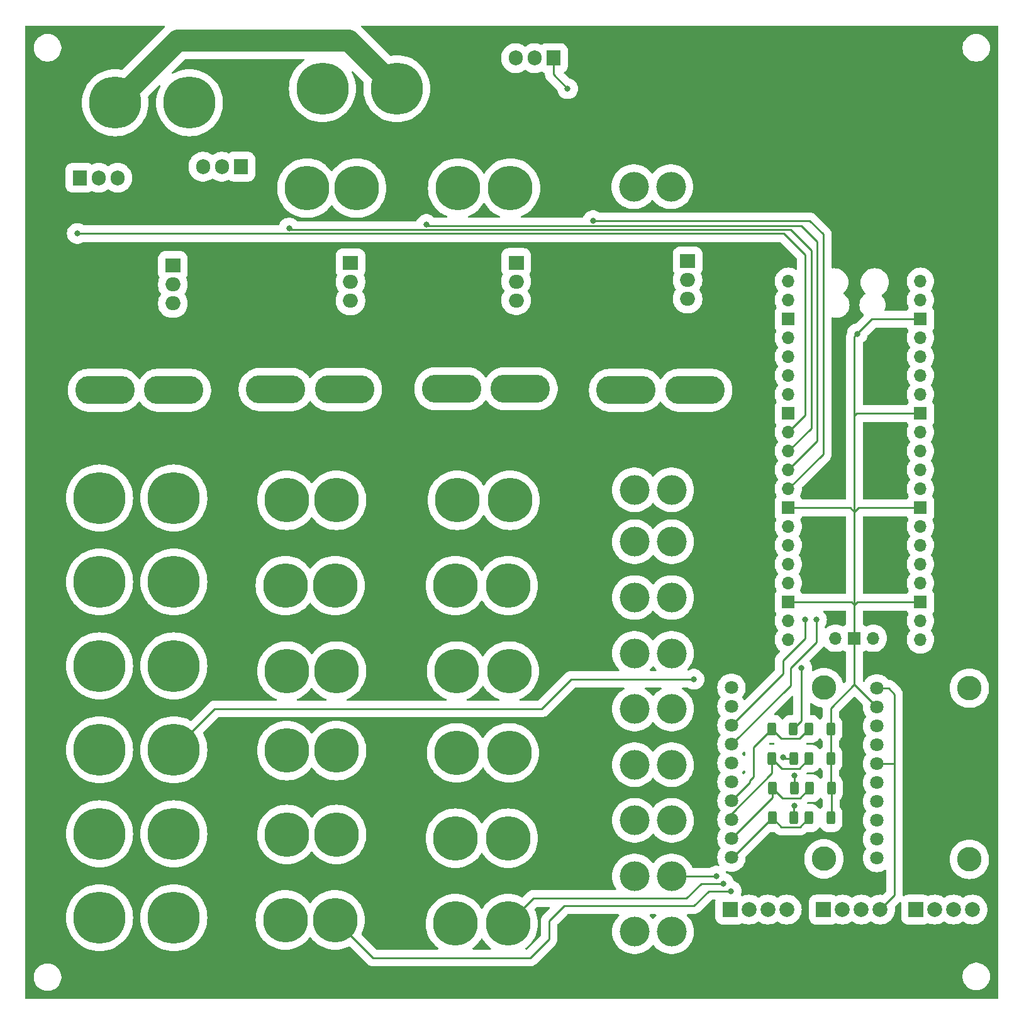
<source format=gbr>
%TF.GenerationSoftware,KiCad,Pcbnew,8.0.3*%
%TF.CreationDate,2024-08-15T08:25:52+02:00*%
%TF.ProjectId,PowerBoard,506f7765-7242-46f6-9172-642e6b696361,rev?*%
%TF.SameCoordinates,Original*%
%TF.FileFunction,Copper,L2,Bot*%
%TF.FilePolarity,Positive*%
%FSLAX46Y46*%
G04 Gerber Fmt 4.6, Leading zero omitted, Abs format (unit mm)*
G04 Created by KiCad (PCBNEW 8.0.3) date 2024-08-15 08:25:52*
%MOMM*%
%LPD*%
G01*
G04 APERTURE LIST*
G04 Aperture macros list*
%AMRoundRect*
0 Rectangle with rounded corners*
0 $1 Rounding radius*
0 $2 $3 $4 $5 $6 $7 $8 $9 X,Y pos of 4 corners*
0 Add a 4 corners polygon primitive as box body*
4,1,4,$2,$3,$4,$5,$6,$7,$8,$9,$2,$3,0*
0 Add four circle primitives for the rounded corners*
1,1,$1+$1,$2,$3*
1,1,$1+$1,$4,$5*
1,1,$1+$1,$6,$7*
1,1,$1+$1,$8,$9*
0 Add four rect primitives between the rounded corners*
20,1,$1+$1,$2,$3,$4,$5,0*
20,1,$1+$1,$4,$5,$6,$7,0*
20,1,$1+$1,$6,$7,$8,$9,0*
20,1,$1+$1,$8,$9,$2,$3,0*%
G04 Aperture macros list end*
%TA.AperFunction,ComponentPad*%
%ADD10C,7.000000*%
%TD*%
%TA.AperFunction,ComponentPad*%
%ADD11C,4.000000*%
%TD*%
%TA.AperFunction,ComponentPad*%
%ADD12C,6.000000*%
%TD*%
%TA.AperFunction,ComponentPad*%
%ADD13O,8.000000X3.800000*%
%TD*%
%TA.AperFunction,ComponentPad*%
%ADD14R,2.000000X1.905000*%
%TD*%
%TA.AperFunction,ComponentPad*%
%ADD15O,2.000000X1.905000*%
%TD*%
%TA.AperFunction,ComponentPad*%
%ADD16R,2.000000X2.000000*%
%TD*%
%TA.AperFunction,ComponentPad*%
%ADD17C,2.000000*%
%TD*%
%TA.AperFunction,ComponentPad*%
%ADD18C,3.300000*%
%TD*%
%TA.AperFunction,ComponentPad*%
%ADD19C,1.800000*%
%TD*%
%TA.AperFunction,ComponentPad*%
%ADD20R,1.905000X2.000000*%
%TD*%
%TA.AperFunction,ComponentPad*%
%ADD21O,1.905000X2.000000*%
%TD*%
%TA.AperFunction,ComponentPad*%
%ADD22O,1.700000X1.700000*%
%TD*%
%TA.AperFunction,ComponentPad*%
%ADD23R,1.700000X1.700000*%
%TD*%
%TA.AperFunction,SMDPad,CuDef*%
%ADD24RoundRect,0.250000X0.312500X0.625000X-0.312500X0.625000X-0.312500X-0.625000X0.312500X-0.625000X0*%
%TD*%
%TA.AperFunction,SMDPad,CuDef*%
%ADD25RoundRect,0.250000X-0.312500X-0.625000X0.312500X-0.625000X0.312500X0.625000X-0.312500X0.625000X0*%
%TD*%
%TA.AperFunction,ViaPad*%
%ADD26C,0.800000*%
%TD*%
%TA.AperFunction,Conductor*%
%ADD27C,0.250000*%
%TD*%
%TA.AperFunction,Conductor*%
%ADD28C,3.000000*%
%TD*%
G04 APERTURE END LIST*
D10*
%TO.P,J5,1,Pin_1*%
%TO.N,48V_2*%
X100000000Y-93100000D03*
%TO.P,J5,2,Pin_2*%
%TO.N,GND*%
X90000000Y-93100000D03*
%TD*%
D11*
%TO.P,J22,1,Pin_1*%
%TO.N,5V_2*%
X167000000Y-92000000D03*
%TO.P,J22,2,Pin_2*%
%TO.N,GND*%
X162000000Y-92000000D03*
%TD*%
%TO.P,J29,1,Pin_1*%
%TO.N,5V_2*%
X167000000Y-136500000D03*
%TO.P,J29,2,Pin_2*%
%TO.N,GND*%
X162000000Y-136500000D03*
%TD*%
D12*
%TO.P,J19,1,Pin_1*%
%TO.N,12V_2*%
X145150000Y-127400000D03*
%TO.P,J19,2,Pin_2*%
%TO.N,GND*%
X138050000Y-127400000D03*
%TD*%
D11*
%TO.P,J24,1,Pin_1*%
%TO.N,5V_2*%
X167000000Y-106500000D03*
%TO.P,J24,2,Pin_2*%
%TO.N,GND*%
X162000000Y-106500000D03*
%TD*%
D10*
%TO.P,J28,1,Pin_1*%
%TO.N,48V_2*%
X100000000Y-149600000D03*
%TO.P,J28,2,Pin_2*%
%TO.N,GND*%
X90000000Y-149600000D03*
%TD*%
D13*
%TO.P,F3,1*%
%TO.N,Net-(D11-A)*%
X146650000Y-78400000D03*
%TO.P,F3,2*%
%TO.N,12V_2*%
X137350000Y-78400000D03*
%TD*%
D12*
%TO.P,J18,1,Pin_1*%
%TO.N,12V_2*%
X145150000Y-116400000D03*
%TO.P,J18,2,Pin_2*%
%TO.N,GND*%
X138050000Y-116400000D03*
%TD*%
%TO.P,J10,1,Pin_1*%
%TO.N,24V_2*%
X121900000Y-93400000D03*
%TO.P,J10,2,Pin_2*%
%TO.N,GND*%
X115200000Y-93400000D03*
%TD*%
D14*
%TO.P,Q7,1,G*%
%TO.N,Net-(Q7-G)*%
X169150000Y-61220000D03*
D15*
%TO.P,Q7,2,D*%
%TO.N,+5V*%
X169150000Y-63760000D03*
%TO.P,Q7,3,S*%
%TO.N,Net-(D13-A)*%
X169150000Y-66300000D03*
%TD*%
D16*
%TO.P,JGND1,1,Pin_1*%
%TO.N,GND*%
X174880000Y-148500000D03*
D17*
%TO.P,JGND1,2,Pin_2*%
X177420000Y-148500000D03*
%TO.P,JGND1,3,Pin_3*%
X179960000Y-148500000D03*
%TO.P,JGND1,4,Pin_4*%
X182500000Y-148500000D03*
%TD*%
D12*
%TO.P,J13,1,Pin_1*%
%TO.N,24V_2*%
X121900000Y-127100000D03*
%TO.P,J13,2,Pin_2*%
%TO.N,GND*%
X115200000Y-127100000D03*
%TD*%
D10*
%TO.P,J8,1,Pin_1*%
%TO.N,48V_2*%
X100000000Y-127000000D03*
%TO.P,J8,2,Pin_2*%
%TO.N,GND*%
X90000000Y-127000000D03*
%TD*%
D11*
%TO.P,J31,1,Pin_1*%
%TO.N,5V_2*%
X167000000Y-151500000D03*
%TO.P,J31,2,Pin_2*%
%TO.N,GND*%
X162000000Y-151500000D03*
%TD*%
D18*
%TO.P,A2,*%
%TO.N,*%
X207073000Y-118705000D03*
X207073000Y-141742341D03*
D19*
%TO.P,A2,1,VCC*%
%TO.N,VCC*%
X194627000Y-118705000D03*
%TO.P,A2,2,GND*%
%TO.N,GND*%
X194627000Y-121245000D03*
%TO.P,A2,3,SCL*%
%TO.N,SCL*%
X194627000Y-123785000D03*
%TO.P,A2,4,SDA*%
%TO.N,SDA*%
X194627000Y-126325000D03*
%TO.P,A2,5,ADDR*%
%TO.N,VCC*%
X194627000Y-128865000D03*
%TO.P,A2,6,ALERT*%
%TO.N,unconnected-(A2-ALERT-Pad6)*%
X194627000Y-131405000D03*
%TO.P,A2,7,A0*%
%TO.N,Net-(A2-A0)*%
X194627000Y-133945000D03*
%TO.P,A2,8,A1*%
%TO.N,Net-(A2-A1)*%
X194627000Y-136485000D03*
%TO.P,A2,9,A2*%
%TO.N,Net-(A2-A2)*%
X194627000Y-139025000D03*
%TO.P,A2,10,A3*%
%TO.N,Net-(A2-A3)*%
X194627000Y-141565000D03*
%TD*%
D11*
%TO.P,J25,1,Pin_1*%
%TO.N,5V_2*%
X167000000Y-114000000D03*
%TO.P,J25,2,Pin_2*%
%TO.N,GND*%
X162000000Y-114000000D03*
%TD*%
%TO.P,J23,1,Pin_1*%
%TO.N,5V_2*%
X167000000Y-99000000D03*
%TO.P,J23,2,Pin_2*%
%TO.N,GND*%
X162000000Y-99000000D03*
%TD*%
%TO.P,J4,1,Pin_1*%
%TO.N,+5V*%
X166900000Y-51200000D03*
%TO.P,J4,2,Pin_2*%
%TO.N,GND*%
X161900000Y-51200000D03*
%TD*%
D12*
%TO.P,J2,1,Pin_1*%
%TO.N,+24V*%
X124600000Y-51400000D03*
%TO.P,J2,2,Pin_2*%
%TO.N,GND*%
X117900000Y-51400000D03*
%TD*%
D14*
%TO.P,Q1,1,G*%
%TO.N,Net-(Q1-G)*%
X99855000Y-61835000D03*
D15*
%TO.P,Q1,2,D*%
%TO.N,+48V_SOFT*%
X99855000Y-64375000D03*
%TO.P,Q1,3,S*%
%TO.N,Net-(D8-A)*%
X99855000Y-66915000D03*
%TD*%
D12*
%TO.P,J11,1,Pin_1*%
%TO.N,24V_2*%
X121700000Y-104900000D03*
%TO.P,J11,2,Pin_2*%
%TO.N,GND*%
X115000000Y-104900000D03*
%TD*%
D20*
%TO.P,Q9,1,G*%
%TO.N,Net-(Q9-G)*%
X109000000Y-48500000D03*
D21*
%TO.P,Q9,2,D*%
%TO.N,+48V_SOFT*%
X106460000Y-48500000D03*
%TO.P,Q9,3,S*%
%TO.N,Net-(D1-K)*%
X103920000Y-48500000D03*
%TD*%
D13*
%TO.P,F2,1*%
%TO.N,Net-(D7-A)*%
X123000000Y-78500000D03*
%TO.P,F2,2*%
%TO.N,24V_2*%
X113700000Y-78500000D03*
%TD*%
D10*
%TO.P,J9,1,Pin_1*%
%TO.N,48V_2*%
X100000000Y-138300000D03*
%TO.P,J9,2,Pin_2*%
%TO.N,GND*%
X90000000Y-138300000D03*
%TD*%
%TO.P,J32,1,Pin_1*%
%TO.N,Net-(D2-A)*%
X120000000Y-38000000D03*
%TO.P,J32,2,Pin_2*%
%TO.N,GND*%
X130000000Y-38000000D03*
%TD*%
D12*
%TO.P,J20,1,Pin_1*%
%TO.N,12V_2*%
X145000000Y-138900000D03*
%TO.P,J20,2,Pin_2*%
%TO.N,GND*%
X137900000Y-138900000D03*
%TD*%
%TO.P,J12,1,Pin_1*%
%TO.N,24V_2*%
X121900000Y-116400000D03*
%TO.P,J12,2,Pin_2*%
%TO.N,GND*%
X115200000Y-116400000D03*
%TD*%
D11*
%TO.P,J27,1,Pin_1*%
%TO.N,5V_2*%
X167000000Y-129000000D03*
%TO.P,J27,2,Pin_2*%
%TO.N,GND*%
X162000000Y-129000000D03*
%TD*%
D10*
%TO.P,J1,1,Pin_1*%
%TO.N,+48V*%
X102100000Y-39900000D03*
%TO.P,J1,2,Pin_2*%
%TO.N,GND*%
X92100000Y-39900000D03*
%TD*%
D22*
%TO.P,U1,1,GPIO0*%
%TO.N,unconnected-(U1-GPIO0-Pad1)*%
X182720000Y-63940000D03*
%TO.P,U1,2,GPIO1*%
%TO.N,unconnected-(U1-GPIO1-Pad2)*%
X182720000Y-66480000D03*
D23*
%TO.P,U1,3,GND*%
%TO.N,GND*%
X182720000Y-69020000D03*
D22*
%TO.P,U1,4,GPIO2*%
%TO.N,SDA*%
X182720000Y-71560000D03*
%TO.P,U1,5,GPIO3*%
%TO.N,SCL*%
X182720000Y-74100000D03*
%TO.P,U1,6,GPIO4*%
%TO.N,unconnected-(U1-GPIO4-Pad6)*%
X182720000Y-76640000D03*
%TO.P,U1,7,GPIO5*%
%TO.N,unconnected-(U1-GPIO5-Pad7)*%
X182720000Y-79180000D03*
D23*
%TO.P,U1,8,GND*%
%TO.N,GND*%
X182720000Y-81720000D03*
D22*
%TO.P,U1,9,GPIO6*%
%TO.N,EN_48V*%
X182720000Y-84260000D03*
%TO.P,U1,10,GPIO7*%
%TO.N,EN_24V*%
X182720000Y-86800000D03*
%TO.P,U1,11,GPIO8*%
%TO.N,EN_12V*%
X182720000Y-89340000D03*
%TO.P,U1,12,GPIO9*%
%TO.N,EN_5V*%
X182720000Y-91880000D03*
D23*
%TO.P,U1,13,GND*%
%TO.N,GND*%
X182720000Y-94420000D03*
D22*
%TO.P,U1,14,GPIO10*%
%TO.N,unconnected-(U1-GPIO10-Pad14)_1*%
X182720000Y-96960000D03*
%TO.P,U1,15,GPIO11*%
%TO.N,unconnected-(U1-GPIO11-Pad15)_1*%
X182720000Y-99500000D03*
%TO.P,U1,16,GPIO12*%
%TO.N,unconnected-(U1-GPIO12-Pad16)*%
X182720000Y-102040000D03*
%TO.P,U1,17,GPIO13*%
%TO.N,unconnected-(U1-GPIO13-Pad17)*%
X182720000Y-104580000D03*
D23*
%TO.P,U1,18,GND*%
%TO.N,GND*%
X182720000Y-107120000D03*
D22*
%TO.P,U1,19,GPIO14*%
%TO.N,unconnected-(U1-GPIO14-Pad19)_1*%
X182720000Y-109660000D03*
%TO.P,U1,20,GPIO15*%
%TO.N,unconnected-(U1-GPIO15-Pad20)*%
X182720000Y-112200000D03*
%TO.P,U1,21,GPIO16*%
%TO.N,unconnected-(U1-GPIO16-Pad21)_1*%
X200500000Y-112200000D03*
%TO.P,U1,22,GPIO17*%
%TO.N,unconnected-(U1-GPIO17-Pad22)_1*%
X200500000Y-109660000D03*
D23*
%TO.P,U1,23,GND*%
%TO.N,GND*%
X200500000Y-107120000D03*
D22*
%TO.P,U1,24,GPIO18*%
%TO.N,unconnected-(U1-GPIO18-Pad24)_1*%
X200500000Y-104580000D03*
%TO.P,U1,25,GPIO19*%
%TO.N,unconnected-(U1-GPIO19-Pad25)*%
X200500000Y-102040000D03*
%TO.P,U1,26,GPIO20*%
%TO.N,unconnected-(U1-GPIO20-Pad26)_1*%
X200500000Y-99500000D03*
%TO.P,U1,27,GPIO21*%
%TO.N,unconnected-(U1-GPIO21-Pad27)*%
X200500000Y-96960000D03*
D23*
%TO.P,U1,28,GND*%
%TO.N,GND*%
X200500000Y-94420000D03*
D22*
%TO.P,U1,29,GPIO22*%
%TO.N,unconnected-(U1-GPIO22-Pad29)_1*%
X200500000Y-91880000D03*
%TO.P,U1,30,RUN*%
%TO.N,unconnected-(U1-RUN-Pad30)_1*%
X200500000Y-89340000D03*
%TO.P,U1,31,GPIO26_ADC0*%
%TO.N,unconnected-(U1-GPIO26_ADC0-Pad31)*%
X200500000Y-86800000D03*
%TO.P,U1,32,GPIO27_ADC1*%
%TO.N,unconnected-(U1-GPIO27_ADC1-Pad32)*%
X200500000Y-84260000D03*
D23*
%TO.P,U1,33,AGND*%
%TO.N,GND*%
X200500000Y-81720000D03*
D22*
%TO.P,U1,34,GPIO28_ADC2*%
%TO.N,unconnected-(U1-GPIO28_ADC2-Pad34)_1*%
X200500000Y-79180000D03*
%TO.P,U1,35,ADC_VREF*%
%TO.N,unconnected-(U1-ADC_VREF-Pad35)*%
X200500000Y-76640000D03*
%TO.P,U1,36,3V3*%
%TO.N,unconnected-(U1-3V3-Pad36)*%
X200500000Y-74100000D03*
%TO.P,U1,37,3V3_EN*%
%TO.N,unconnected-(U1-3V3_EN-Pad37)*%
X200500000Y-71560000D03*
D23*
%TO.P,U1,38,GND*%
%TO.N,GND*%
X200500000Y-69020000D03*
D22*
%TO.P,U1,39,VSYS*%
%TO.N,VCC*%
X200500000Y-66480000D03*
%TO.P,U1,40,VBUS*%
%TO.N,unconnected-(U1-VBUS-Pad40)*%
X200500000Y-63940000D03*
%TO.P,U1,41,SWCLK*%
%TO.N,unconnected-(U1-SWCLK-Pad41)_1*%
X189070000Y-111970000D03*
D23*
%TO.P,U1,42,GND*%
%TO.N,GND*%
X191610000Y-111970000D03*
D22*
%TO.P,U1,43,SWDIO*%
%TO.N,unconnected-(U1-SWDIO-Pad43)*%
X194150000Y-111970000D03*
%TD*%
D11*
%TO.P,J30,1,Pin_1*%
%TO.N,5V_2*%
X167000000Y-144000000D03*
%TO.P,J30,2,Pin_2*%
%TO.N,GND*%
X162000000Y-144000000D03*
%TD*%
D12*
%TO.P,J3,1,Pin_1*%
%TO.N,+12V*%
X145300000Y-51400000D03*
%TO.P,J3,2,Pin_2*%
%TO.N,GND*%
X138200000Y-51400000D03*
%TD*%
%TO.P,J14,1,Pin_1*%
%TO.N,24V_2*%
X121900000Y-138400000D03*
%TO.P,J14,2,Pin_2*%
%TO.N,GND*%
X115200000Y-138400000D03*
%TD*%
%TO.P,J17,1,Pin_1*%
%TO.N,12V_2*%
X145000000Y-104900000D03*
%TO.P,J17,2,Pin_2*%
%TO.N,GND*%
X137900000Y-104900000D03*
%TD*%
D13*
%TO.P,F1,1*%
%TO.N,Net-(D8-A)*%
X100000000Y-78600000D03*
%TO.P,F1,2*%
%TO.N,48V_2*%
X90700000Y-78600000D03*
%TD*%
D14*
%TO.P,Q5,1,G*%
%TO.N,Net-(Q5-G)*%
X146075000Y-61420000D03*
D15*
%TO.P,Q5,2,D*%
%TO.N,+12V*%
X146075000Y-63960000D03*
%TO.P,Q5,3,S*%
%TO.N,Net-(D11-A)*%
X146075000Y-66500000D03*
%TD*%
D10*
%TO.P,J6,1,Pin_1*%
%TO.N,48V_2*%
X100000000Y-104400000D03*
%TO.P,J6,2,Pin_2*%
%TO.N,GND*%
X90000000Y-104400000D03*
%TD*%
D14*
%TO.P,Q2,1,G*%
%TO.N,Net-(Q2-G)*%
X123775000Y-61460000D03*
D15*
%TO.P,Q2,2,D*%
%TO.N,+24V*%
X123775000Y-64000000D03*
%TO.P,Q2,3,S*%
%TO.N,Net-(D7-A)*%
X123775000Y-66540000D03*
%TD*%
D20*
%TO.P,Q11,1,G*%
%TO.N,Net-(D1-A)*%
X87345000Y-50000000D03*
D21*
%TO.P,Q11,2,D*%
%TO.N,+48V*%
X89885000Y-50000000D03*
%TO.P,Q11,3,S*%
%TO.N,Net-(D1-K)*%
X92425000Y-50000000D03*
%TD*%
D12*
%TO.P,J16,1,Pin_1*%
%TO.N,12V_2*%
X145250000Y-93400000D03*
%TO.P,J16,2,Pin_2*%
%TO.N,GND*%
X138150000Y-93400000D03*
%TD*%
%TO.P,J21,1,Pin_1*%
%TO.N,12V_2*%
X145000000Y-150400000D03*
%TO.P,J21,2,Pin_2*%
%TO.N,GND*%
X137900000Y-150400000D03*
%TD*%
D20*
%TO.P,U2,1,ADJ*%
%TO.N,Net-(U2-ADJ)*%
X151080000Y-33887500D03*
D21*
%TO.P,U2,2,VO*%
%TO.N,VCC*%
X148540000Y-33887500D03*
%TO.P,U2,3,VI*%
%TO.N,+48V*%
X146000000Y-33887500D03*
%TD*%
D12*
%TO.P,J15,1,Pin_1*%
%TO.N,24V_2*%
X121700000Y-149900000D03*
%TO.P,J15,2,Pin_2*%
%TO.N,GND*%
X115000000Y-149900000D03*
%TD*%
D11*
%TO.P,J26,1,Pin_1*%
%TO.N,5V_2*%
X167000000Y-121500000D03*
%TO.P,J26,2,Pin_2*%
%TO.N,GND*%
X162000000Y-121500000D03*
%TD*%
D13*
%TO.P,F4,1*%
%TO.N,Net-(D13-A)*%
X170150000Y-78600000D03*
%TO.P,F4,2*%
%TO.N,5V_2*%
X160850000Y-78600000D03*
%TD*%
D16*
%TO.P,VCC1,1,Pin_1*%
%TO.N,VCC*%
X187460000Y-148500000D03*
D17*
%TO.P,VCC1,2,Pin_2*%
X190000000Y-148500000D03*
%TO.P,VCC1,3,Pin_3*%
X192540000Y-148500000D03*
%TO.P,VCC1,4,Pin_4*%
X195080000Y-148500000D03*
%TD*%
D16*
%TO.P,ADC1,1,Pin_1*%
%TO.N,Net-(A2-A3)*%
X199880000Y-148500000D03*
D17*
%TO.P,ADC1,2,Pin_2*%
%TO.N,Net-(A2-A2)*%
X202420000Y-148500000D03*
%TO.P,ADC1,3,Pin_3*%
%TO.N,Net-(A2-A1)*%
X204960000Y-148500000D03*
%TO.P,ADC1,4,Pin_4*%
%TO.N,Net-(A2-A0)*%
X207500000Y-148500000D03*
%TD*%
D10*
%TO.P,J7,1,Pin_1*%
%TO.N,48V_2*%
X100000000Y-115700000D03*
%TO.P,J7,2,Pin_2*%
%TO.N,GND*%
X90000000Y-115700000D03*
%TD*%
D18*
%TO.P,A1,*%
%TO.N,*%
X187500000Y-118640000D03*
X187500000Y-141677341D03*
D19*
%TO.P,A1,1,VCC*%
%TO.N,VCC*%
X175054000Y-118640000D03*
%TO.P,A1,2,GND*%
%TO.N,GND*%
X175054000Y-121180000D03*
%TO.P,A1,3,SCL*%
%TO.N,SCL*%
X175054000Y-123720000D03*
%TO.P,A1,4,SDA*%
%TO.N,SDA*%
X175054000Y-126260000D03*
%TO.P,A1,5,ADDR*%
%TO.N,GND*%
X175054000Y-128800000D03*
%TO.P,A1,6,ALERT*%
%TO.N,unconnected-(A1-ALERT-Pad6)*%
X175054000Y-131340000D03*
%TO.P,A1,7,A0*%
%TO.N,Net-(A1-A0)*%
X175054000Y-133880000D03*
%TO.P,A1,8,A1*%
%TO.N,Net-(A1-A1)*%
X175054000Y-136420000D03*
%TO.P,A1,9,A2*%
%TO.N,Net-(A1-A2)*%
X175054000Y-138960000D03*
%TO.P,A1,10,A3*%
%TO.N,Net-(A1-A3)*%
X175054000Y-141500000D03*
%TD*%
D24*
%TO.P,R27,1*%
%TO.N,24V_2*%
X183425000Y-128177341D03*
%TO.P,R27,2*%
%TO.N,Net-(A1-A1)*%
X180500000Y-128177341D03*
%TD*%
D25*
%TO.P,R30,1*%
%TO.N,Net-(A1-A2)*%
X185575000Y-132177341D03*
%TO.P,R30,2*%
%TO.N,GND*%
X188500000Y-132177341D03*
%TD*%
%TO.P,R26,1*%
%TO.N,Net-(A1-A0)*%
X185500000Y-124177341D03*
%TO.P,R26,2*%
%TO.N,GND*%
X188425000Y-124177341D03*
%TD*%
D24*
%TO.P,R29,1*%
%TO.N,12V_2*%
X183500000Y-132177341D03*
%TO.P,R29,2*%
%TO.N,Net-(A1-A2)*%
X180575000Y-132177341D03*
%TD*%
%TO.P,R31,1*%
%TO.N,5V_2*%
X183462500Y-136177341D03*
%TO.P,R31,2*%
%TO.N,Net-(A1-A3)*%
X180537500Y-136177341D03*
%TD*%
%TO.P,R25,1*%
%TO.N,48V_2*%
X183387500Y-124177341D03*
%TO.P,R25,2*%
%TO.N,Net-(A1-A0)*%
X180462500Y-124177341D03*
%TD*%
D25*
%TO.P,R28,1*%
%TO.N,Net-(A1-A1)*%
X185500000Y-128177341D03*
%TO.P,R28,2*%
%TO.N,GND*%
X188425000Y-128177341D03*
%TD*%
%TO.P,R32,1*%
%TO.N,Net-(A1-A3)*%
X185500000Y-136177341D03*
%TO.P,R32,2*%
%TO.N,GND*%
X188425000Y-136177341D03*
%TD*%
D26*
%TO.N,GND*%
X192000000Y-71000000D03*
%TO.N,EN_24V*%
X115500000Y-56775000D03*
%TO.N,EN_48V*%
X87000000Y-57500000D03*
%TO.N,EN_12V*%
X134000000Y-56275000D03*
%TO.N,EN_5V*%
X156400000Y-55775000D03*
%TO.N,Net-(U2-ADJ)*%
X153000000Y-38000000D03*
%TO.N,SCL*%
X185000000Y-109500000D03*
%TO.N,SDA*%
X186500000Y-109500000D03*
%TO.N,12V_2*%
X183500000Y-130500000D03*
X174000000Y-145000000D03*
%TO.N,5V_2*%
X183500000Y-134500000D03*
X173000000Y-144000000D03*
%TO.N,24V_2*%
X175000000Y-146000000D03*
X182000000Y-128000000D03*
%TO.N,48V_2*%
X170000000Y-117500000D03*
X184500000Y-116000000D03*
%TD*%
D27*
%TO.N,GND*%
X191990000Y-107120000D02*
X191610000Y-107500000D01*
X191610000Y-107500000D02*
X191610000Y-95000000D01*
X193980000Y-69020000D02*
X200500000Y-69020000D01*
D28*
X130000000Y-38000000D02*
X123500000Y-31500000D01*
D27*
X191610000Y-118228000D02*
X194627000Y-121245000D01*
X191890000Y-81720000D02*
X191610000Y-82000000D01*
X191610000Y-95000000D02*
X191610000Y-82000000D01*
X191610000Y-82000000D02*
X191610000Y-71390000D01*
D28*
X100500000Y-31500000D02*
X92100000Y-39900000D01*
D27*
X191610000Y-111970000D02*
X191610000Y-107500000D01*
X191610000Y-71390000D02*
X193980000Y-69020000D01*
X200500000Y-94420000D02*
X192190000Y-94420000D01*
X188500000Y-132177341D02*
X188500000Y-136102341D01*
X200500000Y-107120000D02*
X191990000Y-107120000D01*
X188425000Y-128177341D02*
X188425000Y-132102341D01*
X188425000Y-121413000D02*
X191610000Y-118228000D01*
X188425000Y-124177341D02*
X188425000Y-121413000D01*
X182720000Y-94420000D02*
X191030000Y-94420000D01*
X192190000Y-94420000D02*
X191610000Y-95000000D01*
X188425000Y-124177341D02*
X188425000Y-128177341D01*
X191230000Y-107120000D02*
X191610000Y-107500000D01*
X182720000Y-107120000D02*
X191230000Y-107120000D01*
X188500000Y-136102341D02*
X188425000Y-136177341D01*
X191030000Y-94420000D02*
X191610000Y-95000000D01*
X188425000Y-132102341D02*
X188500000Y-132177341D01*
D28*
X123500000Y-31500000D02*
X100500000Y-31500000D01*
D27*
X200500000Y-81720000D02*
X191890000Y-81720000D01*
X191610000Y-111970000D02*
X191610000Y-118228000D01*
%TO.N,VCC*%
X197000000Y-119500000D02*
X196205000Y-118705000D01*
X197000000Y-146580000D02*
X197000000Y-129000000D01*
X196205000Y-118705000D02*
X194627000Y-118705000D01*
X194627000Y-128865000D02*
X196865000Y-128865000D01*
X196865000Y-128865000D02*
X197000000Y-129000000D01*
X197000000Y-129000000D02*
X197000000Y-119500000D01*
X195080000Y-148500000D02*
X197000000Y-146580000D01*
%TO.N,EN_24V*%
X115500000Y-56775000D02*
X115725000Y-57000000D01*
X185800000Y-59800000D02*
X185800000Y-83720000D01*
X115725000Y-57000000D02*
X183000000Y-57000000D01*
X183000000Y-57000000D02*
X185800000Y-59800000D01*
X185800000Y-83720000D02*
X182720000Y-86800000D01*
%TO.N,EN_48V*%
X87000000Y-57500000D02*
X182100000Y-57500000D01*
X185000000Y-60400000D02*
X185000000Y-81980000D01*
X185000000Y-81980000D02*
X182720000Y-84260000D01*
X182100000Y-57500000D02*
X185000000Y-60400000D01*
%TO.N,EN_12V*%
X134225000Y-56500000D02*
X184500000Y-56500000D01*
X184500000Y-56500000D02*
X186600000Y-58600000D01*
X186600000Y-85460000D02*
X182720000Y-89340000D01*
X186600000Y-58600000D02*
X186600000Y-85460000D01*
X134000000Y-56275000D02*
X134225000Y-56500000D01*
%TO.N,EN_5V*%
X187400000Y-87200000D02*
X182720000Y-91880000D01*
X185575000Y-55775000D02*
X187400000Y-57600000D01*
X156400000Y-55775000D02*
X185575000Y-55775000D01*
X187400000Y-57600000D02*
X187400000Y-87200000D01*
%TO.N,Net-(A1-A0)*%
X178022000Y-126617841D02*
X178022000Y-130600000D01*
X180462500Y-124177341D02*
X181785159Y-125500000D01*
X178022000Y-130600000D02*
X177522000Y-131100000D01*
X181785159Y-125500000D02*
X184177341Y-125500000D01*
X177522000Y-131100000D02*
X177522000Y-131412000D01*
X177522000Y-131412000D02*
X175054000Y-133880000D01*
X184177341Y-125500000D02*
X185500000Y-124177341D01*
X180462500Y-124177341D02*
X178022000Y-126617841D01*
%TO.N,Net-(A1-A1)*%
X180500000Y-130166412D02*
X175054000Y-135612412D01*
X175054000Y-135612412D02*
X175054000Y-136420000D01*
X181822659Y-129500000D02*
X184177341Y-129500000D01*
X180500000Y-128177341D02*
X181822659Y-129500000D01*
X180500000Y-128177341D02*
X180500000Y-130166412D01*
X184177341Y-129500000D02*
X185500000Y-128177341D01*
%TO.N,Net-(A1-A2)*%
X180575000Y-132177341D02*
X180575000Y-133439000D01*
X180575000Y-133439000D02*
X175054000Y-138960000D01*
X180575000Y-132177341D02*
X181897659Y-133500000D01*
X181897659Y-133500000D02*
X184252341Y-133500000D01*
X184252341Y-133500000D02*
X185575000Y-132177341D01*
%TO.N,Net-(A1-A3)*%
X181737500Y-137377341D02*
X184300000Y-137377341D01*
X175214841Y-141500000D02*
X175054000Y-141500000D01*
X180537500Y-136177341D02*
X175214841Y-141500000D01*
X184300000Y-137377341D02*
X185500000Y-136177341D01*
X180537500Y-136177341D02*
X181737500Y-137377341D01*
%TO.N,Net-(U2-ADJ)*%
X151080000Y-36080000D02*
X153000000Y-38000000D01*
X151080000Y-33887500D02*
X151080000Y-36080000D01*
%TO.N,SCL*%
X185000000Y-112000000D02*
X185000000Y-109500000D01*
X182000000Y-116774000D02*
X182000000Y-115000000D01*
X175054000Y-123720000D02*
X182000000Y-116774000D01*
X182000000Y-115000000D02*
X185000000Y-112000000D01*
%TO.N,SDA*%
X175054000Y-126260000D02*
X183000000Y-118314000D01*
X186500000Y-112500000D02*
X186500000Y-109500000D01*
X183000000Y-118314000D02*
X183000000Y-116000000D01*
X183000000Y-116000000D02*
X186500000Y-112500000D01*
%TO.N,12V_2*%
X169000000Y-147000000D02*
X148400000Y-147000000D01*
X174000000Y-145000000D02*
X171000000Y-145000000D01*
X148400000Y-147000000D02*
X145000000Y-150400000D01*
X183500000Y-132177341D02*
X183500000Y-130500000D01*
X171000000Y-145000000D02*
X169000000Y-147000000D01*
%TO.N,5V_2*%
X173000000Y-144000000D02*
X167000000Y-144000000D01*
X183462500Y-136177341D02*
X183462500Y-134537500D01*
X183462500Y-134537500D02*
X183500000Y-134500000D01*
%TO.N,24V_2*%
X126800000Y-155000000D02*
X121700000Y-149900000D01*
X175000000Y-146000000D02*
X172000000Y-146000000D01*
X172000000Y-146000000D02*
X170000000Y-148000000D01*
X150500000Y-150000000D02*
X150500000Y-152500000D01*
X152500000Y-148000000D02*
X150500000Y-150000000D01*
X150500000Y-152500000D02*
X148000000Y-155000000D01*
X182177341Y-128177341D02*
X182000000Y-128000000D01*
X183425000Y-128177341D02*
X182177341Y-128177341D01*
X170000000Y-148000000D02*
X152500000Y-148000000D01*
X148000000Y-155000000D02*
X126800000Y-155000000D01*
%TO.N,48V_2*%
X184500000Y-123064841D02*
X184500000Y-116000000D01*
X170000000Y-117500000D02*
X153500000Y-117500000D01*
X153500000Y-117500000D02*
X149500000Y-121500000D01*
X149500000Y-121500000D02*
X105500000Y-121500000D01*
X105500000Y-121500000D02*
X100000000Y-127000000D01*
X183387500Y-124177341D02*
X184500000Y-123064841D01*
%TD*%
%TA.AperFunction,NonConductor*%
G36*
X98731436Y-29519685D02*
G01*
X98777191Y-29572489D01*
X98787135Y-29641647D01*
X98758110Y-29705203D01*
X98752078Y-29711681D01*
X93028117Y-35435640D01*
X92966794Y-35469125D01*
X92923305Y-35470770D01*
X92515707Y-35413913D01*
X92515702Y-35413912D01*
X92515697Y-35413912D01*
X92100000Y-35394693D01*
X91684303Y-35413912D01*
X91684297Y-35413912D01*
X91684292Y-35413913D01*
X91272154Y-35471403D01*
X91272146Y-35471405D01*
X90867066Y-35566679D01*
X90472485Y-35698929D01*
X90091822Y-35867010D01*
X90091801Y-35867020D01*
X89728268Y-36069506D01*
X89728262Y-36069510D01*
X89384943Y-36304689D01*
X89384933Y-36304696D01*
X89064805Y-36570528D01*
X89064785Y-36570546D01*
X88770546Y-36864785D01*
X88770528Y-36864805D01*
X88504696Y-37184933D01*
X88504689Y-37184943D01*
X88269510Y-37528262D01*
X88269506Y-37528268D01*
X88067020Y-37891801D01*
X88067010Y-37891822D01*
X87898929Y-38272485D01*
X87766679Y-38667066D01*
X87671405Y-39072146D01*
X87671403Y-39072154D01*
X87613913Y-39484292D01*
X87613912Y-39484297D01*
X87613912Y-39484303D01*
X87594693Y-39900000D01*
X87613912Y-40315697D01*
X87613912Y-40315702D01*
X87613913Y-40315707D01*
X87671403Y-40727845D01*
X87671405Y-40727853D01*
X87766679Y-41132933D01*
X87898929Y-41527514D01*
X88067010Y-41908177D01*
X88067020Y-41908198D01*
X88269506Y-42271731D01*
X88269509Y-42271735D01*
X88269511Y-42271739D01*
X88504687Y-42615054D01*
X88504689Y-42615056D01*
X88504696Y-42615066D01*
X88770528Y-42935194D01*
X88770538Y-42935206D01*
X89064794Y-43229462D01*
X89064805Y-43229471D01*
X89384933Y-43495303D01*
X89384939Y-43495307D01*
X89384946Y-43495313D01*
X89728261Y-43730489D01*
X90091812Y-43932985D01*
X90282153Y-44017029D01*
X90472485Y-44101070D01*
X90472488Y-44101071D01*
X90472495Y-44101074D01*
X90867064Y-44233320D01*
X91272152Y-44328596D01*
X91684303Y-44386088D01*
X92100000Y-44405307D01*
X92515697Y-44386088D01*
X92927848Y-44328596D01*
X93332936Y-44233320D01*
X93727505Y-44101074D01*
X94108188Y-43932985D01*
X94471739Y-43730489D01*
X94815054Y-43495313D01*
X95135206Y-43229462D01*
X95429462Y-42935206D01*
X95695313Y-42615054D01*
X95930489Y-42271739D01*
X96132985Y-41908188D01*
X96301074Y-41527505D01*
X96433320Y-41132936D01*
X96528596Y-40727848D01*
X96586088Y-40315697D01*
X96605307Y-39900000D01*
X96586088Y-39484303D01*
X96529229Y-39076690D01*
X96539463Y-39007576D01*
X96564356Y-38971883D01*
X97969775Y-37566464D01*
X98031098Y-37532980D01*
X98100790Y-37537964D01*
X98156723Y-37579836D01*
X98181140Y-37645300D01*
X98166288Y-37713573D01*
X98165785Y-37714485D01*
X98067020Y-37891801D01*
X98067010Y-37891822D01*
X97898929Y-38272485D01*
X97766679Y-38667066D01*
X97671405Y-39072146D01*
X97671403Y-39072154D01*
X97613913Y-39484292D01*
X97613912Y-39484297D01*
X97613912Y-39484303D01*
X97594693Y-39900000D01*
X97613912Y-40315697D01*
X97613912Y-40315702D01*
X97613913Y-40315707D01*
X97671403Y-40727845D01*
X97671405Y-40727853D01*
X97766679Y-41132933D01*
X97898929Y-41527514D01*
X98067010Y-41908177D01*
X98067020Y-41908198D01*
X98269506Y-42271731D01*
X98269509Y-42271735D01*
X98269511Y-42271739D01*
X98504687Y-42615054D01*
X98504689Y-42615056D01*
X98504696Y-42615066D01*
X98770528Y-42935194D01*
X98770538Y-42935206D01*
X99064794Y-43229462D01*
X99064805Y-43229471D01*
X99384933Y-43495303D01*
X99384939Y-43495307D01*
X99384946Y-43495313D01*
X99728261Y-43730489D01*
X100091812Y-43932985D01*
X100282153Y-44017029D01*
X100472485Y-44101070D01*
X100472488Y-44101071D01*
X100472495Y-44101074D01*
X100867064Y-44233320D01*
X101272152Y-44328596D01*
X101684303Y-44386088D01*
X102100000Y-44405307D01*
X102515697Y-44386088D01*
X102927848Y-44328596D01*
X103332936Y-44233320D01*
X103727505Y-44101074D01*
X104108188Y-43932985D01*
X104471739Y-43730489D01*
X104815054Y-43495313D01*
X105135206Y-43229462D01*
X105429462Y-42935206D01*
X105695313Y-42615054D01*
X105930489Y-42271739D01*
X106132985Y-41908188D01*
X106301074Y-41527505D01*
X106433320Y-41132936D01*
X106528596Y-40727848D01*
X106586088Y-40315697D01*
X106605307Y-39900000D01*
X106586088Y-39484303D01*
X106528596Y-39072152D01*
X106433320Y-38667064D01*
X106301074Y-38272495D01*
X106282883Y-38231297D01*
X106217029Y-38082153D01*
X106132985Y-37891812D01*
X106064409Y-37768695D01*
X105930493Y-37528268D01*
X105930492Y-37528267D01*
X105930489Y-37528261D01*
X105695313Y-37184946D01*
X105695307Y-37184939D01*
X105695303Y-37184933D01*
X105429471Y-36864805D01*
X105429462Y-36864794D01*
X105135206Y-36570538D01*
X105064762Y-36512042D01*
X104815066Y-36304696D01*
X104815056Y-36304689D01*
X104815054Y-36304687D01*
X104471739Y-36069511D01*
X104471735Y-36069509D01*
X104471731Y-36069506D01*
X104108198Y-35867020D01*
X104108177Y-35867010D01*
X103727514Y-35698929D01*
X103332933Y-35566679D01*
X102927853Y-35471405D01*
X102927845Y-35471403D01*
X102515707Y-35413913D01*
X102515702Y-35413912D01*
X102515697Y-35413912D01*
X102100000Y-35394693D01*
X101684303Y-35413912D01*
X101684297Y-35413912D01*
X101684292Y-35413913D01*
X101272154Y-35471403D01*
X101272146Y-35471405D01*
X100867066Y-35566679D01*
X100472485Y-35698929D01*
X100091822Y-35867010D01*
X100091815Y-35867013D01*
X100091812Y-35867015D01*
X100038520Y-35896698D01*
X99914484Y-35965785D01*
X99846338Y-35981209D01*
X99780671Y-35957342D01*
X99738332Y-35901762D01*
X99732763Y-35832115D01*
X99765732Y-35770513D01*
X99766263Y-35769976D01*
X101499422Y-34036819D01*
X101560745Y-34003334D01*
X101587103Y-34000500D01*
X117474553Y-34000500D01*
X117541592Y-34020185D01*
X117587347Y-34072989D01*
X117597291Y-34142147D01*
X117568266Y-34205703D01*
X117544632Y-34226797D01*
X117311064Y-34386795D01*
X117284943Y-34404689D01*
X117284933Y-34404696D01*
X116964805Y-34670528D01*
X116964785Y-34670546D01*
X116670546Y-34964785D01*
X116670528Y-34964805D01*
X116404696Y-35284933D01*
X116404689Y-35284943D01*
X116169510Y-35628262D01*
X116169506Y-35628268D01*
X115967020Y-35991801D01*
X115967010Y-35991822D01*
X115798929Y-36372485D01*
X115666679Y-36767066D01*
X115571405Y-37172146D01*
X115571403Y-37172154D01*
X115513913Y-37584292D01*
X115513912Y-37584297D01*
X115513912Y-37584303D01*
X115494693Y-38000000D01*
X115513912Y-38415697D01*
X115513912Y-38415702D01*
X115513913Y-38415707D01*
X115571403Y-38827845D01*
X115571405Y-38827853D01*
X115666679Y-39232933D01*
X115798929Y-39627514D01*
X115967010Y-40008177D01*
X115967020Y-40008198D01*
X116169506Y-40371731D01*
X116169509Y-40371735D01*
X116169511Y-40371739D01*
X116404687Y-40715054D01*
X116404689Y-40715056D01*
X116404696Y-40715066D01*
X116670528Y-41035194D01*
X116670538Y-41035206D01*
X116964794Y-41329462D01*
X116964805Y-41329471D01*
X117284933Y-41595303D01*
X117284939Y-41595307D01*
X117284946Y-41595313D01*
X117628261Y-41830489D01*
X117991812Y-42032985D01*
X118182153Y-42117029D01*
X118372485Y-42201070D01*
X118372488Y-42201071D01*
X118372495Y-42201074D01*
X118767064Y-42333320D01*
X119172152Y-42428596D01*
X119584303Y-42486088D01*
X120000000Y-42505307D01*
X120415697Y-42486088D01*
X120827848Y-42428596D01*
X121232936Y-42333320D01*
X121627505Y-42201074D01*
X122008188Y-42032985D01*
X122371739Y-41830489D01*
X122715054Y-41595313D01*
X123035206Y-41329462D01*
X123329462Y-41035206D01*
X123595313Y-40715054D01*
X123830489Y-40371739D01*
X124032985Y-40008188D01*
X124201074Y-39627505D01*
X124333320Y-39232936D01*
X124428596Y-38827848D01*
X124486088Y-38415697D01*
X124505307Y-38000000D01*
X124486088Y-37584303D01*
X124428596Y-37172152D01*
X124333320Y-36767064D01*
X124201074Y-36372495D01*
X124159892Y-36279228D01*
X124117029Y-36182153D01*
X124032985Y-35991812D01*
X123934214Y-35814484D01*
X123918790Y-35746340D01*
X123942656Y-35680673D01*
X123998236Y-35638333D01*
X124067883Y-35632764D01*
X124129486Y-35665732D01*
X124130225Y-35666466D01*
X125535640Y-37071881D01*
X125569125Y-37133204D01*
X125570770Y-37176693D01*
X125513913Y-37584292D01*
X125513912Y-37584297D01*
X125513912Y-37584303D01*
X125494693Y-38000000D01*
X125513912Y-38415697D01*
X125513912Y-38415702D01*
X125513913Y-38415707D01*
X125571403Y-38827845D01*
X125571405Y-38827853D01*
X125666679Y-39232933D01*
X125798929Y-39627514D01*
X125967010Y-40008177D01*
X125967020Y-40008198D01*
X126169506Y-40371731D01*
X126169509Y-40371735D01*
X126169511Y-40371739D01*
X126404687Y-40715054D01*
X126404689Y-40715056D01*
X126404696Y-40715066D01*
X126670528Y-41035194D01*
X126670538Y-41035206D01*
X126964794Y-41329462D01*
X126964805Y-41329471D01*
X127284933Y-41595303D01*
X127284939Y-41595307D01*
X127284946Y-41595313D01*
X127628261Y-41830489D01*
X127991812Y-42032985D01*
X128182153Y-42117029D01*
X128372485Y-42201070D01*
X128372488Y-42201071D01*
X128372495Y-42201074D01*
X128767064Y-42333320D01*
X129172152Y-42428596D01*
X129584303Y-42486088D01*
X130000000Y-42505307D01*
X130415697Y-42486088D01*
X130827848Y-42428596D01*
X131232936Y-42333320D01*
X131627505Y-42201074D01*
X132008188Y-42032985D01*
X132371739Y-41830489D01*
X132715054Y-41595313D01*
X133035206Y-41329462D01*
X133329462Y-41035206D01*
X133595313Y-40715054D01*
X133830489Y-40371739D01*
X134032985Y-40008188D01*
X134201074Y-39627505D01*
X134333320Y-39232936D01*
X134428596Y-38827848D01*
X134486088Y-38415697D01*
X134505307Y-38000000D01*
X134486088Y-37584303D01*
X134428596Y-37172152D01*
X134333320Y-36767064D01*
X134201074Y-36372495D01*
X134159892Y-36279228D01*
X134117029Y-36182153D01*
X134032985Y-35991812D01*
X134013785Y-35957342D01*
X133830493Y-35628268D01*
X133830492Y-35628267D01*
X133830489Y-35628261D01*
X133595313Y-35284946D01*
X133595307Y-35284939D01*
X133595303Y-35284933D01*
X133329471Y-34964805D01*
X133329462Y-34964794D01*
X133035206Y-34670538D01*
X133035194Y-34670528D01*
X132715066Y-34404696D01*
X132715056Y-34404689D01*
X132715054Y-34404687D01*
X132371739Y-34169511D01*
X132371735Y-34169509D01*
X132371731Y-34169506D01*
X132008198Y-33967020D01*
X132008177Y-33967010D01*
X131627514Y-33798929D01*
X131368111Y-33711986D01*
X144047000Y-33711986D01*
X144047000Y-34063013D01*
X144068564Y-34226800D01*
X144080417Y-34316829D01*
X144103959Y-34404687D01*
X144146677Y-34564116D01*
X144244644Y-34800631D01*
X144244651Y-34800646D01*
X144372652Y-35022352D01*
X144528511Y-35225470D01*
X144709529Y-35406488D01*
X144709533Y-35406491D01*
X144709535Y-35406493D01*
X144912643Y-35562344D01*
X144912647Y-35562347D01*
X145134353Y-35690348D01*
X145134368Y-35690355D01*
X145223313Y-35727197D01*
X145370882Y-35788322D01*
X145618171Y-35854583D01*
X145871994Y-35888000D01*
X145872001Y-35888000D01*
X146127999Y-35888000D01*
X146128006Y-35888000D01*
X146381829Y-35854583D01*
X146629118Y-35788322D01*
X146865643Y-35690350D01*
X147087357Y-35562344D01*
X147194513Y-35480120D01*
X147259682Y-35454925D01*
X147328127Y-35468963D01*
X147345487Y-35480120D01*
X147452642Y-35562344D01*
X147674353Y-35690348D01*
X147674368Y-35690355D01*
X147763313Y-35727197D01*
X147910882Y-35788322D01*
X148158171Y-35854583D01*
X148411994Y-35888000D01*
X148412001Y-35888000D01*
X148667999Y-35888000D01*
X148668006Y-35888000D01*
X148921829Y-35854583D01*
X149169118Y-35788322D01*
X149375736Y-35702738D01*
X149405634Y-35690354D01*
X149405637Y-35690352D01*
X149405643Y-35690350D01*
X149405648Y-35690347D01*
X149409285Y-35688554D01*
X149409972Y-35689948D01*
X149471589Y-35674977D01*
X149537624Y-35697806D01*
X149544085Y-35702729D01*
X149574093Y-35727198D01*
X149754451Y-35821409D01*
X149864613Y-35852930D01*
X149923649Y-35890296D01*
X149953113Y-35953649D01*
X149954500Y-35972145D01*
X149954500Y-36168583D01*
X149972025Y-36279228D01*
X149982214Y-36343557D01*
X150036956Y-36512039D01*
X150036957Y-36512042D01*
X150100985Y-36637702D01*
X150117386Y-36669890D01*
X150148754Y-36713064D01*
X150187989Y-36767066D01*
X150221517Y-36813214D01*
X151580992Y-38172689D01*
X151613516Y-38229929D01*
X151670841Y-38456295D01*
X151670841Y-38456296D01*
X151764075Y-38668848D01*
X151891016Y-38863147D01*
X151891019Y-38863151D01*
X151891021Y-38863153D01*
X152048216Y-39033913D01*
X152048219Y-39033915D01*
X152048222Y-39033918D01*
X152231365Y-39176464D01*
X152231371Y-39176468D01*
X152231374Y-39176470D01*
X152435497Y-39286936D01*
X152549487Y-39326068D01*
X152655015Y-39362297D01*
X152655017Y-39362297D01*
X152655019Y-39362298D01*
X152883951Y-39400500D01*
X152883952Y-39400500D01*
X153116048Y-39400500D01*
X153116049Y-39400500D01*
X153344981Y-39362298D01*
X153564503Y-39286936D01*
X153768626Y-39176470D01*
X153951784Y-39033913D01*
X154108979Y-38863153D01*
X154235924Y-38668849D01*
X154329157Y-38456300D01*
X154386134Y-38231305D01*
X154405300Y-38000000D01*
X154405300Y-37999993D01*
X154386135Y-37768702D01*
X154386133Y-37768691D01*
X154329157Y-37543699D01*
X154235924Y-37331151D01*
X154108983Y-37136852D01*
X154108980Y-37136849D01*
X154108979Y-37136847D01*
X153951784Y-36966087D01*
X153951779Y-36966083D01*
X153951777Y-36966081D01*
X153768634Y-36823535D01*
X153768628Y-36823531D01*
X153564504Y-36713064D01*
X153564495Y-36713061D01*
X153344983Y-36637702D01*
X153245429Y-36621089D01*
X153182544Y-36590638D01*
X153178158Y-36586461D01*
X152529918Y-35938221D01*
X152496433Y-35876898D01*
X152501417Y-35807206D01*
X152543289Y-35751273D01*
X152560182Y-35740635D01*
X152585907Y-35727198D01*
X152743609Y-35598609D01*
X152872198Y-35440907D01*
X152966409Y-35260549D01*
X153022386Y-35064918D01*
X153033000Y-34945537D01*
X153032999Y-32829464D01*
X153022386Y-32710082D01*
X152966409Y-32514451D01*
X152895504Y-32378711D01*
X206149500Y-32378711D01*
X206149500Y-32621288D01*
X206181161Y-32861785D01*
X206243947Y-33096104D01*
X206336773Y-33320205D01*
X206336776Y-33320212D01*
X206458064Y-33530289D01*
X206458066Y-33530292D01*
X206458067Y-33530293D01*
X206605733Y-33722736D01*
X206605739Y-33722743D01*
X206777256Y-33894260D01*
X206777262Y-33894265D01*
X206969711Y-34041936D01*
X207179788Y-34163224D01*
X207403900Y-34256054D01*
X207638211Y-34318838D01*
X207818586Y-34342584D01*
X207878711Y-34350500D01*
X207878712Y-34350500D01*
X208121289Y-34350500D01*
X208169388Y-34344167D01*
X208361789Y-34318838D01*
X208596100Y-34256054D01*
X208820212Y-34163224D01*
X209030289Y-34041936D01*
X209222738Y-33894265D01*
X209394265Y-33722738D01*
X209541936Y-33530289D01*
X209663224Y-33320212D01*
X209756054Y-33096100D01*
X209818838Y-32861789D01*
X209850500Y-32621288D01*
X209850500Y-32378712D01*
X209818838Y-32138211D01*
X209756054Y-31903900D01*
X209663224Y-31679788D01*
X209541936Y-31469711D01*
X209394265Y-31277262D01*
X209394260Y-31277256D01*
X209222743Y-31105739D01*
X209222736Y-31105733D01*
X209030293Y-30958067D01*
X209030292Y-30958066D01*
X209030289Y-30958064D01*
X208820212Y-30836776D01*
X208820205Y-30836773D01*
X208596104Y-30743947D01*
X208361785Y-30681161D01*
X208121289Y-30649500D01*
X208121288Y-30649500D01*
X207878712Y-30649500D01*
X207878711Y-30649500D01*
X207638214Y-30681161D01*
X207403895Y-30743947D01*
X207179794Y-30836773D01*
X207179785Y-30836777D01*
X206969706Y-30958067D01*
X206777263Y-31105733D01*
X206777256Y-31105739D01*
X206605739Y-31277256D01*
X206605733Y-31277263D01*
X206458067Y-31469706D01*
X206336777Y-31679785D01*
X206336773Y-31679794D01*
X206243947Y-31903895D01*
X206181161Y-32138214D01*
X206149500Y-32378711D01*
X152895504Y-32378711D01*
X152872198Y-32334093D01*
X152820184Y-32270303D01*
X152743609Y-32176390D01*
X152585909Y-32047804D01*
X152585910Y-32047804D01*
X152585907Y-32047802D01*
X152405549Y-31953591D01*
X152405548Y-31953590D01*
X152405545Y-31953589D01*
X152288329Y-31920050D01*
X152209918Y-31897614D01*
X152209915Y-31897613D01*
X152209913Y-31897613D01*
X152143602Y-31891717D01*
X152090537Y-31887000D01*
X152090532Y-31887000D01*
X150069471Y-31887000D01*
X150069465Y-31887000D01*
X150069464Y-31887001D01*
X150057816Y-31888036D01*
X149950084Y-31897613D01*
X149754454Y-31953589D01*
X149574091Y-32047803D01*
X149544092Y-32072264D01*
X149479695Y-32099371D01*
X149410866Y-32087361D01*
X149407605Y-32085618D01*
X149405631Y-32084644D01*
X149169116Y-31986677D01*
X149045628Y-31953589D01*
X148921829Y-31920417D01*
X148865423Y-31912991D01*
X148668013Y-31887000D01*
X148668006Y-31887000D01*
X148411994Y-31887000D01*
X148411986Y-31887000D01*
X148186373Y-31916704D01*
X148158171Y-31920417D01*
X148091911Y-31938171D01*
X147910883Y-31986677D01*
X147674368Y-32084644D01*
X147674353Y-32084651D01*
X147452643Y-32212655D01*
X147345486Y-32294880D01*
X147280317Y-32320074D01*
X147211872Y-32306036D01*
X147194514Y-32294880D01*
X147087356Y-32212655D01*
X146865646Y-32084651D01*
X146865631Y-32084644D01*
X146629116Y-31986677D01*
X146505628Y-31953589D01*
X146381829Y-31920417D01*
X146325423Y-31912991D01*
X146128013Y-31887000D01*
X146128006Y-31887000D01*
X145871994Y-31887000D01*
X145871986Y-31887000D01*
X145646373Y-31916704D01*
X145618171Y-31920417D01*
X145551911Y-31938171D01*
X145370883Y-31986677D01*
X145134368Y-32084644D01*
X145134353Y-32084651D01*
X144912647Y-32212652D01*
X144709529Y-32368511D01*
X144528511Y-32549529D01*
X144372652Y-32752647D01*
X144244651Y-32974353D01*
X144244644Y-32974368D01*
X144146677Y-33210883D01*
X144080417Y-33458172D01*
X144047000Y-33711986D01*
X131368111Y-33711986D01*
X131232933Y-33666679D01*
X130827853Y-33571405D01*
X130827845Y-33571403D01*
X130415707Y-33513913D01*
X130415702Y-33513912D01*
X130415697Y-33513912D01*
X130000000Y-33494693D01*
X129584303Y-33513912D01*
X129584297Y-33513912D01*
X129584292Y-33513913D01*
X129176693Y-33570770D01*
X129107577Y-33560536D01*
X129071881Y-33535640D01*
X125247922Y-29711681D01*
X125214437Y-29650358D01*
X125219421Y-29580666D01*
X125261293Y-29524733D01*
X125326757Y-29500316D01*
X125335603Y-29500000D01*
X210876000Y-29500000D01*
X210943039Y-29519685D01*
X210988794Y-29572489D01*
X211000000Y-29624000D01*
X211000000Y-160376000D01*
X210980315Y-160443039D01*
X210927511Y-160488794D01*
X210876000Y-160500000D01*
X80124000Y-160500000D01*
X80056961Y-160480315D01*
X80011206Y-160427511D01*
X80000000Y-160376000D01*
X80000000Y-157478711D01*
X81149500Y-157478711D01*
X81149500Y-157721288D01*
X81181161Y-157961785D01*
X81243947Y-158196104D01*
X81336773Y-158420205D01*
X81336776Y-158420212D01*
X81458064Y-158630289D01*
X81458066Y-158630292D01*
X81458067Y-158630293D01*
X81605733Y-158822736D01*
X81605739Y-158822743D01*
X81777256Y-158994260D01*
X81777262Y-158994265D01*
X81969711Y-159141936D01*
X82179788Y-159263224D01*
X82403900Y-159356054D01*
X82638211Y-159418838D01*
X82818586Y-159442584D01*
X82878711Y-159450500D01*
X82878712Y-159450500D01*
X83121289Y-159450500D01*
X83169388Y-159444167D01*
X83361789Y-159418838D01*
X83596100Y-159356054D01*
X83820212Y-159263224D01*
X84030289Y-159141936D01*
X84222738Y-158994265D01*
X84394265Y-158822738D01*
X84541936Y-158630289D01*
X84663224Y-158420212D01*
X84756054Y-158196100D01*
X84818838Y-157961789D01*
X84850500Y-157721288D01*
X84850500Y-157478712D01*
X84837335Y-157378711D01*
X206149500Y-157378711D01*
X206149500Y-157621288D01*
X206181161Y-157861785D01*
X206243947Y-158096104D01*
X206285367Y-158196100D01*
X206336776Y-158320212D01*
X206458064Y-158530289D01*
X206458066Y-158530292D01*
X206458067Y-158530293D01*
X206605733Y-158722736D01*
X206605739Y-158722743D01*
X206777256Y-158894260D01*
X206777262Y-158894265D01*
X206969711Y-159041936D01*
X207179788Y-159163224D01*
X207403900Y-159256054D01*
X207638211Y-159318838D01*
X207818586Y-159342584D01*
X207878711Y-159350500D01*
X207878712Y-159350500D01*
X208121289Y-159350500D01*
X208169388Y-159344167D01*
X208361789Y-159318838D01*
X208596100Y-159256054D01*
X208820212Y-159163224D01*
X209030289Y-159041936D01*
X209222738Y-158894265D01*
X209394265Y-158722738D01*
X209541936Y-158530289D01*
X209663224Y-158320212D01*
X209756054Y-158096100D01*
X209818838Y-157861789D01*
X209850500Y-157621288D01*
X209850500Y-157378712D01*
X209818838Y-157138211D01*
X209756054Y-156903900D01*
X209663224Y-156679788D01*
X209541936Y-156469711D01*
X209394265Y-156277262D01*
X209394260Y-156277256D01*
X209222743Y-156105739D01*
X209222736Y-156105733D01*
X209030293Y-155958067D01*
X209030292Y-155958066D01*
X209030289Y-155958064D01*
X208820212Y-155836776D01*
X208820205Y-155836773D01*
X208596104Y-155743947D01*
X208361785Y-155681161D01*
X208121289Y-155649500D01*
X208121288Y-155649500D01*
X207878712Y-155649500D01*
X207878711Y-155649500D01*
X207638214Y-155681161D01*
X207403895Y-155743947D01*
X207179794Y-155836773D01*
X207179785Y-155836777D01*
X206969706Y-155958067D01*
X206777263Y-156105733D01*
X206777256Y-156105739D01*
X206605739Y-156277256D01*
X206605733Y-156277263D01*
X206458067Y-156469706D01*
X206336777Y-156679785D01*
X206336773Y-156679794D01*
X206243947Y-156903895D01*
X206181161Y-157138214D01*
X206149500Y-157378711D01*
X84837335Y-157378711D01*
X84818838Y-157238211D01*
X84756054Y-157003900D01*
X84663224Y-156779788D01*
X84541936Y-156569711D01*
X84481018Y-156490321D01*
X84394266Y-156377263D01*
X84394260Y-156377256D01*
X84222743Y-156205739D01*
X84222736Y-156205733D01*
X84030293Y-156058067D01*
X84030292Y-156058066D01*
X84030289Y-156058064D01*
X83820212Y-155936776D01*
X83820205Y-155936773D01*
X83596104Y-155843947D01*
X83361785Y-155781161D01*
X83121289Y-155749500D01*
X83121288Y-155749500D01*
X82878712Y-155749500D01*
X82878711Y-155749500D01*
X82638214Y-155781161D01*
X82403895Y-155843947D01*
X82179794Y-155936773D01*
X82179785Y-155936777D01*
X81969706Y-156058067D01*
X81777263Y-156205733D01*
X81777256Y-156205739D01*
X81605739Y-156377256D01*
X81605733Y-156377263D01*
X81458067Y-156569706D01*
X81336777Y-156779785D01*
X81336773Y-156779794D01*
X81243947Y-157003895D01*
X81181161Y-157238214D01*
X81149500Y-157478711D01*
X80000000Y-157478711D01*
X80000000Y-149600000D01*
X85494693Y-149600000D01*
X85513912Y-150015697D01*
X85513912Y-150015702D01*
X85513913Y-150015707D01*
X85571403Y-150427845D01*
X85571405Y-150427853D01*
X85666679Y-150832933D01*
X85798929Y-151227514D01*
X85967010Y-151608177D01*
X85967020Y-151608198D01*
X86169506Y-151971731D01*
X86169509Y-151971735D01*
X86169511Y-151971739D01*
X86404687Y-152315054D01*
X86404689Y-152315056D01*
X86404696Y-152315066D01*
X86670528Y-152635194D01*
X86670538Y-152635206D01*
X86964794Y-152929462D01*
X86967901Y-152932042D01*
X87284933Y-153195303D01*
X87284939Y-153195307D01*
X87284946Y-153195313D01*
X87628261Y-153430489D01*
X87628267Y-153430492D01*
X87628268Y-153430493D01*
X87630887Y-153431952D01*
X87991812Y-153632985D01*
X88158642Y-153706648D01*
X88372485Y-153801070D01*
X88372488Y-153801071D01*
X88372495Y-153801074D01*
X88767064Y-153933320D01*
X89172152Y-154028596D01*
X89584303Y-154086088D01*
X90000000Y-154105307D01*
X90415697Y-154086088D01*
X90827848Y-154028596D01*
X91232936Y-153933320D01*
X91627505Y-153801074D01*
X92008188Y-153632985D01*
X92371739Y-153430489D01*
X92715054Y-153195313D01*
X93035206Y-152929462D01*
X93329462Y-152635206D01*
X93595313Y-152315054D01*
X93830489Y-151971739D01*
X94032985Y-151608188D01*
X94201074Y-151227505D01*
X94333320Y-150832936D01*
X94428596Y-150427848D01*
X94486088Y-150015697D01*
X94505307Y-149600000D01*
X95494693Y-149600000D01*
X95513912Y-150015697D01*
X95513912Y-150015702D01*
X95513913Y-150015707D01*
X95571403Y-150427845D01*
X95571405Y-150427853D01*
X95666679Y-150832933D01*
X95798929Y-151227514D01*
X95967010Y-151608177D01*
X95967020Y-151608198D01*
X96169506Y-151971731D01*
X96169509Y-151971735D01*
X96169511Y-151971739D01*
X96404687Y-152315054D01*
X96404689Y-152315056D01*
X96404696Y-152315066D01*
X96670528Y-152635194D01*
X96670538Y-152635206D01*
X96964794Y-152929462D01*
X96967901Y-152932042D01*
X97284933Y-153195303D01*
X97284939Y-153195307D01*
X97284946Y-153195313D01*
X97628261Y-153430489D01*
X97628267Y-153430492D01*
X97628268Y-153430493D01*
X97630887Y-153431952D01*
X97991812Y-153632985D01*
X98158642Y-153706648D01*
X98372485Y-153801070D01*
X98372488Y-153801071D01*
X98372495Y-153801074D01*
X98767064Y-153933320D01*
X99172152Y-154028596D01*
X99584303Y-154086088D01*
X100000000Y-154105307D01*
X100415697Y-154086088D01*
X100827848Y-154028596D01*
X101232936Y-153933320D01*
X101627505Y-153801074D01*
X102008188Y-153632985D01*
X102371739Y-153430489D01*
X102715054Y-153195313D01*
X103035206Y-152929462D01*
X103329462Y-152635206D01*
X103595313Y-152315054D01*
X103830489Y-151971739D01*
X104032985Y-151608188D01*
X104201074Y-151227505D01*
X104333320Y-150832936D01*
X104428596Y-150427848D01*
X104486088Y-150015697D01*
X104505307Y-149600000D01*
X104486088Y-149184303D01*
X104428596Y-148772152D01*
X104333320Y-148367064D01*
X104201074Y-147972495D01*
X104184501Y-147934962D01*
X104117029Y-147782153D01*
X104032985Y-147591812D01*
X103872589Y-147303846D01*
X103830493Y-147228268D01*
X103830492Y-147228267D01*
X103830489Y-147228261D01*
X103595313Y-146884946D01*
X103595307Y-146884939D01*
X103595303Y-146884933D01*
X103344676Y-146583116D01*
X103329462Y-146564794D01*
X103035206Y-146270538D01*
X102949732Y-146199561D01*
X102715066Y-146004696D01*
X102715056Y-146004689D01*
X102715054Y-146004687D01*
X102371739Y-145769511D01*
X102371735Y-145769509D01*
X102371731Y-145769506D01*
X102008198Y-145567020D01*
X102008177Y-145567010D01*
X101627514Y-145398929D01*
X101232933Y-145266679D01*
X100827853Y-145171405D01*
X100827845Y-145171403D01*
X100415707Y-145113913D01*
X100415702Y-145113912D01*
X100415697Y-145113912D01*
X100000000Y-145094693D01*
X99584303Y-145113912D01*
X99584297Y-145113912D01*
X99584292Y-145113913D01*
X99172154Y-145171403D01*
X99172146Y-145171405D01*
X98767066Y-145266679D01*
X98372485Y-145398929D01*
X97991822Y-145567010D01*
X97991801Y-145567020D01*
X97628268Y-145769506D01*
X97628262Y-145769510D01*
X97284943Y-146004689D01*
X97284933Y-146004696D01*
X96964805Y-146270528D01*
X96964785Y-146270546D01*
X96670546Y-146564785D01*
X96670528Y-146564805D01*
X96404696Y-146884933D01*
X96404689Y-146884943D01*
X96169510Y-147228262D01*
X96169506Y-147228268D01*
X95967020Y-147591801D01*
X95967010Y-147591822D01*
X95798929Y-147972485D01*
X95666679Y-148367066D01*
X95571405Y-148772146D01*
X95571403Y-148772154D01*
X95513913Y-149184292D01*
X95513912Y-149184297D01*
X95513912Y-149184303D01*
X95494693Y-149600000D01*
X94505307Y-149600000D01*
X94486088Y-149184303D01*
X94428596Y-148772152D01*
X94333320Y-148367064D01*
X94201074Y-147972495D01*
X94184501Y-147934962D01*
X94117029Y-147782153D01*
X94032985Y-147591812D01*
X93872589Y-147303846D01*
X93830493Y-147228268D01*
X93830492Y-147228267D01*
X93830489Y-147228261D01*
X93595313Y-146884946D01*
X93595307Y-146884939D01*
X93595303Y-146884933D01*
X93344676Y-146583116D01*
X93329462Y-146564794D01*
X93035206Y-146270538D01*
X92949732Y-146199561D01*
X92715066Y-146004696D01*
X92715056Y-146004689D01*
X92715054Y-146004687D01*
X92371739Y-145769511D01*
X92371735Y-145769509D01*
X92371731Y-145769506D01*
X92008198Y-145567020D01*
X92008177Y-145567010D01*
X91627514Y-145398929D01*
X91232933Y-145266679D01*
X90827853Y-145171405D01*
X90827845Y-145171403D01*
X90415707Y-145113913D01*
X90415702Y-145113912D01*
X90415697Y-145113912D01*
X90000000Y-145094693D01*
X89584303Y-145113912D01*
X89584297Y-145113912D01*
X89584292Y-145113913D01*
X89172154Y-145171403D01*
X89172146Y-145171405D01*
X88767066Y-145266679D01*
X88372485Y-145398929D01*
X87991822Y-145567010D01*
X87991801Y-145567020D01*
X87628268Y-145769506D01*
X87628262Y-145769510D01*
X87284943Y-146004689D01*
X87284933Y-146004696D01*
X86964805Y-146270528D01*
X86964785Y-146270546D01*
X86670546Y-146564785D01*
X86670528Y-146564805D01*
X86404696Y-146884933D01*
X86404689Y-146884943D01*
X86169510Y-147228262D01*
X86169506Y-147228268D01*
X85967020Y-147591801D01*
X85967010Y-147591822D01*
X85798929Y-147972485D01*
X85666679Y-148367066D01*
X85571405Y-148772146D01*
X85571403Y-148772154D01*
X85513913Y-149184292D01*
X85513912Y-149184297D01*
X85513912Y-149184303D01*
X85494693Y-149600000D01*
X80000000Y-149600000D01*
X80000000Y-138300000D01*
X85494693Y-138300000D01*
X85513912Y-138715697D01*
X85513912Y-138715702D01*
X85513913Y-138715707D01*
X85571403Y-139127845D01*
X85571405Y-139127853D01*
X85666679Y-139532933D01*
X85798929Y-139927514D01*
X85967010Y-140308177D01*
X85967020Y-140308198D01*
X86169506Y-140671731D01*
X86169509Y-140671735D01*
X86169511Y-140671739D01*
X86404687Y-141015054D01*
X86404689Y-141015056D01*
X86404696Y-141015066D01*
X86636181Y-141293832D01*
X86670538Y-141335206D01*
X86964794Y-141629462D01*
X86964805Y-141629471D01*
X87284933Y-141895303D01*
X87284939Y-141895307D01*
X87284946Y-141895313D01*
X87628261Y-142130489D01*
X87628267Y-142130492D01*
X87628268Y-142130493D01*
X87983515Y-142328364D01*
X87991812Y-142332985D01*
X88182153Y-142417029D01*
X88372485Y-142501070D01*
X88372488Y-142501071D01*
X88372495Y-142501074D01*
X88767064Y-142633320D01*
X89172152Y-142728596D01*
X89584303Y-142786088D01*
X90000000Y-142805307D01*
X90415697Y-142786088D01*
X90827848Y-142728596D01*
X91232936Y-142633320D01*
X91627505Y-142501074D01*
X92008188Y-142332985D01*
X92371739Y-142130489D01*
X92715054Y-141895313D01*
X93035206Y-141629462D01*
X93329462Y-141335206D01*
X93595313Y-141015054D01*
X93830489Y-140671739D01*
X94032985Y-140308188D01*
X94201074Y-139927505D01*
X94333320Y-139532936D01*
X94428596Y-139127848D01*
X94486088Y-138715697D01*
X94505307Y-138300000D01*
X95494693Y-138300000D01*
X95513912Y-138715697D01*
X95513912Y-138715702D01*
X95513913Y-138715707D01*
X95571403Y-139127845D01*
X95571405Y-139127853D01*
X95666679Y-139532933D01*
X95798929Y-139927514D01*
X95967010Y-140308177D01*
X95967020Y-140308198D01*
X96169506Y-140671731D01*
X96169509Y-140671735D01*
X96169511Y-140671739D01*
X96404687Y-141015054D01*
X96404689Y-141015056D01*
X96404696Y-141015066D01*
X96636181Y-141293832D01*
X96670538Y-141335206D01*
X96964794Y-141629462D01*
X96964805Y-141629471D01*
X97284933Y-141895303D01*
X97284939Y-141895307D01*
X97284946Y-141895313D01*
X97628261Y-142130489D01*
X97628267Y-142130492D01*
X97628268Y-142130493D01*
X97983515Y-142328364D01*
X97991812Y-142332985D01*
X98182153Y-142417029D01*
X98372485Y-142501070D01*
X98372488Y-142501071D01*
X98372495Y-142501074D01*
X98767064Y-142633320D01*
X99172152Y-142728596D01*
X99584303Y-142786088D01*
X100000000Y-142805307D01*
X100415697Y-142786088D01*
X100827848Y-142728596D01*
X101232936Y-142633320D01*
X101627505Y-142501074D01*
X102008188Y-142332985D01*
X102371739Y-142130489D01*
X102715054Y-141895313D01*
X103035206Y-141629462D01*
X103329462Y-141335206D01*
X103595313Y-141015054D01*
X103830489Y-140671739D01*
X104032985Y-140308188D01*
X104201074Y-139927505D01*
X104333320Y-139532936D01*
X104428596Y-139127848D01*
X104486088Y-138715697D01*
X104500684Y-138400000D01*
X111194675Y-138400000D01*
X111213962Y-138792591D01*
X111213962Y-138792597D01*
X111213963Y-138792599D01*
X111231504Y-138910849D01*
X111259436Y-139099157D01*
X111271637Y-139181406D01*
X111367143Y-139562684D01*
X111499561Y-139932770D01*
X111499562Y-139932772D01*
X111667620Y-140288100D01*
X111869692Y-140625236D01*
X111869694Y-140625239D01*
X112065140Y-140888768D01*
X112103846Y-140940956D01*
X112367807Y-141232192D01*
X112598143Y-141440956D01*
X112659049Y-141496158D01*
X112974761Y-141730306D01*
X112974763Y-141730307D01*
X113311899Y-141932379D01*
X113311902Y-141932380D01*
X113311903Y-141932381D01*
X113667228Y-142100438D01*
X114037316Y-142232857D01*
X114418600Y-142328364D01*
X114807409Y-142386038D01*
X115200000Y-142405325D01*
X115592591Y-142386038D01*
X115981400Y-142328364D01*
X116362684Y-142232857D01*
X116732772Y-142100438D01*
X117088097Y-141932381D01*
X117425239Y-141730306D01*
X117740951Y-141496158D01*
X118032192Y-141232192D01*
X118296158Y-140940951D01*
X118450403Y-140732974D01*
X118506148Y-140690856D01*
X118575817Y-140685560D01*
X118637289Y-140718771D01*
X118649592Y-140732969D01*
X118776211Y-140903695D01*
X118803846Y-140940956D01*
X119067807Y-141232192D01*
X119298143Y-141440956D01*
X119359049Y-141496158D01*
X119674761Y-141730306D01*
X119674763Y-141730307D01*
X120011899Y-141932379D01*
X120011902Y-141932380D01*
X120011903Y-141932381D01*
X120367228Y-142100438D01*
X120737316Y-142232857D01*
X121118600Y-142328364D01*
X121507409Y-142386038D01*
X121900000Y-142405325D01*
X122292591Y-142386038D01*
X122681400Y-142328364D01*
X123062684Y-142232857D01*
X123432772Y-142100438D01*
X123788097Y-141932381D01*
X124125239Y-141730306D01*
X124440951Y-141496158D01*
X124732192Y-141232192D01*
X124996158Y-140940951D01*
X125230306Y-140625239D01*
X125432381Y-140288097D01*
X125600438Y-139932772D01*
X125732857Y-139562684D01*
X125828364Y-139181400D01*
X125870105Y-138900000D01*
X133894675Y-138900000D01*
X133913962Y-139292591D01*
X133913962Y-139292597D01*
X133913963Y-139292599D01*
X133971637Y-139681406D01*
X134067143Y-140062684D01*
X134199561Y-140432770D01*
X134199562Y-140432772D01*
X134367620Y-140788100D01*
X134558687Y-141106875D01*
X134569694Y-141125239D01*
X134771310Y-141397087D01*
X134803846Y-141440956D01*
X135067807Y-141732192D01*
X135359043Y-141996153D01*
X135359049Y-141996158D01*
X135674761Y-142230306D01*
X135702677Y-142247038D01*
X136011899Y-142432379D01*
X136011902Y-142432380D01*
X136011903Y-142432381D01*
X136367228Y-142600438D01*
X136737316Y-142732857D01*
X137118600Y-142828364D01*
X137507409Y-142886038D01*
X137900000Y-142905325D01*
X138292591Y-142886038D01*
X138681400Y-142828364D01*
X139062684Y-142732857D01*
X139432772Y-142600438D01*
X139788097Y-142432381D01*
X140125239Y-142230306D01*
X140440951Y-141996158D01*
X140732192Y-141732192D01*
X140996158Y-141440951D01*
X141230306Y-141125239D01*
X141343642Y-140936148D01*
X141394991Y-140888768D01*
X141463805Y-140876669D01*
X141528236Y-140903695D01*
X141556358Y-140936149D01*
X141658681Y-141106866D01*
X141669694Y-141125239D01*
X141871310Y-141397087D01*
X141903846Y-141440956D01*
X142167807Y-141732192D01*
X142459043Y-141996153D01*
X142459049Y-141996158D01*
X142774761Y-142230306D01*
X142802677Y-142247038D01*
X143111899Y-142432379D01*
X143111902Y-142432380D01*
X143111903Y-142432381D01*
X143467228Y-142600438D01*
X143837316Y-142732857D01*
X144218600Y-142828364D01*
X144607409Y-142886038D01*
X145000000Y-142905325D01*
X145392591Y-142886038D01*
X145781400Y-142828364D01*
X146162684Y-142732857D01*
X146532772Y-142600438D01*
X146888097Y-142432381D01*
X147225239Y-142230306D01*
X147540951Y-141996158D01*
X147832192Y-141732192D01*
X148096158Y-141440951D01*
X148330306Y-141125239D01*
X148532381Y-140788097D01*
X148700438Y-140432772D01*
X148832857Y-140062684D01*
X148928364Y-139681400D01*
X148986038Y-139292591D01*
X149005325Y-138900000D01*
X148986038Y-138507409D01*
X148928364Y-138118600D01*
X148832857Y-137737316D01*
X148700438Y-137367228D01*
X148532381Y-137011903D01*
X148524499Y-136998753D01*
X148330307Y-136674763D01*
X148209519Y-136511899D01*
X148200691Y-136499996D01*
X158994415Y-136499996D01*
X158994415Y-136500003D01*
X159014738Y-136848927D01*
X159014739Y-136848938D01*
X159075428Y-137193127D01*
X159075430Y-137193134D01*
X159175674Y-137527972D01*
X159314107Y-137848895D01*
X159314113Y-137848908D01*
X159488870Y-138151597D01*
X159697584Y-138431949D01*
X159697589Y-138431955D01*
X159768777Y-138507409D01*
X159937442Y-138686183D01*
X160064264Y-138792599D01*
X160205186Y-138910847D01*
X160205194Y-138910853D01*
X160497203Y-139102911D01*
X160653487Y-139181400D01*
X160809549Y-139259777D01*
X161137989Y-139379319D01*
X161478086Y-139459923D01*
X161825241Y-139500500D01*
X161825248Y-139500500D01*
X162174752Y-139500500D01*
X162174759Y-139500500D01*
X162521914Y-139459923D01*
X162862011Y-139379319D01*
X163190451Y-139259777D01*
X163502793Y-139102913D01*
X163794811Y-138910849D01*
X164062558Y-138686183D01*
X164302412Y-138431953D01*
X164400536Y-138300148D01*
X164456359Y-138258129D01*
X164526037Y-138252960D01*
X164587449Y-138286283D01*
X164599461Y-138300146D01*
X164629098Y-138339955D01*
X164697587Y-138431952D01*
X164697589Y-138431955D01*
X164768777Y-138507409D01*
X164937442Y-138686183D01*
X165064264Y-138792599D01*
X165205186Y-138910847D01*
X165205194Y-138910853D01*
X165497203Y-139102911D01*
X165653487Y-139181400D01*
X165809549Y-139259777D01*
X166137989Y-139379319D01*
X166478086Y-139459923D01*
X166825241Y-139500500D01*
X166825248Y-139500500D01*
X167174752Y-139500500D01*
X167174759Y-139500500D01*
X167521914Y-139459923D01*
X167862011Y-139379319D01*
X168190451Y-139259777D01*
X168502793Y-139102913D01*
X168794811Y-138910849D01*
X169062558Y-138686183D01*
X169302412Y-138431953D01*
X169511130Y-138151596D01*
X169685889Y-137848904D01*
X169824326Y-137527971D01*
X169924569Y-137193136D01*
X169946799Y-137067066D01*
X169985260Y-136848938D01*
X169985259Y-136848938D01*
X169985262Y-136848927D01*
X170005585Y-136500000D01*
X170004711Y-136485001D01*
X170001554Y-136430796D01*
X169985262Y-136151073D01*
X169984867Y-136148832D01*
X169924571Y-135806872D01*
X169924569Y-135806865D01*
X169853000Y-135567807D01*
X169824326Y-135472029D01*
X169685889Y-135151096D01*
X169584282Y-134975107D01*
X169511129Y-134848402D01*
X169302415Y-134568050D01*
X169302410Y-134568044D01*
X169186433Y-134445117D01*
X169062558Y-134313817D01*
X168868711Y-134151160D01*
X168794813Y-134089152D01*
X168794805Y-134089146D01*
X168502796Y-133897088D01*
X168190458Y-133740226D01*
X168190452Y-133740223D01*
X167862012Y-133620681D01*
X167862009Y-133620680D01*
X167521915Y-133540077D01*
X167478519Y-133535004D01*
X167174759Y-133499500D01*
X166825241Y-133499500D01*
X166521480Y-133535004D01*
X166478085Y-133540077D01*
X166478083Y-133540077D01*
X166137990Y-133620680D01*
X166137987Y-133620681D01*
X165809547Y-133740223D01*
X165809541Y-133740226D01*
X165497203Y-133897088D01*
X165205194Y-134089146D01*
X165205186Y-134089152D01*
X164937442Y-134313817D01*
X164937440Y-134313819D01*
X164697589Y-134568044D01*
X164697584Y-134568050D01*
X164599463Y-134699851D01*
X164543641Y-134741870D01*
X164473962Y-134747038D01*
X164412551Y-134713716D01*
X164400537Y-134699851D01*
X164302415Y-134568050D01*
X164302410Y-134568044D01*
X164186433Y-134445117D01*
X164062558Y-134313817D01*
X163868711Y-134151160D01*
X163794813Y-134089152D01*
X163794805Y-134089146D01*
X163502796Y-133897088D01*
X163190458Y-133740226D01*
X163190452Y-133740223D01*
X162862012Y-133620681D01*
X162862009Y-133620680D01*
X162521915Y-133540077D01*
X162478519Y-133535004D01*
X162174759Y-133499500D01*
X161825241Y-133499500D01*
X161521480Y-133535004D01*
X161478085Y-133540077D01*
X161478083Y-133540077D01*
X161137990Y-133620680D01*
X161137987Y-133620681D01*
X160809547Y-133740223D01*
X160809541Y-133740226D01*
X160497203Y-133897088D01*
X160205194Y-134089146D01*
X160205186Y-134089152D01*
X159937442Y-134313817D01*
X159937440Y-134313819D01*
X159697589Y-134568044D01*
X159697584Y-134568050D01*
X159488870Y-134848402D01*
X159314113Y-135151091D01*
X159314107Y-135151104D01*
X159175674Y-135472027D01*
X159075430Y-135806865D01*
X159075428Y-135806872D01*
X159014739Y-136151061D01*
X159014738Y-136151072D01*
X158994415Y-136499996D01*
X148200691Y-136499996D01*
X148096158Y-136359049D01*
X148035208Y-136291801D01*
X147832192Y-136067807D01*
X147540956Y-135803846D01*
X147392154Y-135693487D01*
X147225239Y-135569694D01*
X147225236Y-135569692D01*
X146888100Y-135367620D01*
X146532772Y-135199562D01*
X146532770Y-135199561D01*
X146162684Y-135067143D01*
X145781406Y-134971637D01*
X145781401Y-134971636D01*
X145781400Y-134971636D01*
X145637256Y-134950254D01*
X145392599Y-134913963D01*
X145392597Y-134913962D01*
X145392591Y-134913962D01*
X145000000Y-134894675D01*
X144607409Y-134913962D01*
X144607403Y-134913962D01*
X144607400Y-134913963D01*
X144218593Y-134971637D01*
X143837315Y-135067143D01*
X143467229Y-135199561D01*
X143467227Y-135199562D01*
X143111899Y-135367620D01*
X142774763Y-135569692D01*
X142459043Y-135803846D01*
X142167807Y-136067807D01*
X141903846Y-136359043D01*
X141669692Y-136674763D01*
X141556358Y-136863850D01*
X141505009Y-136911232D01*
X141436195Y-136923330D01*
X141371764Y-136896304D01*
X141343642Y-136863850D01*
X141230307Y-136674763D01*
X141109519Y-136511899D01*
X140996158Y-136359049D01*
X140935208Y-136291801D01*
X140732192Y-136067807D01*
X140440956Y-135803846D01*
X140292154Y-135693487D01*
X140125239Y-135569694D01*
X140125236Y-135569692D01*
X139788100Y-135367620D01*
X139432772Y-135199562D01*
X139432770Y-135199561D01*
X139062684Y-135067143D01*
X138681406Y-134971637D01*
X138681401Y-134971636D01*
X138681400Y-134971636D01*
X138537256Y-134950254D01*
X138292599Y-134913963D01*
X138292597Y-134913962D01*
X138292591Y-134913962D01*
X137900000Y-134894675D01*
X137507409Y-134913962D01*
X137507403Y-134913962D01*
X137507400Y-134913963D01*
X137118593Y-134971637D01*
X136737315Y-135067143D01*
X136367229Y-135199561D01*
X136367227Y-135199562D01*
X136011899Y-135367620D01*
X135674763Y-135569692D01*
X135359043Y-135803846D01*
X135067807Y-136067807D01*
X134803846Y-136359043D01*
X134569692Y-136674763D01*
X134367620Y-137011899D01*
X134199562Y-137367227D01*
X134199561Y-137367229D01*
X134067143Y-137737315D01*
X133971637Y-138118593D01*
X133914640Y-138502841D01*
X133913962Y-138507409D01*
X133894675Y-138900000D01*
X125870105Y-138900000D01*
X125886038Y-138792591D01*
X125905325Y-138400000D01*
X125886038Y-138007409D01*
X125828364Y-137618600D01*
X125732857Y-137237316D01*
X125600438Y-136867228D01*
X125432381Y-136511903D01*
X125425248Y-136500003D01*
X125230307Y-136174763D01*
X125230306Y-136174761D01*
X124996158Y-135859049D01*
X124996153Y-135859043D01*
X124732192Y-135567807D01*
X124440956Y-135303846D01*
X124421356Y-135289310D01*
X124125239Y-135069694D01*
X124109718Y-135060391D01*
X123788100Y-134867620D01*
X123432772Y-134699562D01*
X123432770Y-134699561D01*
X123062684Y-134567143D01*
X122681406Y-134471637D01*
X122681401Y-134471636D01*
X122681400Y-134471636D01*
X122537256Y-134450254D01*
X122292599Y-134413963D01*
X122292597Y-134413962D01*
X122292591Y-134413962D01*
X121900000Y-134394675D01*
X121507409Y-134413962D01*
X121507403Y-134413962D01*
X121507400Y-134413963D01*
X121118593Y-134471637D01*
X120737315Y-134567143D01*
X120367229Y-134699561D01*
X120367227Y-134699562D01*
X120011899Y-134867620D01*
X119674763Y-135069692D01*
X119359043Y-135303846D01*
X119067807Y-135567807D01*
X118803846Y-135859043D01*
X118649598Y-136067023D01*
X118593851Y-136109143D01*
X118524183Y-136114439D01*
X118462711Y-136081227D01*
X118450402Y-136067023D01*
X118347494Y-135928268D01*
X118296158Y-135859049D01*
X118296153Y-135859043D01*
X118032192Y-135567807D01*
X117740956Y-135303846D01*
X117721356Y-135289310D01*
X117425239Y-135069694D01*
X117409718Y-135060391D01*
X117088100Y-134867620D01*
X116732772Y-134699562D01*
X116732770Y-134699561D01*
X116362684Y-134567143D01*
X115981406Y-134471637D01*
X115981401Y-134471636D01*
X115981400Y-134471636D01*
X115837256Y-134450254D01*
X115592599Y-134413963D01*
X115592597Y-134413962D01*
X115592591Y-134413962D01*
X115200000Y-134394675D01*
X114807409Y-134413962D01*
X114807403Y-134413962D01*
X114807400Y-134413963D01*
X114418593Y-134471637D01*
X114037315Y-134567143D01*
X113667229Y-134699561D01*
X113667227Y-134699562D01*
X113311899Y-134867620D01*
X112974763Y-135069692D01*
X112659043Y-135303846D01*
X112367807Y-135567807D01*
X112103846Y-135859043D01*
X111869692Y-136174763D01*
X111667620Y-136511899D01*
X111499562Y-136867227D01*
X111499561Y-136867229D01*
X111367143Y-137237315D01*
X111271637Y-137618593D01*
X111215819Y-137994892D01*
X111213962Y-138007409D01*
X111194675Y-138400000D01*
X104500684Y-138400000D01*
X104505307Y-138300000D01*
X104486088Y-137884303D01*
X104428596Y-137472152D01*
X104333320Y-137067064D01*
X104201074Y-136672495D01*
X104032985Y-136291812D01*
X103989554Y-136213839D01*
X103830493Y-135928268D01*
X103830492Y-135928267D01*
X103830489Y-135928261D01*
X103595313Y-135584946D01*
X103595307Y-135584939D01*
X103595303Y-135584933D01*
X103329471Y-135264805D01*
X103329462Y-135264794D01*
X103035206Y-134970538D01*
X102975228Y-134920733D01*
X102715066Y-134704696D01*
X102715056Y-134704689D01*
X102715054Y-134704687D01*
X102371739Y-134469511D01*
X102371735Y-134469509D01*
X102371731Y-134469506D01*
X102008198Y-134267020D01*
X102008177Y-134267010D01*
X101627514Y-134098929D01*
X101232933Y-133966679D01*
X100827853Y-133871405D01*
X100827845Y-133871403D01*
X100415707Y-133813913D01*
X100415702Y-133813912D01*
X100415697Y-133813912D01*
X100000000Y-133794693D01*
X99584303Y-133813912D01*
X99584297Y-133813912D01*
X99584292Y-133813913D01*
X99172154Y-133871403D01*
X99172146Y-133871405D01*
X98767066Y-133966679D01*
X98372485Y-134098929D01*
X97991822Y-134267010D01*
X97991801Y-134267020D01*
X97628268Y-134469506D01*
X97628262Y-134469510D01*
X97284943Y-134704689D01*
X97284933Y-134704696D01*
X96964805Y-134970528D01*
X96964785Y-134970546D01*
X96670546Y-135264785D01*
X96670528Y-135264805D01*
X96404696Y-135584933D01*
X96404689Y-135584943D01*
X96169510Y-135928262D01*
X96169506Y-135928268D01*
X95967020Y-136291801D01*
X95967010Y-136291822D01*
X95798929Y-136672485D01*
X95666679Y-137067066D01*
X95571405Y-137472146D01*
X95571403Y-137472154D01*
X95513913Y-137884292D01*
X95513912Y-137884297D01*
X95513912Y-137884303D01*
X95494693Y-138300000D01*
X94505307Y-138300000D01*
X94486088Y-137884303D01*
X94428596Y-137472152D01*
X94333320Y-137067064D01*
X94201074Y-136672495D01*
X94032985Y-136291812D01*
X93989554Y-136213839D01*
X93830493Y-135928268D01*
X93830492Y-135928267D01*
X93830489Y-135928261D01*
X93595313Y-135584946D01*
X93595307Y-135584939D01*
X93595303Y-135584933D01*
X93329471Y-135264805D01*
X93329462Y-135264794D01*
X93035206Y-134970538D01*
X92975228Y-134920733D01*
X92715066Y-134704696D01*
X92715056Y-134704689D01*
X92715054Y-134704687D01*
X92371739Y-134469511D01*
X92371735Y-134469509D01*
X92371731Y-134469506D01*
X92008198Y-134267020D01*
X92008177Y-134267010D01*
X91627514Y-134098929D01*
X91232933Y-133966679D01*
X90827853Y-133871405D01*
X90827845Y-133871403D01*
X90415707Y-133813913D01*
X90415702Y-133813912D01*
X90415697Y-133813912D01*
X90000000Y-133794693D01*
X89584303Y-133813912D01*
X89584297Y-133813912D01*
X89584292Y-133813913D01*
X89172154Y-133871403D01*
X89172146Y-133871405D01*
X88767066Y-133966679D01*
X88372485Y-134098929D01*
X87991822Y-134267010D01*
X87991801Y-134267020D01*
X87628268Y-134469506D01*
X87628262Y-134469510D01*
X87284943Y-134704689D01*
X87284933Y-134704696D01*
X86964805Y-134970528D01*
X86964785Y-134970546D01*
X86670546Y-135264785D01*
X86670528Y-135264805D01*
X86404696Y-135584933D01*
X86404689Y-135584943D01*
X86169510Y-135928262D01*
X86169506Y-135928268D01*
X85967020Y-136291801D01*
X85967010Y-136291822D01*
X85798929Y-136672485D01*
X85666679Y-137067066D01*
X85571405Y-137472146D01*
X85571403Y-137472154D01*
X85513913Y-137884292D01*
X85513912Y-137884297D01*
X85513912Y-137884303D01*
X85494693Y-138300000D01*
X80000000Y-138300000D01*
X80000000Y-127000000D01*
X85494693Y-127000000D01*
X85513912Y-127415697D01*
X85513912Y-127415702D01*
X85513913Y-127415707D01*
X85571403Y-127827845D01*
X85571405Y-127827853D01*
X85666679Y-128232933D01*
X85798929Y-128627514D01*
X85967010Y-129008177D01*
X85967020Y-129008198D01*
X86169506Y-129371731D01*
X86169509Y-129371735D01*
X86169511Y-129371739D01*
X86404687Y-129715054D01*
X86404689Y-129715056D01*
X86404696Y-129715066D01*
X86630871Y-129987437D01*
X86670538Y-130035206D01*
X86964794Y-130329462D01*
X86964805Y-130329471D01*
X87284933Y-130595303D01*
X87284939Y-130595307D01*
X87284946Y-130595313D01*
X87628261Y-130830489D01*
X87628267Y-130830492D01*
X87628268Y-130830493D01*
X87983515Y-131028364D01*
X87991812Y-131032985D01*
X88182153Y-131117029D01*
X88372485Y-131201070D01*
X88372488Y-131201071D01*
X88372495Y-131201074D01*
X88767064Y-131333320D01*
X89172152Y-131428596D01*
X89584303Y-131486088D01*
X90000000Y-131505307D01*
X90415697Y-131486088D01*
X90827848Y-131428596D01*
X91232936Y-131333320D01*
X91627505Y-131201074D01*
X92008188Y-131032985D01*
X92371739Y-130830489D01*
X92715054Y-130595313D01*
X93035206Y-130329462D01*
X93329462Y-130035206D01*
X93595313Y-129715054D01*
X93830489Y-129371739D01*
X94032985Y-129008188D01*
X94201074Y-128627505D01*
X94333320Y-128232936D01*
X94428596Y-127827848D01*
X94486088Y-127415697D01*
X94505307Y-127000000D01*
X95494693Y-127000000D01*
X95513912Y-127415697D01*
X95513912Y-127415702D01*
X95513913Y-127415707D01*
X95571403Y-127827845D01*
X95571405Y-127827853D01*
X95666679Y-128232933D01*
X95798929Y-128627514D01*
X95967010Y-129008177D01*
X95967020Y-129008198D01*
X96169506Y-129371731D01*
X96169509Y-129371735D01*
X96169511Y-129371739D01*
X96404687Y-129715054D01*
X96404689Y-129715056D01*
X96404696Y-129715066D01*
X96630871Y-129987437D01*
X96670538Y-130035206D01*
X96964794Y-130329462D01*
X96964805Y-130329471D01*
X97284933Y-130595303D01*
X97284939Y-130595307D01*
X97284946Y-130595313D01*
X97628261Y-130830489D01*
X97628267Y-130830492D01*
X97628268Y-130830493D01*
X97983515Y-131028364D01*
X97991812Y-131032985D01*
X98182153Y-131117029D01*
X98372485Y-131201070D01*
X98372488Y-131201071D01*
X98372495Y-131201074D01*
X98767064Y-131333320D01*
X99172152Y-131428596D01*
X99584303Y-131486088D01*
X100000000Y-131505307D01*
X100415697Y-131486088D01*
X100827848Y-131428596D01*
X101232936Y-131333320D01*
X101627505Y-131201074D01*
X102008188Y-131032985D01*
X102371739Y-130830489D01*
X102715054Y-130595313D01*
X103035206Y-130329462D01*
X103329462Y-130035206D01*
X103595313Y-129715054D01*
X103830489Y-129371739D01*
X104032985Y-129008188D01*
X104201074Y-128627505D01*
X104333320Y-128232936D01*
X104428596Y-127827848D01*
X104486088Y-127415697D01*
X104500684Y-127100000D01*
X111194675Y-127100000D01*
X111213962Y-127492591D01*
X111264736Y-127834887D01*
X111271637Y-127881406D01*
X111367143Y-128262684D01*
X111499561Y-128632770D01*
X111499562Y-128632772D01*
X111667620Y-128988100D01*
X111851144Y-129294290D01*
X111869694Y-129325239D01*
X112067176Y-129591513D01*
X112103846Y-129640956D01*
X112367807Y-129932192D01*
X112657139Y-130194427D01*
X112659049Y-130196158D01*
X112974761Y-130430306D01*
X113087141Y-130497664D01*
X113311899Y-130632379D01*
X113311902Y-130632380D01*
X113311903Y-130632381D01*
X113667228Y-130800438D01*
X114037316Y-130932857D01*
X114418600Y-131028364D01*
X114807409Y-131086038D01*
X115200000Y-131105325D01*
X115592591Y-131086038D01*
X115981400Y-131028364D01*
X116362684Y-130932857D01*
X116732772Y-130800438D01*
X117088097Y-130632381D01*
X117425239Y-130430306D01*
X117740951Y-130196158D01*
X118032192Y-129932192D01*
X118296158Y-129640951D01*
X118450403Y-129432974D01*
X118506148Y-129390856D01*
X118575817Y-129385560D01*
X118637289Y-129418771D01*
X118649592Y-129432969D01*
X118803842Y-129640951D01*
X118803846Y-129640956D01*
X119067807Y-129932192D01*
X119357139Y-130194427D01*
X119359049Y-130196158D01*
X119674761Y-130430306D01*
X119787141Y-130497664D01*
X120011899Y-130632379D01*
X120011902Y-130632380D01*
X120011903Y-130632381D01*
X120367228Y-130800438D01*
X120737316Y-130932857D01*
X121118600Y-131028364D01*
X121507409Y-131086038D01*
X121900000Y-131105325D01*
X122292591Y-131086038D01*
X122681400Y-131028364D01*
X123062684Y-130932857D01*
X123432772Y-130800438D01*
X123788097Y-130632381D01*
X124125239Y-130430306D01*
X124440951Y-130196158D01*
X124732192Y-129932192D01*
X124996158Y-129640951D01*
X125230306Y-129325239D01*
X125432381Y-128988097D01*
X125600438Y-128632772D01*
X125732857Y-128262684D01*
X125828364Y-127881400D01*
X125886038Y-127492591D01*
X125890587Y-127400000D01*
X134044675Y-127400000D01*
X134063962Y-127792591D01*
X134063962Y-127792597D01*
X134063963Y-127792599D01*
X134121637Y-128181406D01*
X134217143Y-128562684D01*
X134349561Y-128932770D01*
X134349562Y-128932772D01*
X134517620Y-129288100D01*
X134708758Y-129606993D01*
X134719694Y-129625239D01*
X134919846Y-129895113D01*
X134953846Y-129940956D01*
X135217807Y-130232192D01*
X135509043Y-130496153D01*
X135509049Y-130496158D01*
X135824761Y-130730306D01*
X135853763Y-130747689D01*
X136161899Y-130932379D01*
X136161902Y-130932380D01*
X136161903Y-130932381D01*
X136517228Y-131100438D01*
X136887316Y-131232857D01*
X137268600Y-131328364D01*
X137657409Y-131386038D01*
X138050000Y-131405325D01*
X138442591Y-131386038D01*
X138831400Y-131328364D01*
X139212684Y-131232857D01*
X139582772Y-131100438D01*
X139938097Y-130932381D01*
X140275239Y-130730306D01*
X140590951Y-130496158D01*
X140882192Y-130232192D01*
X141146158Y-129940951D01*
X141380306Y-129625239D01*
X141493642Y-129436148D01*
X141544991Y-129388768D01*
X141613805Y-129376669D01*
X141678236Y-129403695D01*
X141706358Y-129436149D01*
X141808753Y-129606986D01*
X141819694Y-129625239D01*
X142019846Y-129895113D01*
X142053846Y-129940956D01*
X142317807Y-130232192D01*
X142609043Y-130496153D01*
X142609049Y-130496158D01*
X142924761Y-130730306D01*
X142953763Y-130747689D01*
X143261899Y-130932379D01*
X143261902Y-130932380D01*
X143261903Y-130932381D01*
X143617228Y-131100438D01*
X143987316Y-131232857D01*
X144368600Y-131328364D01*
X144757409Y-131386038D01*
X145150000Y-131405325D01*
X145542591Y-131386038D01*
X145931400Y-131328364D01*
X146312684Y-131232857D01*
X146682772Y-131100438D01*
X147038097Y-130932381D01*
X147375239Y-130730306D01*
X147690951Y-130496158D01*
X147982192Y-130232192D01*
X148246158Y-129940951D01*
X148480306Y-129625239D01*
X148682381Y-129288097D01*
X148818643Y-128999996D01*
X158994415Y-128999996D01*
X158994415Y-129000003D01*
X159014738Y-129348927D01*
X159014739Y-129348938D01*
X159075428Y-129693127D01*
X159075430Y-129693134D01*
X159175674Y-130027972D01*
X159314107Y-130348895D01*
X159314113Y-130348908D01*
X159488870Y-130651597D01*
X159697584Y-130931949D01*
X159697589Y-130931955D01*
X159818763Y-131060391D01*
X159937442Y-131186183D01*
X160106885Y-131328362D01*
X160205186Y-131410847D01*
X160205194Y-131410853D01*
X160497203Y-131602911D01*
X160497207Y-131602913D01*
X160809549Y-131759777D01*
X161137989Y-131879319D01*
X161478086Y-131959923D01*
X161825241Y-132000500D01*
X161825248Y-132000500D01*
X162174752Y-132000500D01*
X162174759Y-132000500D01*
X162521914Y-131959923D01*
X162862011Y-131879319D01*
X163190451Y-131759777D01*
X163502793Y-131602913D01*
X163794811Y-131410849D01*
X164062558Y-131186183D01*
X164302412Y-130931953D01*
X164400536Y-130800148D01*
X164456359Y-130758129D01*
X164526037Y-130752960D01*
X164587449Y-130786283D01*
X164599461Y-130800146D01*
X164650125Y-130868199D01*
X164697587Y-130931952D01*
X164697589Y-130931955D01*
X164818763Y-131060391D01*
X164937442Y-131186183D01*
X165106885Y-131328362D01*
X165205186Y-131410847D01*
X165205194Y-131410853D01*
X165497203Y-131602911D01*
X165497207Y-131602913D01*
X165809549Y-131759777D01*
X166137989Y-131879319D01*
X166478086Y-131959923D01*
X166825241Y-132000500D01*
X166825248Y-132000500D01*
X167174752Y-132000500D01*
X167174759Y-132000500D01*
X167521914Y-131959923D01*
X167862011Y-131879319D01*
X168190451Y-131759777D01*
X168502793Y-131602913D01*
X168794811Y-131410849D01*
X169062558Y-131186183D01*
X169302412Y-130931953D01*
X169511130Y-130651596D01*
X169685889Y-130348904D01*
X169824326Y-130027971D01*
X169924569Y-129693136D01*
X169939758Y-129606998D01*
X169985260Y-129348938D01*
X169985259Y-129348938D01*
X169985262Y-129348927D01*
X170005585Y-129000000D01*
X170005512Y-128998754D01*
X169993936Y-128799998D01*
X169985262Y-128651073D01*
X169981106Y-128627505D01*
X169924571Y-128306872D01*
X169924569Y-128306865D01*
X169924569Y-128306864D01*
X169824326Y-127972029D01*
X169685889Y-127651096D01*
X169581664Y-127470573D01*
X169511129Y-127348402D01*
X169302415Y-127068050D01*
X169302410Y-127068044D01*
X169163428Y-126920733D01*
X169062558Y-126813817D01*
X168914488Y-126689572D01*
X168794813Y-126589152D01*
X168794805Y-126589146D01*
X168502796Y-126397088D01*
X168190458Y-126240226D01*
X168190452Y-126240223D01*
X167862012Y-126120681D01*
X167862009Y-126120680D01*
X167521915Y-126040077D01*
X167478519Y-126035004D01*
X167174759Y-125999500D01*
X166825241Y-125999500D01*
X166521480Y-126035004D01*
X166478085Y-126040077D01*
X166478083Y-126040077D01*
X166137990Y-126120680D01*
X166137987Y-126120681D01*
X165809547Y-126240223D01*
X165809541Y-126240226D01*
X165497203Y-126397088D01*
X165205194Y-126589146D01*
X165205186Y-126589152D01*
X164937442Y-126813817D01*
X164937440Y-126813819D01*
X164697589Y-127068044D01*
X164697584Y-127068050D01*
X164599463Y-127199851D01*
X164543641Y-127241870D01*
X164473962Y-127247038D01*
X164412551Y-127213716D01*
X164400537Y-127199851D01*
X164302415Y-127068050D01*
X164302410Y-127068044D01*
X164163428Y-126920733D01*
X164062558Y-126813817D01*
X163914488Y-126689572D01*
X163794813Y-126589152D01*
X163794805Y-126589146D01*
X163502796Y-126397088D01*
X163190458Y-126240226D01*
X163190452Y-126240223D01*
X162862012Y-126120681D01*
X162862009Y-126120680D01*
X162521915Y-126040077D01*
X162478519Y-126035004D01*
X162174759Y-125999500D01*
X161825241Y-125999500D01*
X161521480Y-126035004D01*
X161478085Y-126040077D01*
X161478083Y-126040077D01*
X161137990Y-126120680D01*
X161137987Y-126120681D01*
X160809547Y-126240223D01*
X160809541Y-126240226D01*
X160497203Y-126397088D01*
X160205194Y-126589146D01*
X160205186Y-126589152D01*
X159937442Y-126813817D01*
X159937440Y-126813819D01*
X159697589Y-127068044D01*
X159697584Y-127068050D01*
X159488870Y-127348402D01*
X159314113Y-127651091D01*
X159314107Y-127651104D01*
X159175674Y-127972027D01*
X159075430Y-128306865D01*
X159075428Y-128306872D01*
X159014739Y-128651061D01*
X159014738Y-128651072D01*
X158994415Y-128999996D01*
X148818643Y-128999996D01*
X148850438Y-128932772D01*
X148982857Y-128562684D01*
X149078364Y-128181400D01*
X149136038Y-127792591D01*
X149155325Y-127400000D01*
X149136038Y-127007409D01*
X149078364Y-126618600D01*
X148982857Y-126237316D01*
X148850438Y-125867228D01*
X148682381Y-125511903D01*
X148656358Y-125468487D01*
X148480307Y-125174763D01*
X148435559Y-125114427D01*
X148246158Y-124859049D01*
X148246153Y-124859043D01*
X147982192Y-124567807D01*
X147690956Y-124303846D01*
X147665472Y-124284946D01*
X147375239Y-124069694D01*
X147269301Y-124006197D01*
X147038100Y-123867620D01*
X146682772Y-123699562D01*
X146682770Y-123699561D01*
X146312684Y-123567143D01*
X145931406Y-123471637D01*
X145931401Y-123471636D01*
X145931400Y-123471636D01*
X145663891Y-123431955D01*
X145542599Y-123413963D01*
X145542597Y-123413962D01*
X145542591Y-123413962D01*
X145150000Y-123394675D01*
X144757409Y-123413962D01*
X144757403Y-123413962D01*
X144757400Y-123413963D01*
X144368593Y-123471637D01*
X143987315Y-123567143D01*
X143617229Y-123699561D01*
X143617227Y-123699562D01*
X143261899Y-123867620D01*
X142924763Y-124069692D01*
X142609043Y-124303846D01*
X142317807Y-124567807D01*
X142053846Y-124859043D01*
X141819692Y-125174763D01*
X141706358Y-125363850D01*
X141655009Y-125411232D01*
X141586195Y-125423330D01*
X141521764Y-125396304D01*
X141493642Y-125363850D01*
X141380307Y-125174763D01*
X141335559Y-125114427D01*
X141146158Y-124859049D01*
X141146153Y-124859043D01*
X140882192Y-124567807D01*
X140590956Y-124303846D01*
X140565472Y-124284946D01*
X140275239Y-124069694D01*
X140169301Y-124006197D01*
X139938100Y-123867620D01*
X139582772Y-123699562D01*
X139582770Y-123699561D01*
X139212684Y-123567143D01*
X138831406Y-123471637D01*
X138831401Y-123471636D01*
X138831400Y-123471636D01*
X138563891Y-123431955D01*
X138442599Y-123413963D01*
X138442597Y-123413962D01*
X138442591Y-123413962D01*
X138050000Y-123394675D01*
X137657409Y-123413962D01*
X137657403Y-123413962D01*
X137657400Y-123413963D01*
X137268593Y-123471637D01*
X136887315Y-123567143D01*
X136517229Y-123699561D01*
X136517227Y-123699562D01*
X136161899Y-123867620D01*
X135824763Y-124069692D01*
X135509043Y-124303846D01*
X135217807Y-124567807D01*
X134953846Y-124859043D01*
X134719692Y-125174763D01*
X134517620Y-125511899D01*
X134349562Y-125867227D01*
X134349561Y-125867229D01*
X134217143Y-126237315D01*
X134121637Y-126618593D01*
X134075042Y-126932715D01*
X134063962Y-127007409D01*
X134044675Y-127400000D01*
X125890587Y-127400000D01*
X125905325Y-127100000D01*
X125886038Y-126707409D01*
X125828364Y-126318600D01*
X125732857Y-125937316D01*
X125600438Y-125567228D01*
X125432381Y-125211903D01*
X125312718Y-125012258D01*
X125230307Y-124874763D01*
X125230306Y-124874761D01*
X124996158Y-124559049D01*
X124996153Y-124559043D01*
X124732192Y-124267807D01*
X124440956Y-124003846D01*
X124423860Y-123991167D01*
X124125239Y-123769694D01*
X124125236Y-123769692D01*
X123788100Y-123567620D01*
X123432772Y-123399562D01*
X123432770Y-123399561D01*
X123062684Y-123267143D01*
X122681406Y-123171637D01*
X122681401Y-123171636D01*
X122681400Y-123171636D01*
X122537256Y-123150254D01*
X122292599Y-123113963D01*
X122292597Y-123113962D01*
X122292591Y-123113962D01*
X121900000Y-123094675D01*
X121507409Y-123113962D01*
X121507403Y-123113962D01*
X121507400Y-123113963D01*
X121118593Y-123171637D01*
X120737315Y-123267143D01*
X120367229Y-123399561D01*
X120367227Y-123399562D01*
X120011899Y-123567620D01*
X119674763Y-123769692D01*
X119359043Y-124003846D01*
X119067807Y-124267807D01*
X118803846Y-124559043D01*
X118649598Y-124767023D01*
X118593851Y-124809143D01*
X118524183Y-124814439D01*
X118462711Y-124781227D01*
X118450402Y-124767023D01*
X118372245Y-124661641D01*
X118296158Y-124559049D01*
X118296153Y-124559043D01*
X118032192Y-124267807D01*
X117740956Y-124003846D01*
X117723860Y-123991167D01*
X117425239Y-123769694D01*
X117425236Y-123769692D01*
X117088100Y-123567620D01*
X116732772Y-123399562D01*
X116732770Y-123399561D01*
X116362684Y-123267143D01*
X115981406Y-123171637D01*
X115981401Y-123171636D01*
X115981400Y-123171636D01*
X115837256Y-123150254D01*
X115592599Y-123113963D01*
X115592597Y-123113962D01*
X115592591Y-123113962D01*
X115200000Y-123094675D01*
X114807409Y-123113962D01*
X114807403Y-123113962D01*
X114807400Y-123113963D01*
X114418593Y-123171637D01*
X114037315Y-123267143D01*
X113667229Y-123399561D01*
X113667227Y-123399562D01*
X113311899Y-123567620D01*
X112974763Y-123769692D01*
X112659043Y-124003846D01*
X112367807Y-124267807D01*
X112103846Y-124559043D01*
X111869692Y-124874763D01*
X111667620Y-125211899D01*
X111499562Y-125567227D01*
X111499561Y-125567229D01*
X111367143Y-125937315D01*
X111271637Y-126318593D01*
X111224972Y-126633187D01*
X111213962Y-126707409D01*
X111194675Y-127100000D01*
X104500684Y-127100000D01*
X104505307Y-127000000D01*
X104486088Y-126584303D01*
X104428596Y-126172152D01*
X104333320Y-125767064D01*
X104201074Y-125372495D01*
X104132426Y-125217024D01*
X104060885Y-125055000D01*
X104032985Y-124991812D01*
X103923613Y-124795452D01*
X103908189Y-124727308D01*
X103932055Y-124661641D01*
X103944255Y-124647441D01*
X105929879Y-122661819D01*
X105991202Y-122628334D01*
X106017560Y-122625500D01*
X149588578Y-122625500D01*
X149588579Y-122625500D01*
X149763556Y-122597786D01*
X149932042Y-122543042D01*
X150089890Y-122462614D01*
X150233214Y-122358483D01*
X150358483Y-122233214D01*
X153929878Y-118661819D01*
X153991201Y-118628334D01*
X154017559Y-118625500D01*
X160514784Y-118625500D01*
X160581823Y-118645185D01*
X160627578Y-118697989D01*
X160637522Y-118767147D01*
X160608497Y-118830703D01*
X160570436Y-118860310D01*
X160497200Y-118897090D01*
X160205194Y-119089146D01*
X160205186Y-119089152D01*
X159937442Y-119313817D01*
X159937440Y-119313819D01*
X159697589Y-119568044D01*
X159697584Y-119568050D01*
X159488870Y-119848402D01*
X159314113Y-120151091D01*
X159314107Y-120151104D01*
X159175674Y-120472027D01*
X159075430Y-120806865D01*
X159075428Y-120806872D01*
X159014739Y-121151061D01*
X159014738Y-121151072D01*
X158994415Y-121499996D01*
X158994415Y-121500003D01*
X159014738Y-121848927D01*
X159014739Y-121848938D01*
X159075428Y-122193127D01*
X159075430Y-122193134D01*
X159175674Y-122527972D01*
X159314107Y-122848895D01*
X159314113Y-122848908D01*
X159488870Y-123151597D01*
X159697584Y-123431949D01*
X159697589Y-123431955D01*
X159821463Y-123563253D01*
X159937442Y-123686183D01*
X160055208Y-123785000D01*
X160205186Y-123910847D01*
X160205194Y-123910853D01*
X160497203Y-124102911D01*
X160497207Y-124102913D01*
X160809549Y-124259777D01*
X161137989Y-124379319D01*
X161478086Y-124459923D01*
X161825241Y-124500500D01*
X161825248Y-124500500D01*
X162174752Y-124500500D01*
X162174759Y-124500500D01*
X162521914Y-124459923D01*
X162862011Y-124379319D01*
X163190451Y-124259777D01*
X163502793Y-124102913D01*
X163794811Y-123910849D01*
X164062558Y-123686183D01*
X164302412Y-123431953D01*
X164400536Y-123300148D01*
X164456359Y-123258129D01*
X164526037Y-123252960D01*
X164587449Y-123286283D01*
X164599464Y-123300149D01*
X164697587Y-123431952D01*
X164697589Y-123431955D01*
X164821463Y-123563253D01*
X164937442Y-123686183D01*
X165055208Y-123785000D01*
X165205186Y-123910847D01*
X165205194Y-123910853D01*
X165497203Y-124102911D01*
X165497207Y-124102913D01*
X165809549Y-124259777D01*
X166137989Y-124379319D01*
X166478086Y-124459923D01*
X166825241Y-124500500D01*
X166825248Y-124500500D01*
X167174752Y-124500500D01*
X167174759Y-124500500D01*
X167521914Y-124459923D01*
X167862011Y-124379319D01*
X168190451Y-124259777D01*
X168502793Y-124102913D01*
X168794811Y-123910849D01*
X169062558Y-123686183D01*
X169302412Y-123431953D01*
X169511130Y-123151596D01*
X169685889Y-122848904D01*
X169824326Y-122527971D01*
X169924569Y-122193136D01*
X169931306Y-122154932D01*
X169985260Y-121848938D01*
X169985259Y-121848938D01*
X169985262Y-121848927D01*
X170005585Y-121500000D01*
X169985262Y-121151073D01*
X169957071Y-120991191D01*
X169924571Y-120806872D01*
X169924569Y-120806865D01*
X169920467Y-120793162D01*
X169824326Y-120472029D01*
X169685889Y-120151096D01*
X169551800Y-119918846D01*
X169511129Y-119848402D01*
X169302415Y-119568050D01*
X169302410Y-119568044D01*
X169173599Y-119431513D01*
X169062558Y-119313817D01*
X168899259Y-119176793D01*
X168794813Y-119089152D01*
X168794805Y-119089146D01*
X168502799Y-118897090D01*
X168429564Y-118860310D01*
X168378490Y-118812632D01*
X168361301Y-118744910D01*
X168383454Y-118678645D01*
X168437915Y-118634876D01*
X168485216Y-118625500D01*
X169123318Y-118625500D01*
X169190357Y-118645185D01*
X169199480Y-118651647D01*
X169231365Y-118676464D01*
X169231371Y-118676468D01*
X169231374Y-118676470D01*
X169435497Y-118786936D01*
X169510347Y-118812632D01*
X169655015Y-118862297D01*
X169655017Y-118862297D01*
X169655019Y-118862298D01*
X169883951Y-118900500D01*
X169883952Y-118900500D01*
X170116048Y-118900500D01*
X170116049Y-118900500D01*
X170344981Y-118862298D01*
X170564503Y-118786936D01*
X170768626Y-118676470D01*
X170951784Y-118533913D01*
X171108979Y-118363153D01*
X171235924Y-118168849D01*
X171329157Y-117956300D01*
X171386134Y-117731305D01*
X171388049Y-117708198D01*
X171405300Y-117500006D01*
X171405300Y-117499993D01*
X171386135Y-117268702D01*
X171386133Y-117268691D01*
X171329157Y-117043699D01*
X171235924Y-116831151D01*
X171108983Y-116636852D01*
X171108980Y-116636849D01*
X171108979Y-116636847D01*
X170951784Y-116466087D01*
X170951779Y-116466083D01*
X170951777Y-116466081D01*
X170768634Y-116323535D01*
X170768628Y-116323531D01*
X170564504Y-116213064D01*
X170564495Y-116213061D01*
X170344984Y-116137702D01*
X170173282Y-116109050D01*
X170116049Y-116099500D01*
X169883951Y-116099500D01*
X169838164Y-116107140D01*
X169655015Y-116137702D01*
X169435504Y-116213061D01*
X169435490Y-116213067D01*
X169300812Y-116285951D01*
X169232484Y-116300546D01*
X169167112Y-116275883D01*
X169125451Y-116219792D01*
X169120729Y-116150082D01*
X169151599Y-116091804D01*
X169302412Y-115931953D01*
X169511130Y-115651596D01*
X169685889Y-115348904D01*
X169824326Y-115027971D01*
X169924569Y-114693136D01*
X169956526Y-114511901D01*
X169985260Y-114348938D01*
X169985259Y-114348938D01*
X169985262Y-114348927D01*
X170005585Y-114000000D01*
X169985262Y-113651073D01*
X169976626Y-113602093D01*
X169924571Y-113306872D01*
X169924569Y-113306865D01*
X169923664Y-113303842D01*
X169824326Y-112972029D01*
X169685889Y-112651096D01*
X169612022Y-112523155D01*
X169511129Y-112348402D01*
X169302415Y-112068050D01*
X169302410Y-112068044D01*
X169177799Y-111935965D01*
X169062558Y-111813817D01*
X168887600Y-111667010D01*
X168794813Y-111589152D01*
X168794805Y-111589146D01*
X168502796Y-111397088D01*
X168190458Y-111240226D01*
X168190452Y-111240223D01*
X167862012Y-111120681D01*
X167862009Y-111120680D01*
X167521915Y-111040077D01*
X167478519Y-111035004D01*
X167174759Y-110999500D01*
X166825241Y-110999500D01*
X166521480Y-111035004D01*
X166478085Y-111040077D01*
X166478083Y-111040077D01*
X166137990Y-111120680D01*
X166137987Y-111120681D01*
X165809547Y-111240223D01*
X165809541Y-111240226D01*
X165497203Y-111397088D01*
X165205194Y-111589146D01*
X165205186Y-111589152D01*
X164937442Y-111813817D01*
X164937440Y-111813819D01*
X164697589Y-112068044D01*
X164697584Y-112068050D01*
X164599463Y-112199851D01*
X164543641Y-112241870D01*
X164473962Y-112247038D01*
X164412551Y-112213716D01*
X164400537Y-112199851D01*
X164302415Y-112068050D01*
X164302410Y-112068044D01*
X164177799Y-111935965D01*
X164062558Y-111813817D01*
X163887600Y-111667010D01*
X163794813Y-111589152D01*
X163794805Y-111589146D01*
X163502796Y-111397088D01*
X163190458Y-111240226D01*
X163190452Y-111240223D01*
X162862012Y-111120681D01*
X162862009Y-111120680D01*
X162521915Y-111040077D01*
X162478519Y-111035004D01*
X162174759Y-110999500D01*
X161825241Y-110999500D01*
X161521480Y-111035004D01*
X161478085Y-111040077D01*
X161478083Y-111040077D01*
X161137990Y-111120680D01*
X161137987Y-111120681D01*
X160809547Y-111240223D01*
X160809541Y-111240226D01*
X160497203Y-111397088D01*
X160205194Y-111589146D01*
X160205186Y-111589152D01*
X159937442Y-111813817D01*
X159937440Y-111813819D01*
X159697589Y-112068044D01*
X159697584Y-112068050D01*
X159488870Y-112348402D01*
X159314113Y-112651091D01*
X159314107Y-112651104D01*
X159175674Y-112972027D01*
X159075430Y-113306865D01*
X159075428Y-113306872D01*
X159014739Y-113651061D01*
X159014738Y-113651072D01*
X158994415Y-113999996D01*
X158994415Y-114000003D01*
X159014738Y-114348927D01*
X159014739Y-114348938D01*
X159075428Y-114693127D01*
X159075430Y-114693134D01*
X159175674Y-115027972D01*
X159314107Y-115348895D01*
X159314113Y-115348908D01*
X159488870Y-115651597D01*
X159697584Y-115931949D01*
X159697589Y-115931955D01*
X159848398Y-116091802D01*
X159910105Y-116157208D01*
X159917840Y-116165406D01*
X159949528Y-116227677D01*
X159942518Y-116297194D01*
X159899038Y-116351886D01*
X159832891Y-116374389D01*
X159827646Y-116374500D01*
X153588578Y-116374500D01*
X153411421Y-116374500D01*
X153353095Y-116383738D01*
X153236442Y-116402214D01*
X153074926Y-116454694D01*
X153074922Y-116454695D01*
X153067962Y-116456956D01*
X153067957Y-116456957D01*
X152910109Y-116537386D01*
X152865015Y-116570149D01*
X152819920Y-116602913D01*
X152819919Y-116602914D01*
X152766789Y-116641513D01*
X152766787Y-116641515D01*
X149070122Y-120338181D01*
X149008799Y-120371666D01*
X148982441Y-120374500D01*
X146631449Y-120374500D01*
X146564410Y-120354815D01*
X146518655Y-120302011D01*
X146508711Y-120232853D01*
X146537736Y-120169297D01*
X146589673Y-120133749D01*
X146682772Y-120100438D01*
X147038097Y-119932381D01*
X147375239Y-119730306D01*
X147690951Y-119496158D01*
X147982192Y-119232192D01*
X148246158Y-118940951D01*
X148480306Y-118625239D01*
X148682381Y-118288097D01*
X148850438Y-117932772D01*
X148982857Y-117562684D01*
X149078364Y-117181400D01*
X149136038Y-116792591D01*
X149155325Y-116400000D01*
X149136038Y-116007409D01*
X149078364Y-115618600D01*
X148982857Y-115237316D01*
X148850438Y-114867228D01*
X148682381Y-114511903D01*
X148629292Y-114423330D01*
X148480307Y-114174763D01*
X148480306Y-114174761D01*
X148246158Y-113859049D01*
X148244140Y-113856822D01*
X147982192Y-113567807D01*
X147690956Y-113303846D01*
X147554998Y-113203013D01*
X147375239Y-113069694D01*
X147372056Y-113067786D01*
X147038100Y-112867620D01*
X146682772Y-112699562D01*
X146682770Y-112699561D01*
X146312684Y-112567143D01*
X145931406Y-112471637D01*
X145931401Y-112471636D01*
X145931400Y-112471636D01*
X145787256Y-112450254D01*
X145542599Y-112413963D01*
X145542597Y-112413962D01*
X145542591Y-112413962D01*
X145150000Y-112394675D01*
X144757409Y-112413962D01*
X144757403Y-112413962D01*
X144757400Y-112413963D01*
X144368593Y-112471637D01*
X143987315Y-112567143D01*
X143617229Y-112699561D01*
X143617227Y-112699562D01*
X143261899Y-112867620D01*
X142924763Y-113069692D01*
X142609043Y-113303846D01*
X142317807Y-113567807D01*
X142053846Y-113859043D01*
X141819692Y-114174763D01*
X141706358Y-114363850D01*
X141655009Y-114411232D01*
X141586195Y-114423330D01*
X141521764Y-114396304D01*
X141493642Y-114363850D01*
X141380307Y-114174763D01*
X141380306Y-114174761D01*
X141146158Y-113859049D01*
X141144140Y-113856822D01*
X140882192Y-113567807D01*
X140590956Y-113303846D01*
X140454998Y-113203013D01*
X140275239Y-113069694D01*
X140272056Y-113067786D01*
X139938100Y-112867620D01*
X139582772Y-112699562D01*
X139582770Y-112699561D01*
X139212684Y-112567143D01*
X138831406Y-112471637D01*
X138831401Y-112471636D01*
X138831400Y-112471636D01*
X138687256Y-112450254D01*
X138442599Y-112413963D01*
X138442597Y-112413962D01*
X138442591Y-112413962D01*
X138050000Y-112394675D01*
X137657409Y-112413962D01*
X137657403Y-112413962D01*
X137657400Y-112413963D01*
X137268593Y-112471637D01*
X136887315Y-112567143D01*
X136517229Y-112699561D01*
X136517227Y-112699562D01*
X136161899Y-112867620D01*
X135824763Y-113069692D01*
X135509043Y-113303846D01*
X135217807Y-113567807D01*
X134953846Y-113859043D01*
X134719692Y-114174763D01*
X134517620Y-114511899D01*
X134349562Y-114867227D01*
X134349561Y-114867229D01*
X134217143Y-115237315D01*
X134121637Y-115618593D01*
X134064466Y-116004014D01*
X134063962Y-116007409D01*
X134044675Y-116400000D01*
X134063962Y-116792591D01*
X134063962Y-116792597D01*
X134063963Y-116792599D01*
X134121637Y-117181406D01*
X134217143Y-117562684D01*
X134349561Y-117932770D01*
X134349562Y-117932772D01*
X134517620Y-118288100D01*
X134719692Y-118625236D01*
X134719694Y-118625239D01*
X134931747Y-118911160D01*
X134953846Y-118940956D01*
X135217807Y-119232192D01*
X135509043Y-119496153D01*
X135509049Y-119496158D01*
X135824761Y-119730306D01*
X135937141Y-119797664D01*
X136161899Y-119932379D01*
X136161902Y-119932380D01*
X136161903Y-119932381D01*
X136517228Y-120100438D01*
X136610326Y-120133748D01*
X136666814Y-120174867D01*
X136692106Y-120239999D01*
X136678169Y-120308464D01*
X136629430Y-120358527D01*
X136568551Y-120374500D01*
X123381449Y-120374500D01*
X123314410Y-120354815D01*
X123268655Y-120302011D01*
X123258711Y-120232853D01*
X123287736Y-120169297D01*
X123339673Y-120133749D01*
X123432772Y-120100438D01*
X123788097Y-119932381D01*
X124125239Y-119730306D01*
X124440951Y-119496158D01*
X124732192Y-119232192D01*
X124996158Y-118940951D01*
X125230306Y-118625239D01*
X125432381Y-118288097D01*
X125600438Y-117932772D01*
X125732857Y-117562684D01*
X125828364Y-117181400D01*
X125886038Y-116792591D01*
X125905325Y-116400000D01*
X125886038Y-116007409D01*
X125828364Y-115618600D01*
X125732857Y-115237316D01*
X125600438Y-114867228D01*
X125432381Y-114511903D01*
X125379292Y-114423330D01*
X125230307Y-114174763D01*
X125230306Y-114174761D01*
X124996158Y-113859049D01*
X124994140Y-113856822D01*
X124732192Y-113567807D01*
X124440956Y-113303846D01*
X124304998Y-113203013D01*
X124125239Y-113069694D01*
X124122056Y-113067786D01*
X123788100Y-112867620D01*
X123432772Y-112699562D01*
X123432770Y-112699561D01*
X123062684Y-112567143D01*
X122681406Y-112471637D01*
X122681401Y-112471636D01*
X122681400Y-112471636D01*
X122537256Y-112450254D01*
X122292599Y-112413963D01*
X122292597Y-112413962D01*
X122292591Y-112413962D01*
X121900000Y-112394675D01*
X121507409Y-112413962D01*
X121507403Y-112413962D01*
X121507400Y-112413963D01*
X121118593Y-112471637D01*
X120737315Y-112567143D01*
X120367229Y-112699561D01*
X120367227Y-112699562D01*
X120011899Y-112867620D01*
X119674763Y-113069692D01*
X119359043Y-113303846D01*
X119067807Y-113567807D01*
X118803846Y-113859043D01*
X118649598Y-114067023D01*
X118593851Y-114109143D01*
X118524183Y-114114439D01*
X118462711Y-114081227D01*
X118450402Y-114067023D01*
X118296158Y-113859049D01*
X118294140Y-113856822D01*
X118032192Y-113567807D01*
X117740956Y-113303846D01*
X117604998Y-113203013D01*
X117425239Y-113069694D01*
X117422056Y-113067786D01*
X117088100Y-112867620D01*
X116732772Y-112699562D01*
X116732770Y-112699561D01*
X116362684Y-112567143D01*
X115981406Y-112471637D01*
X115981401Y-112471636D01*
X115981400Y-112471636D01*
X115837256Y-112450254D01*
X115592599Y-112413963D01*
X115592597Y-112413962D01*
X115592591Y-112413962D01*
X115200000Y-112394675D01*
X114807409Y-112413962D01*
X114807403Y-112413962D01*
X114807400Y-112413963D01*
X114418593Y-112471637D01*
X114037315Y-112567143D01*
X113667229Y-112699561D01*
X113667227Y-112699562D01*
X113311899Y-112867620D01*
X112974763Y-113069692D01*
X112659043Y-113303846D01*
X112367807Y-113567807D01*
X112103846Y-113859043D01*
X111869692Y-114174763D01*
X111667620Y-114511899D01*
X111499562Y-114867227D01*
X111499561Y-114867229D01*
X111367143Y-115237315D01*
X111271637Y-115618593D01*
X111214466Y-116004014D01*
X111213962Y-116007409D01*
X111194675Y-116400000D01*
X111213962Y-116792591D01*
X111213962Y-116792597D01*
X111213963Y-116792599D01*
X111271637Y-117181406D01*
X111367143Y-117562684D01*
X111499561Y-117932770D01*
X111499562Y-117932772D01*
X111667620Y-118288100D01*
X111869692Y-118625236D01*
X111869694Y-118625239D01*
X112081747Y-118911160D01*
X112103846Y-118940956D01*
X112367807Y-119232192D01*
X112659043Y-119496153D01*
X112659049Y-119496158D01*
X112974761Y-119730306D01*
X113087141Y-119797664D01*
X113311899Y-119932379D01*
X113311902Y-119932380D01*
X113311903Y-119932381D01*
X113667228Y-120100438D01*
X113760326Y-120133748D01*
X113816814Y-120174867D01*
X113842106Y-120239999D01*
X113828169Y-120308464D01*
X113779430Y-120358527D01*
X113718551Y-120374500D01*
X105411421Y-120374500D01*
X105292561Y-120393326D01*
X105245253Y-120400819D01*
X105236444Y-120402214D01*
X105236441Y-120402214D01*
X105067960Y-120456956D01*
X105067957Y-120456957D01*
X104910110Y-120537385D01*
X104766785Y-120641516D01*
X102352564Y-123055736D01*
X102291241Y-123089221D01*
X102221549Y-123084237D01*
X102204544Y-123076384D01*
X102008198Y-122967020D01*
X102008177Y-122967010D01*
X101627514Y-122798929D01*
X101232933Y-122666679D01*
X100827853Y-122571405D01*
X100827845Y-122571403D01*
X100415707Y-122513913D01*
X100415702Y-122513912D01*
X100415697Y-122513912D01*
X100000000Y-122494693D01*
X99584303Y-122513912D01*
X99584297Y-122513912D01*
X99584292Y-122513913D01*
X99172154Y-122571403D01*
X99172146Y-122571405D01*
X98767066Y-122666679D01*
X98372485Y-122798929D01*
X97991822Y-122967010D01*
X97991801Y-122967020D01*
X97628268Y-123169506D01*
X97628262Y-123169510D01*
X97284943Y-123404689D01*
X97284933Y-123404696D01*
X96964805Y-123670528D01*
X96964785Y-123670546D01*
X96670546Y-123964785D01*
X96670528Y-123964805D01*
X96404696Y-124284933D01*
X96404689Y-124284943D01*
X96169510Y-124628262D01*
X96169506Y-124628268D01*
X95967020Y-124991801D01*
X95967010Y-124991822D01*
X95798929Y-125372485D01*
X95666679Y-125767066D01*
X95571405Y-126172146D01*
X95571403Y-126172154D01*
X95513913Y-126584292D01*
X95513912Y-126584297D01*
X95513912Y-126584303D01*
X95494693Y-127000000D01*
X94505307Y-127000000D01*
X94486088Y-126584303D01*
X94428596Y-126172152D01*
X94333320Y-125767064D01*
X94201074Y-125372495D01*
X94132426Y-125217024D01*
X94060885Y-125055000D01*
X94032985Y-124991812D01*
X93990585Y-124915690D01*
X93830493Y-124628268D01*
X93830492Y-124628267D01*
X93830489Y-124628261D01*
X93595313Y-124284946D01*
X93595307Y-124284939D01*
X93595303Y-124284933D01*
X93329471Y-123964805D01*
X93329462Y-123964794D01*
X93035206Y-123670538D01*
X92911267Y-123567620D01*
X92715066Y-123404696D01*
X92715056Y-123404689D01*
X92715054Y-123404687D01*
X92371739Y-123169511D01*
X92371735Y-123169509D01*
X92371731Y-123169506D01*
X92008198Y-122967020D01*
X92008177Y-122967010D01*
X91627514Y-122798929D01*
X91232933Y-122666679D01*
X90827853Y-122571405D01*
X90827845Y-122571403D01*
X90415707Y-122513913D01*
X90415702Y-122513912D01*
X90415697Y-122513912D01*
X90000000Y-122494693D01*
X89584303Y-122513912D01*
X89584297Y-122513912D01*
X89584292Y-122513913D01*
X89172154Y-122571403D01*
X89172146Y-122571405D01*
X88767066Y-122666679D01*
X88372485Y-122798929D01*
X87991822Y-122967010D01*
X87991801Y-122967020D01*
X87628268Y-123169506D01*
X87628262Y-123169510D01*
X87284943Y-123404689D01*
X87284933Y-123404696D01*
X86964805Y-123670528D01*
X86964785Y-123670546D01*
X86670546Y-123964785D01*
X86670528Y-123964805D01*
X86404696Y-124284933D01*
X86404689Y-124284943D01*
X86169510Y-124628262D01*
X86169506Y-124628268D01*
X85967020Y-124991801D01*
X85967010Y-124991822D01*
X85798929Y-125372485D01*
X85666679Y-125767066D01*
X85571405Y-126172146D01*
X85571403Y-126172154D01*
X85513913Y-126584292D01*
X85513912Y-126584297D01*
X85513912Y-126584303D01*
X85494693Y-127000000D01*
X80000000Y-127000000D01*
X80000000Y-115700000D01*
X85494693Y-115700000D01*
X85513912Y-116115697D01*
X85513912Y-116115702D01*
X85513913Y-116115707D01*
X85571403Y-116527845D01*
X85571405Y-116527853D01*
X85666679Y-116932933D01*
X85798929Y-117327514D01*
X85967010Y-117708177D01*
X85967020Y-117708198D01*
X86169506Y-118071731D01*
X86169509Y-118071735D01*
X86169511Y-118071739D01*
X86404687Y-118415054D01*
X86404689Y-118415056D01*
X86404696Y-118415066D01*
X86668686Y-118732976D01*
X86670538Y-118735206D01*
X86964794Y-119029462D01*
X86964805Y-119029471D01*
X87284933Y-119295303D01*
X87284939Y-119295307D01*
X87284946Y-119295313D01*
X87628261Y-119530489D01*
X87991812Y-119732985D01*
X88044500Y-119756249D01*
X88372485Y-119901070D01*
X88372488Y-119901071D01*
X88372495Y-119901074D01*
X88767064Y-120033320D01*
X89172152Y-120128596D01*
X89584303Y-120186088D01*
X90000000Y-120205307D01*
X90415697Y-120186088D01*
X90827848Y-120128596D01*
X91232936Y-120033320D01*
X91627505Y-119901074D01*
X92008188Y-119732985D01*
X92371739Y-119530489D01*
X92715054Y-119295313D01*
X93035206Y-119029462D01*
X93329462Y-118735206D01*
X93595313Y-118415054D01*
X93830489Y-118071739D01*
X94032985Y-117708188D01*
X94201074Y-117327505D01*
X94333320Y-116932936D01*
X94428596Y-116527848D01*
X94486088Y-116115697D01*
X94505307Y-115700000D01*
X95494693Y-115700000D01*
X95513912Y-116115697D01*
X95513912Y-116115702D01*
X95513913Y-116115707D01*
X95571403Y-116527845D01*
X95571405Y-116527853D01*
X95666679Y-116932933D01*
X95798929Y-117327514D01*
X95967010Y-117708177D01*
X95967020Y-117708198D01*
X96169506Y-118071731D01*
X96169509Y-118071735D01*
X96169511Y-118071739D01*
X96404687Y-118415054D01*
X96404689Y-118415056D01*
X96404696Y-118415066D01*
X96668686Y-118732976D01*
X96670538Y-118735206D01*
X96964794Y-119029462D01*
X96964805Y-119029471D01*
X97284933Y-119295303D01*
X97284939Y-119295307D01*
X97284946Y-119295313D01*
X97628261Y-119530489D01*
X97991812Y-119732985D01*
X98044500Y-119756249D01*
X98372485Y-119901070D01*
X98372488Y-119901071D01*
X98372495Y-119901074D01*
X98767064Y-120033320D01*
X99172152Y-120128596D01*
X99584303Y-120186088D01*
X100000000Y-120205307D01*
X100415697Y-120186088D01*
X100827848Y-120128596D01*
X101232936Y-120033320D01*
X101627505Y-119901074D01*
X102008188Y-119732985D01*
X102371739Y-119530489D01*
X102715054Y-119295313D01*
X103035206Y-119029462D01*
X103329462Y-118735206D01*
X103595313Y-118415054D01*
X103830489Y-118071739D01*
X104032985Y-117708188D01*
X104201074Y-117327505D01*
X104333320Y-116932936D01*
X104428596Y-116527848D01*
X104486088Y-116115697D01*
X104505307Y-115700000D01*
X104486088Y-115284303D01*
X104428596Y-114872152D01*
X104333320Y-114467064D01*
X104201074Y-114072495D01*
X104193449Y-114055227D01*
X104072728Y-113781821D01*
X104032985Y-113691812D01*
X104007047Y-113645245D01*
X103830493Y-113328268D01*
X103830492Y-113328267D01*
X103830489Y-113328261D01*
X103595313Y-112984946D01*
X103595307Y-112984939D01*
X103595303Y-112984933D01*
X103329471Y-112664805D01*
X103329462Y-112664794D01*
X103035206Y-112370538D01*
X102886481Y-112247038D01*
X102715066Y-112104696D01*
X102715056Y-112104689D01*
X102715054Y-112104687D01*
X102371739Y-111869511D01*
X102371735Y-111869509D01*
X102371731Y-111869506D01*
X102008198Y-111667020D01*
X102008177Y-111667010D01*
X101627514Y-111498929D01*
X101232933Y-111366679D01*
X100827853Y-111271405D01*
X100827845Y-111271403D01*
X100415707Y-111213913D01*
X100415702Y-111213912D01*
X100415697Y-111213912D01*
X100000000Y-111194693D01*
X99584303Y-111213912D01*
X99584297Y-111213912D01*
X99584292Y-111213913D01*
X99172154Y-111271403D01*
X99172146Y-111271405D01*
X98767066Y-111366679D01*
X98372485Y-111498929D01*
X97991822Y-111667010D01*
X97991801Y-111667020D01*
X97628268Y-111869506D01*
X97628262Y-111869510D01*
X97284943Y-112104689D01*
X97284933Y-112104696D01*
X96964805Y-112370528D01*
X96964785Y-112370546D01*
X96670546Y-112664785D01*
X96670528Y-112664805D01*
X96404696Y-112984933D01*
X96404689Y-112984943D01*
X96169510Y-113328262D01*
X96169506Y-113328268D01*
X95967020Y-113691801D01*
X95967010Y-113691822D01*
X95798929Y-114072485D01*
X95666679Y-114467066D01*
X95571405Y-114872146D01*
X95571403Y-114872154D01*
X95513913Y-115284292D01*
X95513912Y-115284297D01*
X95513912Y-115284303D01*
X95494693Y-115700000D01*
X94505307Y-115700000D01*
X94486088Y-115284303D01*
X94428596Y-114872152D01*
X94333320Y-114467064D01*
X94201074Y-114072495D01*
X94193449Y-114055227D01*
X94072728Y-113781821D01*
X94032985Y-113691812D01*
X94007047Y-113645245D01*
X93830493Y-113328268D01*
X93830492Y-113328267D01*
X93830489Y-113328261D01*
X93595313Y-112984946D01*
X93595307Y-112984939D01*
X93595303Y-112984933D01*
X93329471Y-112664805D01*
X93329462Y-112664794D01*
X93035206Y-112370538D01*
X92886481Y-112247038D01*
X92715066Y-112104696D01*
X92715056Y-112104689D01*
X92715054Y-112104687D01*
X92371739Y-111869511D01*
X92371735Y-111869509D01*
X92371731Y-111869506D01*
X92008198Y-111667020D01*
X92008177Y-111667010D01*
X91627514Y-111498929D01*
X91232933Y-111366679D01*
X90827853Y-111271405D01*
X90827845Y-111271403D01*
X90415707Y-111213913D01*
X90415702Y-111213912D01*
X90415697Y-111213912D01*
X90000000Y-111194693D01*
X89584303Y-111213912D01*
X89584297Y-111213912D01*
X89584292Y-111213913D01*
X89172154Y-111271403D01*
X89172146Y-111271405D01*
X88767066Y-111366679D01*
X88372485Y-111498929D01*
X87991822Y-111667010D01*
X87991801Y-111667020D01*
X87628268Y-111869506D01*
X87628262Y-111869510D01*
X87284943Y-112104689D01*
X87284933Y-112104696D01*
X86964805Y-112370528D01*
X86964785Y-112370546D01*
X86670546Y-112664785D01*
X86670528Y-112664805D01*
X86404696Y-112984933D01*
X86404689Y-112984943D01*
X86169510Y-113328262D01*
X86169506Y-113328268D01*
X85967020Y-113691801D01*
X85967010Y-113691822D01*
X85798929Y-114072485D01*
X85666679Y-114467066D01*
X85571405Y-114872146D01*
X85571403Y-114872154D01*
X85513913Y-115284292D01*
X85513912Y-115284297D01*
X85513912Y-115284303D01*
X85494693Y-115700000D01*
X80000000Y-115700000D01*
X80000000Y-104400000D01*
X85494693Y-104400000D01*
X85513912Y-104815697D01*
X85513912Y-104815702D01*
X85513913Y-104815707D01*
X85571403Y-105227845D01*
X85571405Y-105227853D01*
X85666679Y-105632933D01*
X85798929Y-106027514D01*
X85967010Y-106408177D01*
X85967020Y-106408198D01*
X86169506Y-106771731D01*
X86169509Y-106771735D01*
X86169511Y-106771739D01*
X86404687Y-107115054D01*
X86404689Y-107115056D01*
X86404696Y-107115066D01*
X86502608Y-107232976D01*
X86670538Y-107435206D01*
X86964794Y-107729462D01*
X86964805Y-107729471D01*
X87284933Y-107995303D01*
X87284939Y-107995307D01*
X87284946Y-107995313D01*
X87628261Y-108230489D01*
X87628267Y-108230492D01*
X87628268Y-108230493D01*
X87990727Y-108432381D01*
X87991812Y-108432985D01*
X88182153Y-108517029D01*
X88372485Y-108601070D01*
X88372488Y-108601071D01*
X88372495Y-108601074D01*
X88767064Y-108733320D01*
X89172152Y-108828596D01*
X89584303Y-108886088D01*
X90000000Y-108905307D01*
X90415697Y-108886088D01*
X90827848Y-108828596D01*
X91232936Y-108733320D01*
X91627505Y-108601074D01*
X92008188Y-108432985D01*
X92371739Y-108230489D01*
X92715054Y-107995313D01*
X93035206Y-107729462D01*
X93329462Y-107435206D01*
X93595313Y-107115054D01*
X93830489Y-106771739D01*
X94032985Y-106408188D01*
X94201074Y-106027505D01*
X94333320Y-105632936D01*
X94428596Y-105227848D01*
X94486088Y-104815697D01*
X94505307Y-104400000D01*
X95494693Y-104400000D01*
X95513912Y-104815697D01*
X95513912Y-104815702D01*
X95513913Y-104815707D01*
X95571403Y-105227845D01*
X95571405Y-105227853D01*
X95666679Y-105632933D01*
X95798929Y-106027514D01*
X95967010Y-106408177D01*
X95967020Y-106408198D01*
X96169506Y-106771731D01*
X96169509Y-106771735D01*
X96169511Y-106771739D01*
X96404687Y-107115054D01*
X96404689Y-107115056D01*
X96404696Y-107115066D01*
X96502608Y-107232976D01*
X96670538Y-107435206D01*
X96964794Y-107729462D01*
X96964805Y-107729471D01*
X97284933Y-107995303D01*
X97284939Y-107995307D01*
X97284946Y-107995313D01*
X97628261Y-108230489D01*
X97628267Y-108230492D01*
X97628268Y-108230493D01*
X97990727Y-108432381D01*
X97991812Y-108432985D01*
X98182153Y-108517029D01*
X98372485Y-108601070D01*
X98372488Y-108601071D01*
X98372495Y-108601074D01*
X98767064Y-108733320D01*
X99172152Y-108828596D01*
X99584303Y-108886088D01*
X100000000Y-108905307D01*
X100415697Y-108886088D01*
X100827848Y-108828596D01*
X101232936Y-108733320D01*
X101627505Y-108601074D01*
X102008188Y-108432985D01*
X102371739Y-108230489D01*
X102715054Y-107995313D01*
X103035206Y-107729462D01*
X103329462Y-107435206D01*
X103595313Y-107115054D01*
X103830489Y-106771739D01*
X104032985Y-106408188D01*
X104201074Y-106027505D01*
X104333320Y-105632936D01*
X104428596Y-105227848D01*
X104474328Y-104900000D01*
X110994675Y-104900000D01*
X111013962Y-105292591D01*
X111013962Y-105292597D01*
X111013963Y-105292599D01*
X111071637Y-105681406D01*
X111167143Y-106062684D01*
X111299561Y-106432770D01*
X111299562Y-106432772D01*
X111467620Y-106788100D01*
X111669692Y-107125236D01*
X111669694Y-107125239D01*
X111899581Y-107435206D01*
X111903846Y-107440956D01*
X112167807Y-107732192D01*
X112459043Y-107996153D01*
X112459049Y-107996158D01*
X112774761Y-108230306D01*
X112812557Y-108252960D01*
X113111899Y-108432379D01*
X113111902Y-108432380D01*
X113111903Y-108432381D01*
X113467228Y-108600438D01*
X113837316Y-108732857D01*
X114218600Y-108828364D01*
X114607409Y-108886038D01*
X115000000Y-108905325D01*
X115392591Y-108886038D01*
X115781400Y-108828364D01*
X116162684Y-108732857D01*
X116532772Y-108600438D01*
X116888097Y-108432381D01*
X117225239Y-108230306D01*
X117540951Y-107996158D01*
X117832192Y-107732192D01*
X118096158Y-107440951D01*
X118250403Y-107232974D01*
X118306148Y-107190856D01*
X118375817Y-107185560D01*
X118437289Y-107218771D01*
X118449592Y-107232969D01*
X118599587Y-107435214D01*
X118603846Y-107440956D01*
X118867807Y-107732192D01*
X119159043Y-107996153D01*
X119159049Y-107996158D01*
X119474761Y-108230306D01*
X119512557Y-108252960D01*
X119811899Y-108432379D01*
X119811902Y-108432380D01*
X119811903Y-108432381D01*
X120167228Y-108600438D01*
X120537316Y-108732857D01*
X120918600Y-108828364D01*
X121307409Y-108886038D01*
X121700000Y-108905325D01*
X122092591Y-108886038D01*
X122481400Y-108828364D01*
X122862684Y-108732857D01*
X123232772Y-108600438D01*
X123588097Y-108432381D01*
X123925239Y-108230306D01*
X124240951Y-107996158D01*
X124532192Y-107732192D01*
X124796158Y-107440951D01*
X125030306Y-107125239D01*
X125232381Y-106788097D01*
X125400438Y-106432772D01*
X125532857Y-106062684D01*
X125628364Y-105681400D01*
X125686038Y-105292591D01*
X125705325Y-104900000D01*
X133894675Y-104900000D01*
X133913962Y-105292591D01*
X133913962Y-105292597D01*
X133913963Y-105292599D01*
X133971637Y-105681406D01*
X134067143Y-106062684D01*
X134199561Y-106432770D01*
X134199562Y-106432772D01*
X134367620Y-106788100D01*
X134569692Y-107125236D01*
X134569694Y-107125239D01*
X134799581Y-107435206D01*
X134803846Y-107440956D01*
X135067807Y-107732192D01*
X135359043Y-107996153D01*
X135359049Y-107996158D01*
X135674761Y-108230306D01*
X135712557Y-108252960D01*
X136011899Y-108432379D01*
X136011902Y-108432380D01*
X136011903Y-108432381D01*
X136367228Y-108600438D01*
X136737316Y-108732857D01*
X137118600Y-108828364D01*
X137507409Y-108886038D01*
X137900000Y-108905325D01*
X138292591Y-108886038D01*
X138681400Y-108828364D01*
X139062684Y-108732857D01*
X139432772Y-108600438D01*
X139788097Y-108432381D01*
X140125239Y-108230306D01*
X140440951Y-107996158D01*
X140732192Y-107732192D01*
X140996158Y-107440951D01*
X141230306Y-107125239D01*
X141343642Y-106936148D01*
X141394991Y-106888768D01*
X141463805Y-106876669D01*
X141528236Y-106903695D01*
X141556358Y-106936149D01*
X141663596Y-107115066D01*
X141669694Y-107125239D01*
X141899581Y-107435206D01*
X141903846Y-107440956D01*
X142167807Y-107732192D01*
X142459043Y-107996153D01*
X142459049Y-107996158D01*
X142774761Y-108230306D01*
X142812557Y-108252960D01*
X143111899Y-108432379D01*
X143111902Y-108432380D01*
X143111903Y-108432381D01*
X143467228Y-108600438D01*
X143837316Y-108732857D01*
X144218600Y-108828364D01*
X144607409Y-108886038D01*
X145000000Y-108905325D01*
X145392591Y-108886038D01*
X145781400Y-108828364D01*
X146162684Y-108732857D01*
X146532772Y-108600438D01*
X146888097Y-108432381D01*
X147225239Y-108230306D01*
X147540951Y-107996158D01*
X147832192Y-107732192D01*
X148096158Y-107440951D01*
X148330306Y-107125239D01*
X148532381Y-106788097D01*
X148668643Y-106499996D01*
X158994415Y-106499996D01*
X158994415Y-106500003D01*
X159014738Y-106848927D01*
X159014739Y-106848938D01*
X159075428Y-107193127D01*
X159075430Y-107193134D01*
X159175674Y-107527972D01*
X159314107Y-107848895D01*
X159314113Y-107848908D01*
X159488870Y-108151597D01*
X159697584Y-108431949D01*
X159697589Y-108431955D01*
X159783872Y-108523409D01*
X159937442Y-108686183D01*
X160007414Y-108744896D01*
X160205186Y-108910847D01*
X160205194Y-108910853D01*
X160497203Y-109102911D01*
X160497207Y-109102913D01*
X160809549Y-109259777D01*
X161137989Y-109379319D01*
X161478086Y-109459923D01*
X161825241Y-109500500D01*
X161825248Y-109500500D01*
X162174752Y-109500500D01*
X162174759Y-109500500D01*
X162521914Y-109459923D01*
X162862011Y-109379319D01*
X163190451Y-109259777D01*
X163502793Y-109102913D01*
X163794811Y-108910849D01*
X164062558Y-108686183D01*
X164302412Y-108431953D01*
X164400536Y-108300148D01*
X164456359Y-108258129D01*
X164526037Y-108252960D01*
X164587449Y-108286283D01*
X164599461Y-108300146D01*
X164651094Y-108369500D01*
X164697587Y-108431952D01*
X164697589Y-108431955D01*
X164783872Y-108523409D01*
X164937442Y-108686183D01*
X165007414Y-108744896D01*
X165205186Y-108910847D01*
X165205194Y-108910853D01*
X165497203Y-109102911D01*
X165497207Y-109102913D01*
X165809549Y-109259777D01*
X166137989Y-109379319D01*
X166478086Y-109459923D01*
X166825241Y-109500500D01*
X166825248Y-109500500D01*
X167174752Y-109500500D01*
X167174759Y-109500500D01*
X167521914Y-109459923D01*
X167862011Y-109379319D01*
X168190451Y-109259777D01*
X168502793Y-109102913D01*
X168794811Y-108910849D01*
X169062558Y-108686183D01*
X169302412Y-108431953D01*
X169511130Y-108151596D01*
X169685889Y-107848904D01*
X169824326Y-107527971D01*
X169924569Y-107193136D01*
X169969883Y-106936149D01*
X169985260Y-106848938D01*
X169985259Y-106848938D01*
X169985262Y-106848927D01*
X170005585Y-106500000D01*
X169985262Y-106151073D01*
X169969677Y-106062684D01*
X169924571Y-105806872D01*
X169924569Y-105806865D01*
X169924569Y-105806864D01*
X169824326Y-105472029D01*
X169685889Y-105151096D01*
X169511130Y-104848404D01*
X169507877Y-104844034D01*
X169302415Y-104568050D01*
X169302410Y-104568044D01*
X169186433Y-104445117D01*
X169062558Y-104313817D01*
X168914488Y-104189572D01*
X168794813Y-104089152D01*
X168794805Y-104089146D01*
X168502796Y-103897088D01*
X168190458Y-103740226D01*
X168190452Y-103740223D01*
X167862012Y-103620681D01*
X167862009Y-103620680D01*
X167521915Y-103540077D01*
X167478519Y-103535004D01*
X167174759Y-103499500D01*
X166825241Y-103499500D01*
X166521480Y-103535004D01*
X166478085Y-103540077D01*
X166478083Y-103540077D01*
X166137990Y-103620680D01*
X166137987Y-103620681D01*
X165809547Y-103740223D01*
X165809541Y-103740226D01*
X165497203Y-103897088D01*
X165205194Y-104089146D01*
X165205186Y-104089152D01*
X164937442Y-104313817D01*
X164937440Y-104313819D01*
X164697589Y-104568044D01*
X164697584Y-104568050D01*
X164599463Y-104699851D01*
X164543641Y-104741870D01*
X164473962Y-104747038D01*
X164412551Y-104713716D01*
X164400537Y-104699851D01*
X164302415Y-104568050D01*
X164302410Y-104568044D01*
X164186433Y-104445117D01*
X164062558Y-104313817D01*
X163914488Y-104189572D01*
X163794813Y-104089152D01*
X163794805Y-104089146D01*
X163502796Y-103897088D01*
X163190458Y-103740226D01*
X163190452Y-103740223D01*
X162862012Y-103620681D01*
X162862009Y-103620680D01*
X162521915Y-103540077D01*
X162478519Y-103535004D01*
X162174759Y-103499500D01*
X161825241Y-103499500D01*
X161521480Y-103535004D01*
X161478085Y-103540077D01*
X161478083Y-103540077D01*
X161137990Y-103620680D01*
X161137987Y-103620681D01*
X160809547Y-103740223D01*
X160809541Y-103740226D01*
X160497203Y-103897088D01*
X160205194Y-104089146D01*
X160205186Y-104089152D01*
X159937442Y-104313817D01*
X159937440Y-104313819D01*
X159697589Y-104568044D01*
X159697584Y-104568050D01*
X159488870Y-104848402D01*
X159314113Y-105151091D01*
X159314107Y-105151104D01*
X159175674Y-105472027D01*
X159075430Y-105806865D01*
X159075428Y-105806872D01*
X159014739Y-106151061D01*
X159014738Y-106151072D01*
X158994415Y-106499996D01*
X148668643Y-106499996D01*
X148700438Y-106432772D01*
X148832857Y-106062684D01*
X148928364Y-105681400D01*
X148986038Y-105292591D01*
X149005325Y-104900000D01*
X148986038Y-104507409D01*
X148928364Y-104118600D01*
X148832857Y-103737316D01*
X148700438Y-103367228D01*
X148532381Y-103011903D01*
X148479292Y-102923330D01*
X148330307Y-102674763D01*
X148250402Y-102567023D01*
X148096158Y-102359049D01*
X148096153Y-102359043D01*
X147832192Y-102067807D01*
X147540956Y-101803846D01*
X147503372Y-101775972D01*
X147225239Y-101569694D01*
X147225236Y-101569692D01*
X146888100Y-101367620D01*
X146532772Y-101199562D01*
X146532770Y-101199561D01*
X146162684Y-101067143D01*
X145781406Y-100971637D01*
X145781401Y-100971636D01*
X145781400Y-100971636D01*
X145513891Y-100931955D01*
X145392599Y-100913963D01*
X145392597Y-100913962D01*
X145392591Y-100913962D01*
X145000000Y-100894675D01*
X144607409Y-100913962D01*
X144607403Y-100913962D01*
X144607400Y-100913963D01*
X144218593Y-100971637D01*
X143837315Y-101067143D01*
X143467229Y-101199561D01*
X143467227Y-101199562D01*
X143111899Y-101367620D01*
X142774763Y-101569692D01*
X142459043Y-101803846D01*
X142167807Y-102067807D01*
X141903846Y-102359043D01*
X141669692Y-102674763D01*
X141556358Y-102863850D01*
X141505009Y-102911232D01*
X141436195Y-102923330D01*
X141371764Y-102896304D01*
X141343642Y-102863850D01*
X141230307Y-102674763D01*
X141150402Y-102567023D01*
X140996158Y-102359049D01*
X140996153Y-102359043D01*
X140732192Y-102067807D01*
X140440956Y-101803846D01*
X140403372Y-101775972D01*
X140125239Y-101569694D01*
X140125236Y-101569692D01*
X139788100Y-101367620D01*
X139432772Y-101199562D01*
X139432770Y-101199561D01*
X139062684Y-101067143D01*
X138681406Y-100971637D01*
X138681401Y-100971636D01*
X138681400Y-100971636D01*
X138413891Y-100931955D01*
X138292599Y-100913963D01*
X138292597Y-100913962D01*
X138292591Y-100913962D01*
X137900000Y-100894675D01*
X137507409Y-100913962D01*
X137507403Y-100913962D01*
X137507400Y-100913963D01*
X137118593Y-100971637D01*
X136737315Y-101067143D01*
X136367229Y-101199561D01*
X136367227Y-101199562D01*
X136011899Y-101367620D01*
X135674763Y-101569692D01*
X135359043Y-101803846D01*
X135067807Y-102067807D01*
X134803846Y-102359043D01*
X134569692Y-102674763D01*
X134367620Y-103011899D01*
X134199562Y-103367227D01*
X134199561Y-103367229D01*
X134067143Y-103737315D01*
X133971637Y-104118593D01*
X133929895Y-104400000D01*
X133913962Y-104507409D01*
X133894675Y-104900000D01*
X125705325Y-104900000D01*
X125686038Y-104507409D01*
X125628364Y-104118600D01*
X125532857Y-103737316D01*
X125400438Y-103367228D01*
X125232381Y-103011903D01*
X125179292Y-102923330D01*
X125030307Y-102674763D01*
X124950402Y-102567023D01*
X124796158Y-102359049D01*
X124796153Y-102359043D01*
X124532192Y-102067807D01*
X124240956Y-101803846D01*
X124203372Y-101775972D01*
X123925239Y-101569694D01*
X123925236Y-101569692D01*
X123588100Y-101367620D01*
X123232772Y-101199562D01*
X123232770Y-101199561D01*
X122862684Y-101067143D01*
X122481406Y-100971637D01*
X122481401Y-100971636D01*
X122481400Y-100971636D01*
X122213891Y-100931955D01*
X122092599Y-100913963D01*
X122092597Y-100913962D01*
X122092591Y-100913962D01*
X121700000Y-100894675D01*
X121307409Y-100913962D01*
X121307403Y-100913962D01*
X121307400Y-100913963D01*
X120918593Y-100971637D01*
X120537315Y-101067143D01*
X120167229Y-101199561D01*
X120167227Y-101199562D01*
X119811899Y-101367620D01*
X119474763Y-101569692D01*
X119159043Y-101803846D01*
X118867807Y-102067807D01*
X118603846Y-102359043D01*
X118449598Y-102567023D01*
X118393851Y-102609143D01*
X118324183Y-102614439D01*
X118262711Y-102581227D01*
X118250402Y-102567023D01*
X118120464Y-102391822D01*
X118096158Y-102359049D01*
X118096153Y-102359043D01*
X117832192Y-102067807D01*
X117540956Y-101803846D01*
X117503372Y-101775972D01*
X117225239Y-101569694D01*
X117225236Y-101569692D01*
X116888100Y-101367620D01*
X116532772Y-101199562D01*
X116532770Y-101199561D01*
X116162684Y-101067143D01*
X115781406Y-100971637D01*
X115781401Y-100971636D01*
X115781400Y-100971636D01*
X115513891Y-100931955D01*
X115392599Y-100913963D01*
X115392597Y-100913962D01*
X115392591Y-100913962D01*
X115000000Y-100894675D01*
X114607409Y-100913962D01*
X114607403Y-100913962D01*
X114607400Y-100913963D01*
X114218593Y-100971637D01*
X113837315Y-101067143D01*
X113467229Y-101199561D01*
X113467227Y-101199562D01*
X113111899Y-101367620D01*
X112774763Y-101569692D01*
X112459043Y-101803846D01*
X112167807Y-102067807D01*
X111903846Y-102359043D01*
X111669692Y-102674763D01*
X111467620Y-103011899D01*
X111299562Y-103367227D01*
X111299561Y-103367229D01*
X111167143Y-103737315D01*
X111071637Y-104118593D01*
X111029895Y-104400000D01*
X111013962Y-104507409D01*
X110994675Y-104900000D01*
X104474328Y-104900000D01*
X104486088Y-104815697D01*
X104505307Y-104400000D01*
X104486088Y-103984303D01*
X104428596Y-103572152D01*
X104333320Y-103167064D01*
X104201074Y-102772495D01*
X104032985Y-102391812D01*
X103852516Y-102067808D01*
X103830493Y-102028268D01*
X103830492Y-102028267D01*
X103830489Y-102028261D01*
X103595313Y-101684946D01*
X103595307Y-101684939D01*
X103595303Y-101684933D01*
X103329471Y-101364805D01*
X103329462Y-101364794D01*
X103035206Y-101070538D01*
X102994811Y-101036994D01*
X102715066Y-100804696D01*
X102715056Y-100804689D01*
X102715054Y-100804687D01*
X102371739Y-100569511D01*
X102371735Y-100569509D01*
X102371731Y-100569506D01*
X102008198Y-100367020D01*
X102008177Y-100367010D01*
X101627514Y-100198929D01*
X101232933Y-100066679D01*
X100827853Y-99971405D01*
X100827845Y-99971403D01*
X100415707Y-99913913D01*
X100415702Y-99913912D01*
X100415697Y-99913912D01*
X100000000Y-99894693D01*
X99584303Y-99913912D01*
X99584297Y-99913912D01*
X99584292Y-99913913D01*
X99172154Y-99971403D01*
X99172146Y-99971405D01*
X98767066Y-100066679D01*
X98372485Y-100198929D01*
X97991822Y-100367010D01*
X97991801Y-100367020D01*
X97628268Y-100569506D01*
X97628262Y-100569510D01*
X97284943Y-100804689D01*
X97284933Y-100804696D01*
X96964805Y-101070528D01*
X96964785Y-101070546D01*
X96670546Y-101364785D01*
X96670528Y-101364805D01*
X96404696Y-101684933D01*
X96404689Y-101684943D01*
X96169510Y-102028262D01*
X96169506Y-102028268D01*
X95967020Y-102391801D01*
X95967010Y-102391822D01*
X95798929Y-102772485D01*
X95666679Y-103167066D01*
X95571405Y-103572146D01*
X95571403Y-103572154D01*
X95513913Y-103984292D01*
X95513912Y-103984297D01*
X95513912Y-103984303D01*
X95494693Y-104400000D01*
X94505307Y-104400000D01*
X94486088Y-103984303D01*
X94428596Y-103572152D01*
X94333320Y-103167064D01*
X94201074Y-102772495D01*
X94032985Y-102391812D01*
X93852516Y-102067808D01*
X93830493Y-102028268D01*
X93830492Y-102028267D01*
X93830489Y-102028261D01*
X93595313Y-101684946D01*
X93595307Y-101684939D01*
X93595303Y-101684933D01*
X93329471Y-101364805D01*
X93329462Y-101364794D01*
X93035206Y-101070538D01*
X92994811Y-101036994D01*
X92715066Y-100804696D01*
X92715056Y-100804689D01*
X92715054Y-100804687D01*
X92371739Y-100569511D01*
X92371735Y-100569509D01*
X92371731Y-100569506D01*
X92008198Y-100367020D01*
X92008177Y-100367010D01*
X91627514Y-100198929D01*
X91232933Y-100066679D01*
X90827853Y-99971405D01*
X90827845Y-99971403D01*
X90415707Y-99913913D01*
X90415702Y-99913912D01*
X90415697Y-99913912D01*
X90000000Y-99894693D01*
X89584303Y-99913912D01*
X89584297Y-99913912D01*
X89584292Y-99913913D01*
X89172154Y-99971403D01*
X89172146Y-99971405D01*
X88767066Y-100066679D01*
X88372485Y-100198929D01*
X87991822Y-100367010D01*
X87991801Y-100367020D01*
X87628268Y-100569506D01*
X87628262Y-100569510D01*
X87284943Y-100804689D01*
X87284933Y-100804696D01*
X86964805Y-101070528D01*
X86964785Y-101070546D01*
X86670546Y-101364785D01*
X86670528Y-101364805D01*
X86404696Y-101684933D01*
X86404689Y-101684943D01*
X86169510Y-102028262D01*
X86169506Y-102028268D01*
X85967020Y-102391801D01*
X85967010Y-102391822D01*
X85798929Y-102772485D01*
X85666679Y-103167066D01*
X85571405Y-103572146D01*
X85571403Y-103572154D01*
X85513913Y-103984292D01*
X85513912Y-103984297D01*
X85513912Y-103984303D01*
X85494693Y-104400000D01*
X80000000Y-104400000D01*
X80000000Y-98999996D01*
X158994415Y-98999996D01*
X158994415Y-99000003D01*
X159014738Y-99348927D01*
X159014739Y-99348938D01*
X159075428Y-99693127D01*
X159075430Y-99693134D01*
X159175674Y-100027972D01*
X159314107Y-100348895D01*
X159314113Y-100348908D01*
X159488870Y-100651597D01*
X159697584Y-100931949D01*
X159697589Y-100931955D01*
X159796689Y-101036994D01*
X159937442Y-101186183D01*
X160113903Y-101334251D01*
X160205186Y-101410847D01*
X160205194Y-101410853D01*
X160497203Y-101602911D01*
X160497207Y-101602913D01*
X160809549Y-101759777D01*
X161137989Y-101879319D01*
X161478086Y-101959923D01*
X161825241Y-102000500D01*
X161825248Y-102000500D01*
X162174752Y-102000500D01*
X162174759Y-102000500D01*
X162521914Y-101959923D01*
X162862011Y-101879319D01*
X163190451Y-101759777D01*
X163502793Y-101602913D01*
X163794811Y-101410849D01*
X164062558Y-101186183D01*
X164302412Y-100931953D01*
X164400536Y-100800148D01*
X164456359Y-100758129D01*
X164526037Y-100752960D01*
X164587449Y-100786283D01*
X164599461Y-100800146D01*
X164632340Y-100844310D01*
X164697587Y-100931952D01*
X164697589Y-100931955D01*
X164796689Y-101036994D01*
X164937442Y-101186183D01*
X165113903Y-101334251D01*
X165205186Y-101410847D01*
X165205194Y-101410853D01*
X165497203Y-101602911D01*
X165497207Y-101602913D01*
X165809549Y-101759777D01*
X166137989Y-101879319D01*
X166478086Y-101959923D01*
X166825241Y-102000500D01*
X166825248Y-102000500D01*
X167174752Y-102000500D01*
X167174759Y-102000500D01*
X167521914Y-101959923D01*
X167862011Y-101879319D01*
X168190451Y-101759777D01*
X168502793Y-101602913D01*
X168794811Y-101410849D01*
X169062558Y-101186183D01*
X169302412Y-100931953D01*
X169511130Y-100651596D01*
X169685889Y-100348904D01*
X169824326Y-100027971D01*
X169924569Y-99693136D01*
X169985262Y-99348927D01*
X170005585Y-99000000D01*
X170004264Y-98977326D01*
X170001554Y-98930796D01*
X169985262Y-98651073D01*
X169958093Y-98496989D01*
X169924571Y-98306872D01*
X169924569Y-98306865D01*
X169923804Y-98304310D01*
X169824326Y-97972029D01*
X169685889Y-97651096D01*
X169511130Y-97348404D01*
X169511129Y-97348402D01*
X169302415Y-97068050D01*
X169302410Y-97068044D01*
X169186433Y-96945117D01*
X169062558Y-96813817D01*
X168914488Y-96689572D01*
X168794813Y-96589152D01*
X168794805Y-96589146D01*
X168502796Y-96397088D01*
X168190458Y-96240226D01*
X168190452Y-96240223D01*
X167862012Y-96120681D01*
X167862009Y-96120680D01*
X167521915Y-96040077D01*
X167478519Y-96035004D01*
X167174759Y-95999500D01*
X166825241Y-95999500D01*
X166521480Y-96035004D01*
X166478085Y-96040077D01*
X166478083Y-96040077D01*
X166137990Y-96120680D01*
X166137987Y-96120681D01*
X165809547Y-96240223D01*
X165809541Y-96240226D01*
X165497203Y-96397088D01*
X165205194Y-96589146D01*
X165205186Y-96589152D01*
X164937442Y-96813817D01*
X164937440Y-96813819D01*
X164697589Y-97068044D01*
X164697584Y-97068050D01*
X164599463Y-97199851D01*
X164543641Y-97241870D01*
X164473962Y-97247038D01*
X164412551Y-97213716D01*
X164400537Y-97199851D01*
X164302415Y-97068050D01*
X164302410Y-97068044D01*
X164186433Y-96945117D01*
X164062558Y-96813817D01*
X163914488Y-96689572D01*
X163794813Y-96589152D01*
X163794805Y-96589146D01*
X163502796Y-96397088D01*
X163190458Y-96240226D01*
X163190452Y-96240223D01*
X162862012Y-96120681D01*
X162862009Y-96120680D01*
X162521915Y-96040077D01*
X162478519Y-96035004D01*
X162174759Y-95999500D01*
X161825241Y-95999500D01*
X161521480Y-96035004D01*
X161478085Y-96040077D01*
X161478083Y-96040077D01*
X161137990Y-96120680D01*
X161137987Y-96120681D01*
X160809547Y-96240223D01*
X160809541Y-96240226D01*
X160497203Y-96397088D01*
X160205194Y-96589146D01*
X160205186Y-96589152D01*
X159937442Y-96813817D01*
X159937440Y-96813819D01*
X159697589Y-97068044D01*
X159697584Y-97068050D01*
X159488870Y-97348402D01*
X159314113Y-97651091D01*
X159314107Y-97651104D01*
X159175674Y-97972027D01*
X159075430Y-98306865D01*
X159075428Y-98306872D01*
X159014739Y-98651061D01*
X159014738Y-98651072D01*
X158994415Y-98999996D01*
X80000000Y-98999996D01*
X80000000Y-93100000D01*
X85494693Y-93100000D01*
X85513912Y-93515697D01*
X85513912Y-93515702D01*
X85513913Y-93515707D01*
X85571403Y-93927845D01*
X85571405Y-93927853D01*
X85666679Y-94332933D01*
X85798929Y-94727514D01*
X85967010Y-95108177D01*
X85967020Y-95108198D01*
X86169506Y-95471731D01*
X86169509Y-95471735D01*
X86169511Y-95471739D01*
X86404687Y-95815054D01*
X86404689Y-95815056D01*
X86404696Y-95815066D01*
X86595545Y-96044896D01*
X86670538Y-96135206D01*
X86964794Y-96429462D01*
X86974264Y-96437326D01*
X87284933Y-96695303D01*
X87284939Y-96695307D01*
X87284946Y-96695313D01*
X87628261Y-96930489D01*
X87628267Y-96930492D01*
X87628268Y-96930493D01*
X87875225Y-97068047D01*
X87991812Y-97132985D01*
X88143248Y-97199851D01*
X88372485Y-97301070D01*
X88372488Y-97301071D01*
X88372495Y-97301074D01*
X88767064Y-97433320D01*
X89172152Y-97528596D01*
X89584303Y-97586088D01*
X90000000Y-97605307D01*
X90415697Y-97586088D01*
X90827848Y-97528596D01*
X91232936Y-97433320D01*
X91627505Y-97301074D01*
X92008188Y-97132985D01*
X92371739Y-96930489D01*
X92715054Y-96695313D01*
X93035206Y-96429462D01*
X93329462Y-96135206D01*
X93595313Y-95815054D01*
X93830489Y-95471739D01*
X94032985Y-95108188D01*
X94201074Y-94727505D01*
X94333320Y-94332936D01*
X94428596Y-93927848D01*
X94486088Y-93515697D01*
X94505307Y-93100000D01*
X95494693Y-93100000D01*
X95513912Y-93515697D01*
X95513912Y-93515702D01*
X95513913Y-93515707D01*
X95571403Y-93927845D01*
X95571405Y-93927853D01*
X95666679Y-94332933D01*
X95798929Y-94727514D01*
X95967010Y-95108177D01*
X95967020Y-95108198D01*
X96169506Y-95471731D01*
X96169509Y-95471735D01*
X96169511Y-95471739D01*
X96404687Y-95815054D01*
X96404689Y-95815056D01*
X96404696Y-95815066D01*
X96595545Y-96044896D01*
X96670538Y-96135206D01*
X96964794Y-96429462D01*
X96974264Y-96437326D01*
X97284933Y-96695303D01*
X97284939Y-96695307D01*
X97284946Y-96695313D01*
X97628261Y-96930489D01*
X97628267Y-96930492D01*
X97628268Y-96930493D01*
X97875225Y-97068047D01*
X97991812Y-97132985D01*
X98143248Y-97199851D01*
X98372485Y-97301070D01*
X98372488Y-97301071D01*
X98372495Y-97301074D01*
X98767064Y-97433320D01*
X99172152Y-97528596D01*
X99584303Y-97586088D01*
X100000000Y-97605307D01*
X100415697Y-97586088D01*
X100827848Y-97528596D01*
X101232936Y-97433320D01*
X101627505Y-97301074D01*
X102008188Y-97132985D01*
X102371739Y-96930489D01*
X102715054Y-96695313D01*
X103035206Y-96429462D01*
X103329462Y-96135206D01*
X103595313Y-95815054D01*
X103830489Y-95471739D01*
X104032985Y-95108188D01*
X104201074Y-94727505D01*
X104333320Y-94332936D01*
X104428596Y-93927848D01*
X104486088Y-93515697D01*
X104491437Y-93400000D01*
X111194675Y-93400000D01*
X111213962Y-93792591D01*
X111213962Y-93792597D01*
X111213963Y-93792599D01*
X111271637Y-94181406D01*
X111367143Y-94562684D01*
X111499561Y-94932770D01*
X111499562Y-94932772D01*
X111667620Y-95288100D01*
X111869692Y-95625236D01*
X111869694Y-95625239D01*
X112078742Y-95907108D01*
X112103846Y-95940956D01*
X112367807Y-96232192D01*
X112659043Y-96496153D01*
X112659049Y-96496158D01*
X112974761Y-96730306D01*
X112974763Y-96730307D01*
X113311899Y-96932379D01*
X113311902Y-96932380D01*
X113311903Y-96932381D01*
X113667228Y-97100438D01*
X114037316Y-97232857D01*
X114418600Y-97328364D01*
X114807409Y-97386038D01*
X115200000Y-97405325D01*
X115592591Y-97386038D01*
X115981400Y-97328364D01*
X116362684Y-97232857D01*
X116732772Y-97100438D01*
X117088097Y-96932381D01*
X117425239Y-96730306D01*
X117740951Y-96496158D01*
X118032192Y-96232192D01*
X118296158Y-95940951D01*
X118450403Y-95732974D01*
X118506148Y-95690856D01*
X118575817Y-95685560D01*
X118637289Y-95718771D01*
X118649592Y-95732969D01*
X118781747Y-95911159D01*
X118803846Y-95940956D01*
X119067807Y-96232192D01*
X119359043Y-96496153D01*
X119359049Y-96496158D01*
X119674761Y-96730306D01*
X119674763Y-96730307D01*
X120011899Y-96932379D01*
X120011902Y-96932380D01*
X120011903Y-96932381D01*
X120367228Y-97100438D01*
X120737316Y-97232857D01*
X121118600Y-97328364D01*
X121507409Y-97386038D01*
X121900000Y-97405325D01*
X122292591Y-97386038D01*
X122681400Y-97328364D01*
X123062684Y-97232857D01*
X123432772Y-97100438D01*
X123788097Y-96932381D01*
X124125239Y-96730306D01*
X124440951Y-96496158D01*
X124732192Y-96232192D01*
X124996158Y-95940951D01*
X125230306Y-95625239D01*
X125432381Y-95288097D01*
X125600438Y-94932772D01*
X125732857Y-94562684D01*
X125828364Y-94181400D01*
X125886038Y-93792591D01*
X125905325Y-93400000D01*
X134144675Y-93400000D01*
X134163962Y-93792591D01*
X134163962Y-93792597D01*
X134163963Y-93792599D01*
X134221637Y-94181406D01*
X134317143Y-94562684D01*
X134449561Y-94932770D01*
X134449562Y-94932772D01*
X134617620Y-95288100D01*
X134819692Y-95625236D01*
X134819694Y-95625239D01*
X135028742Y-95907108D01*
X135053846Y-95940956D01*
X135317807Y-96232192D01*
X135609043Y-96496153D01*
X135609049Y-96496158D01*
X135924761Y-96730306D01*
X135924763Y-96730307D01*
X136261899Y-96932379D01*
X136261902Y-96932380D01*
X136261903Y-96932381D01*
X136617228Y-97100438D01*
X136987316Y-97232857D01*
X137368600Y-97328364D01*
X137757409Y-97386038D01*
X138150000Y-97405325D01*
X138542591Y-97386038D01*
X138931400Y-97328364D01*
X139312684Y-97232857D01*
X139682772Y-97100438D01*
X140038097Y-96932381D01*
X140375239Y-96730306D01*
X140690951Y-96496158D01*
X140982192Y-96232192D01*
X141246158Y-95940951D01*
X141480306Y-95625239D01*
X141593642Y-95436148D01*
X141644991Y-95388768D01*
X141713805Y-95376669D01*
X141778236Y-95403695D01*
X141806357Y-95436148D01*
X141813111Y-95447416D01*
X141915348Y-95617989D01*
X141919694Y-95625239D01*
X142128742Y-95907108D01*
X142153846Y-95940956D01*
X142417807Y-96232192D01*
X142709043Y-96496153D01*
X142709049Y-96496158D01*
X143024761Y-96730306D01*
X143024763Y-96730307D01*
X143361899Y-96932379D01*
X143361902Y-96932380D01*
X143361903Y-96932381D01*
X143717228Y-97100438D01*
X144087316Y-97232857D01*
X144468600Y-97328364D01*
X144857409Y-97386038D01*
X145250000Y-97405325D01*
X145642591Y-97386038D01*
X146031400Y-97328364D01*
X146412684Y-97232857D01*
X146782772Y-97100438D01*
X147138097Y-96932381D01*
X147475239Y-96730306D01*
X147790951Y-96496158D01*
X148082192Y-96232192D01*
X148346158Y-95940951D01*
X148580306Y-95625239D01*
X148782381Y-95288097D01*
X148950438Y-94932772D01*
X149082857Y-94562684D01*
X149178364Y-94181400D01*
X149236038Y-93792591D01*
X149255325Y-93400000D01*
X149236038Y-93007409D01*
X149178364Y-92618600D01*
X149082857Y-92237316D01*
X148997943Y-91999996D01*
X158994415Y-91999996D01*
X158994415Y-92000003D01*
X159014738Y-92348927D01*
X159014739Y-92348938D01*
X159075428Y-92693127D01*
X159075430Y-92693134D01*
X159175674Y-93027972D01*
X159314107Y-93348895D01*
X159314113Y-93348908D01*
X159488870Y-93651597D01*
X159697584Y-93931949D01*
X159697589Y-93931955D01*
X159821463Y-94063253D01*
X159937442Y-94186183D01*
X160112332Y-94332933D01*
X160205186Y-94410847D01*
X160205194Y-94410853D01*
X160497203Y-94602911D01*
X160497207Y-94602913D01*
X160809549Y-94759777D01*
X161137989Y-94879319D01*
X161478086Y-94959923D01*
X161825241Y-95000500D01*
X161825248Y-95000500D01*
X162174752Y-95000500D01*
X162174759Y-95000500D01*
X162521914Y-94959923D01*
X162862011Y-94879319D01*
X163190451Y-94759777D01*
X163502793Y-94602913D01*
X163794811Y-94410849D01*
X164062558Y-94186183D01*
X164302412Y-93931953D01*
X164400536Y-93800148D01*
X164456359Y-93758129D01*
X164526037Y-93752960D01*
X164587449Y-93786283D01*
X164599464Y-93800149D01*
X164697587Y-93931952D01*
X164697589Y-93931955D01*
X164821463Y-94063253D01*
X164937442Y-94186183D01*
X165112332Y-94332933D01*
X165205186Y-94410847D01*
X165205194Y-94410853D01*
X165497203Y-94602911D01*
X165497207Y-94602913D01*
X165809549Y-94759777D01*
X166137989Y-94879319D01*
X166478086Y-94959923D01*
X166825241Y-95000500D01*
X166825248Y-95000500D01*
X167174752Y-95000500D01*
X167174759Y-95000500D01*
X167521914Y-94959923D01*
X167862011Y-94879319D01*
X168190451Y-94759777D01*
X168502793Y-94602913D01*
X168794811Y-94410849D01*
X169062558Y-94186183D01*
X169302412Y-93931953D01*
X169511130Y-93651596D01*
X169685889Y-93348904D01*
X169824326Y-93027971D01*
X169924569Y-92693136D01*
X169926127Y-92684303D01*
X169985260Y-92348938D01*
X169985259Y-92348938D01*
X169985262Y-92348927D01*
X170005585Y-92000000D01*
X169985262Y-91651073D01*
X169982262Y-91634060D01*
X169924571Y-91306872D01*
X169924569Y-91306865D01*
X169924569Y-91306864D01*
X169824326Y-90972029D01*
X169685889Y-90651096D01*
X169612022Y-90523155D01*
X169511129Y-90348402D01*
X169302415Y-90068050D01*
X169302410Y-90068044D01*
X169186433Y-89945117D01*
X169062558Y-89813817D01*
X168914488Y-89689572D01*
X168794813Y-89589152D01*
X168794805Y-89589146D01*
X168502796Y-89397088D01*
X168190458Y-89240226D01*
X168190452Y-89240223D01*
X167862012Y-89120681D01*
X167862009Y-89120680D01*
X167521915Y-89040077D01*
X167478519Y-89035004D01*
X167174759Y-88999500D01*
X166825241Y-88999500D01*
X166521480Y-89035004D01*
X166478085Y-89040077D01*
X166478083Y-89040077D01*
X166137990Y-89120680D01*
X166137987Y-89120681D01*
X165809547Y-89240223D01*
X165809541Y-89240226D01*
X165497203Y-89397088D01*
X165205194Y-89589146D01*
X165205186Y-89589152D01*
X164937442Y-89813817D01*
X164937440Y-89813819D01*
X164697589Y-90068044D01*
X164697584Y-90068050D01*
X164599463Y-90199851D01*
X164543641Y-90241870D01*
X164473962Y-90247038D01*
X164412551Y-90213716D01*
X164400537Y-90199851D01*
X164302415Y-90068050D01*
X164302410Y-90068044D01*
X164186433Y-89945117D01*
X164062558Y-89813817D01*
X163914488Y-89689572D01*
X163794813Y-89589152D01*
X163794805Y-89589146D01*
X163502796Y-89397088D01*
X163190458Y-89240226D01*
X163190452Y-89240223D01*
X162862012Y-89120681D01*
X162862009Y-89120680D01*
X162521915Y-89040077D01*
X162478519Y-89035004D01*
X162174759Y-88999500D01*
X161825241Y-88999500D01*
X161521480Y-89035004D01*
X161478085Y-89040077D01*
X161478083Y-89040077D01*
X161137990Y-89120680D01*
X161137987Y-89120681D01*
X160809547Y-89240223D01*
X160809541Y-89240226D01*
X160497203Y-89397088D01*
X160205194Y-89589146D01*
X160205186Y-89589152D01*
X159937442Y-89813817D01*
X159937440Y-89813819D01*
X159697589Y-90068044D01*
X159697584Y-90068050D01*
X159488870Y-90348402D01*
X159314113Y-90651091D01*
X159314107Y-90651104D01*
X159175674Y-90972027D01*
X159075430Y-91306865D01*
X159075428Y-91306872D01*
X159014739Y-91651061D01*
X159014738Y-91651072D01*
X158994415Y-91999996D01*
X148997943Y-91999996D01*
X148950438Y-91867228D01*
X148782381Y-91511903D01*
X148729292Y-91423330D01*
X148580307Y-91174763D01*
X148535568Y-91114439D01*
X148346158Y-90859049D01*
X148227625Y-90728268D01*
X148082192Y-90567807D01*
X147790956Y-90303846D01*
X147714359Y-90247038D01*
X147475239Y-90069694D01*
X147472486Y-90068044D01*
X147138100Y-89867620D01*
X146782772Y-89699562D01*
X146782770Y-89699561D01*
X146412684Y-89567143D01*
X146031406Y-89471637D01*
X146031401Y-89471636D01*
X146031400Y-89471636D01*
X145887256Y-89450254D01*
X145642599Y-89413963D01*
X145642597Y-89413962D01*
X145642591Y-89413962D01*
X145250000Y-89394675D01*
X144857409Y-89413962D01*
X144857403Y-89413962D01*
X144857400Y-89413963D01*
X144468593Y-89471637D01*
X144087315Y-89567143D01*
X143717229Y-89699561D01*
X143717227Y-89699562D01*
X143361899Y-89867620D01*
X143024763Y-90069692D01*
X142709043Y-90303846D01*
X142417807Y-90567807D01*
X142153846Y-90859043D01*
X141919692Y-91174763D01*
X141806358Y-91363850D01*
X141755009Y-91411232D01*
X141686195Y-91423330D01*
X141621764Y-91396304D01*
X141593642Y-91363850D01*
X141480307Y-91174763D01*
X141435568Y-91114439D01*
X141246158Y-90859049D01*
X141127625Y-90728268D01*
X140982192Y-90567807D01*
X140690956Y-90303846D01*
X140614359Y-90247038D01*
X140375239Y-90069694D01*
X140372486Y-90068044D01*
X140038100Y-89867620D01*
X139682772Y-89699562D01*
X139682770Y-89699561D01*
X139312684Y-89567143D01*
X138931406Y-89471637D01*
X138931401Y-89471636D01*
X138931400Y-89471636D01*
X138787256Y-89450254D01*
X138542599Y-89413963D01*
X138542597Y-89413962D01*
X138542591Y-89413962D01*
X138150000Y-89394675D01*
X137757409Y-89413962D01*
X137757403Y-89413962D01*
X137757400Y-89413963D01*
X137368593Y-89471637D01*
X136987315Y-89567143D01*
X136617229Y-89699561D01*
X136617227Y-89699562D01*
X136261899Y-89867620D01*
X135924763Y-90069692D01*
X135609043Y-90303846D01*
X135317807Y-90567807D01*
X135053846Y-90859043D01*
X134819692Y-91174763D01*
X134617620Y-91511899D01*
X134449562Y-91867227D01*
X134449561Y-91867229D01*
X134317143Y-92237315D01*
X134221637Y-92618593D01*
X134175617Y-92928839D01*
X134163962Y-93007409D01*
X134144675Y-93400000D01*
X125905325Y-93400000D01*
X125886038Y-93007409D01*
X125828364Y-92618600D01*
X125732857Y-92237316D01*
X125600438Y-91867228D01*
X125432381Y-91511903D01*
X125379292Y-91423330D01*
X125230307Y-91174763D01*
X125185568Y-91114439D01*
X124996158Y-90859049D01*
X124877625Y-90728268D01*
X124732192Y-90567807D01*
X124440956Y-90303846D01*
X124364359Y-90247038D01*
X124125239Y-90069694D01*
X124122486Y-90068044D01*
X123788100Y-89867620D01*
X123432772Y-89699562D01*
X123432770Y-89699561D01*
X123062684Y-89567143D01*
X122681406Y-89471637D01*
X122681401Y-89471636D01*
X122681400Y-89471636D01*
X122537256Y-89450254D01*
X122292599Y-89413963D01*
X122292597Y-89413962D01*
X122292591Y-89413962D01*
X121900000Y-89394675D01*
X121507409Y-89413962D01*
X121507403Y-89413962D01*
X121507400Y-89413963D01*
X121118593Y-89471637D01*
X120737315Y-89567143D01*
X120367229Y-89699561D01*
X120367227Y-89699562D01*
X120011899Y-89867620D01*
X119674763Y-90069692D01*
X119359043Y-90303846D01*
X119067807Y-90567807D01*
X118803846Y-90859043D01*
X118649598Y-91067023D01*
X118593851Y-91109143D01*
X118524183Y-91114439D01*
X118462711Y-91081227D01*
X118450402Y-91067023D01*
X118296158Y-90859049D01*
X118177625Y-90728268D01*
X118032192Y-90567807D01*
X117740956Y-90303846D01*
X117664359Y-90247038D01*
X117425239Y-90069694D01*
X117422486Y-90068044D01*
X117088100Y-89867620D01*
X116732772Y-89699562D01*
X116732770Y-89699561D01*
X116362684Y-89567143D01*
X115981406Y-89471637D01*
X115981401Y-89471636D01*
X115981400Y-89471636D01*
X115837256Y-89450254D01*
X115592599Y-89413963D01*
X115592597Y-89413962D01*
X115592591Y-89413962D01*
X115200000Y-89394675D01*
X114807409Y-89413962D01*
X114807403Y-89413962D01*
X114807400Y-89413963D01*
X114418593Y-89471637D01*
X114037315Y-89567143D01*
X113667229Y-89699561D01*
X113667227Y-89699562D01*
X113311899Y-89867620D01*
X112974763Y-90069692D01*
X112659043Y-90303846D01*
X112367807Y-90567807D01*
X112103846Y-90859043D01*
X111869692Y-91174763D01*
X111667620Y-91511899D01*
X111499562Y-91867227D01*
X111499561Y-91867229D01*
X111367143Y-92237315D01*
X111271637Y-92618593D01*
X111225617Y-92928839D01*
X111213962Y-93007409D01*
X111194675Y-93400000D01*
X104491437Y-93400000D01*
X104505307Y-93100000D01*
X104486088Y-92684303D01*
X104428596Y-92272152D01*
X104333320Y-91867064D01*
X104201074Y-91472495D01*
X104179365Y-91423330D01*
X104117029Y-91282153D01*
X104032985Y-91091812D01*
X103966266Y-90972029D01*
X103830493Y-90728268D01*
X103830492Y-90728267D01*
X103830489Y-90728261D01*
X103595313Y-90384946D01*
X103595307Y-90384939D01*
X103595303Y-90384933D01*
X103329471Y-90064805D01*
X103329462Y-90064794D01*
X103035206Y-89770538D01*
X102949732Y-89699561D01*
X102715066Y-89504696D01*
X102715056Y-89504689D01*
X102715054Y-89504687D01*
X102371739Y-89269511D01*
X102371735Y-89269509D01*
X102371731Y-89269506D01*
X102008198Y-89067020D01*
X102008177Y-89067010D01*
X101627514Y-88898929D01*
X101232933Y-88766679D01*
X100827853Y-88671405D01*
X100827845Y-88671403D01*
X100415707Y-88613913D01*
X100415702Y-88613912D01*
X100415697Y-88613912D01*
X100000000Y-88594693D01*
X99584303Y-88613912D01*
X99584297Y-88613912D01*
X99584292Y-88613913D01*
X99172154Y-88671403D01*
X99172146Y-88671405D01*
X98767066Y-88766679D01*
X98372485Y-88898929D01*
X97991822Y-89067010D01*
X97991801Y-89067020D01*
X97628268Y-89269506D01*
X97628262Y-89269510D01*
X97284943Y-89504689D01*
X97284933Y-89504696D01*
X96964805Y-89770528D01*
X96964785Y-89770546D01*
X96670546Y-90064785D01*
X96670528Y-90064805D01*
X96404696Y-90384933D01*
X96404689Y-90384943D01*
X96169510Y-90728262D01*
X96169506Y-90728268D01*
X95967020Y-91091801D01*
X95967010Y-91091822D01*
X95798929Y-91472485D01*
X95666679Y-91867066D01*
X95571405Y-92272146D01*
X95571403Y-92272154D01*
X95513913Y-92684292D01*
X95513912Y-92684297D01*
X95513912Y-92684303D01*
X95494693Y-93100000D01*
X94505307Y-93100000D01*
X94486088Y-92684303D01*
X94428596Y-92272152D01*
X94333320Y-91867064D01*
X94201074Y-91472495D01*
X94179365Y-91423330D01*
X94117029Y-91282153D01*
X94032985Y-91091812D01*
X93966266Y-90972029D01*
X93830493Y-90728268D01*
X93830492Y-90728267D01*
X93830489Y-90728261D01*
X93595313Y-90384946D01*
X93595307Y-90384939D01*
X93595303Y-90384933D01*
X93329471Y-90064805D01*
X93329462Y-90064794D01*
X93035206Y-89770538D01*
X92949732Y-89699561D01*
X92715066Y-89504696D01*
X92715056Y-89504689D01*
X92715054Y-89504687D01*
X92371739Y-89269511D01*
X92371735Y-89269509D01*
X92371731Y-89269506D01*
X92008198Y-89067020D01*
X92008177Y-89067010D01*
X91627514Y-88898929D01*
X91232933Y-88766679D01*
X90827853Y-88671405D01*
X90827845Y-88671403D01*
X90415707Y-88613913D01*
X90415702Y-88613912D01*
X90415697Y-88613912D01*
X90000000Y-88594693D01*
X89584303Y-88613912D01*
X89584297Y-88613912D01*
X89584292Y-88613913D01*
X89172154Y-88671403D01*
X89172146Y-88671405D01*
X88767066Y-88766679D01*
X88372485Y-88898929D01*
X87991822Y-89067010D01*
X87991801Y-89067020D01*
X87628268Y-89269506D01*
X87628262Y-89269510D01*
X87284943Y-89504689D01*
X87284933Y-89504696D01*
X86964805Y-89770528D01*
X86964785Y-89770546D01*
X86670546Y-90064785D01*
X86670528Y-90064805D01*
X86404696Y-90384933D01*
X86404689Y-90384943D01*
X86169510Y-90728262D01*
X86169506Y-90728268D01*
X85967020Y-91091801D01*
X85967010Y-91091822D01*
X85798929Y-91472485D01*
X85666679Y-91867066D01*
X85571405Y-92272146D01*
X85571403Y-92272154D01*
X85513913Y-92684292D01*
X85513912Y-92684297D01*
X85513912Y-92684303D01*
X85494693Y-93100000D01*
X80000000Y-93100000D01*
X80000000Y-78437106D01*
X85699500Y-78437106D01*
X85699500Y-78762893D01*
X85735974Y-79086604D01*
X85735976Y-79086620D01*
X85808467Y-79404226D01*
X85808471Y-79404238D01*
X85916066Y-79711725D01*
X86057413Y-80005234D01*
X86057415Y-80005237D01*
X86230739Y-80281081D01*
X86354109Y-80435782D01*
X86402889Y-80496951D01*
X86433857Y-80535783D01*
X86664217Y-80766143D01*
X86918919Y-80969261D01*
X87194763Y-81142585D01*
X87488278Y-81283935D01*
X87717157Y-81364023D01*
X87795761Y-81391528D01*
X87795773Y-81391532D01*
X88113383Y-81464024D01*
X88437106Y-81500499D01*
X88437107Y-81500500D01*
X88437111Y-81500500D01*
X92962893Y-81500500D01*
X92962893Y-81500499D01*
X93286617Y-81464024D01*
X93604227Y-81391532D01*
X93911722Y-81283935D01*
X94205237Y-81142585D01*
X94481081Y-80969261D01*
X94735783Y-80766143D01*
X94966143Y-80535783D01*
X95169261Y-80281081D01*
X95245006Y-80160532D01*
X95297340Y-80114242D01*
X95366394Y-80103593D01*
X95430242Y-80131968D01*
X95454993Y-80160532D01*
X95530739Y-80281081D01*
X95654109Y-80435782D01*
X95702889Y-80496951D01*
X95733857Y-80535783D01*
X95964217Y-80766143D01*
X96218919Y-80969261D01*
X96494763Y-81142585D01*
X96788278Y-81283935D01*
X97017157Y-81364023D01*
X97095761Y-81391528D01*
X97095773Y-81391532D01*
X97413383Y-81464024D01*
X97737106Y-81500499D01*
X97737107Y-81500500D01*
X97737111Y-81500500D01*
X102262893Y-81500500D01*
X102262893Y-81500499D01*
X102586617Y-81464024D01*
X102904227Y-81391532D01*
X103211722Y-81283935D01*
X103505237Y-81142585D01*
X103781081Y-80969261D01*
X104035783Y-80766143D01*
X104266143Y-80535783D01*
X104469261Y-80281081D01*
X104642585Y-80005237D01*
X104783935Y-79711722D01*
X104891532Y-79404227D01*
X104964024Y-79086617D01*
X105000500Y-78762889D01*
X105000500Y-78437111D01*
X104989232Y-78337106D01*
X108699500Y-78337106D01*
X108699500Y-78662893D01*
X108735974Y-78986604D01*
X108735976Y-78986620D01*
X108808467Y-79304226D01*
X108808471Y-79304238D01*
X108916066Y-79611725D01*
X109057413Y-79905234D01*
X109057415Y-79905237D01*
X109230739Y-80181081D01*
X109433857Y-80435783D01*
X109664217Y-80666143D01*
X109918919Y-80869261D01*
X110194763Y-81042585D01*
X110488278Y-81183935D01*
X110717157Y-81264023D01*
X110795761Y-81291528D01*
X110795773Y-81291532D01*
X111113383Y-81364024D01*
X111437106Y-81400499D01*
X111437107Y-81400500D01*
X111437111Y-81400500D01*
X115962893Y-81400500D01*
X115962893Y-81400499D01*
X116286617Y-81364024D01*
X116604227Y-81291532D01*
X116911722Y-81183935D01*
X117205237Y-81042585D01*
X117481081Y-80869261D01*
X117735783Y-80666143D01*
X117966143Y-80435783D01*
X118169261Y-80181081D01*
X118245006Y-80060532D01*
X118297340Y-80014242D01*
X118366394Y-80003593D01*
X118430242Y-80031968D01*
X118454993Y-80060532D01*
X118530739Y-80181081D01*
X118733857Y-80435783D01*
X118964217Y-80666143D01*
X119218919Y-80869261D01*
X119494763Y-81042585D01*
X119788278Y-81183935D01*
X120017157Y-81264023D01*
X120095761Y-81291528D01*
X120095773Y-81291532D01*
X120413383Y-81364024D01*
X120737106Y-81400499D01*
X120737107Y-81400500D01*
X120737111Y-81400500D01*
X125262893Y-81400500D01*
X125262893Y-81400499D01*
X125586617Y-81364024D01*
X125904227Y-81291532D01*
X126211722Y-81183935D01*
X126505237Y-81042585D01*
X126781081Y-80869261D01*
X127035783Y-80666143D01*
X127266143Y-80435783D01*
X127469261Y-80181081D01*
X127642585Y-79905237D01*
X127783935Y-79611722D01*
X127891532Y-79304227D01*
X127964024Y-78986617D01*
X128000500Y-78662889D01*
X128000500Y-78337111D01*
X127989232Y-78237106D01*
X132349500Y-78237106D01*
X132349500Y-78562893D01*
X132385974Y-78886604D01*
X132385976Y-78886620D01*
X132458467Y-79204226D01*
X132458471Y-79204238D01*
X132566066Y-79511725D01*
X132707413Y-79805234D01*
X132707415Y-79805237D01*
X132880739Y-80081081D01*
X133083857Y-80335783D01*
X133314217Y-80566143D01*
X133568919Y-80769261D01*
X133844763Y-80942585D01*
X134138278Y-81083935D01*
X134369217Y-81164744D01*
X134445761Y-81191528D01*
X134445773Y-81191532D01*
X134763383Y-81264024D01*
X135087106Y-81300499D01*
X135087107Y-81300500D01*
X135087111Y-81300500D01*
X139612893Y-81300500D01*
X139612893Y-81300499D01*
X139936617Y-81264024D01*
X140254227Y-81191532D01*
X140561722Y-81083935D01*
X140855237Y-80942585D01*
X141131081Y-80769261D01*
X141385783Y-80566143D01*
X141616143Y-80335783D01*
X141819261Y-80081081D01*
X141895006Y-79960532D01*
X141947340Y-79914242D01*
X142016394Y-79903593D01*
X142080242Y-79931968D01*
X142104993Y-79960532D01*
X142180739Y-80081081D01*
X142383857Y-80335783D01*
X142614217Y-80566143D01*
X142868919Y-80769261D01*
X143144763Y-80942585D01*
X143438278Y-81083935D01*
X143669217Y-81164744D01*
X143745761Y-81191528D01*
X143745773Y-81191532D01*
X144063383Y-81264024D01*
X144387106Y-81300499D01*
X144387107Y-81300500D01*
X144387111Y-81300500D01*
X148912893Y-81300500D01*
X148912893Y-81300499D01*
X149236617Y-81264024D01*
X149554227Y-81191532D01*
X149861722Y-81083935D01*
X150155237Y-80942585D01*
X150431081Y-80769261D01*
X150685783Y-80566143D01*
X150916143Y-80335783D01*
X151119261Y-80081081D01*
X151292585Y-79805237D01*
X151433935Y-79511722D01*
X151541532Y-79204227D01*
X151614024Y-78886617D01*
X151650500Y-78562889D01*
X151650500Y-78437106D01*
X155849500Y-78437106D01*
X155849500Y-78762893D01*
X155885974Y-79086604D01*
X155885976Y-79086620D01*
X155958467Y-79404226D01*
X155958471Y-79404238D01*
X156066066Y-79711725D01*
X156207413Y-80005234D01*
X156207415Y-80005237D01*
X156380739Y-80281081D01*
X156504109Y-80435782D01*
X156552889Y-80496951D01*
X156583857Y-80535783D01*
X156814217Y-80766143D01*
X157068919Y-80969261D01*
X157344763Y-81142585D01*
X157638278Y-81283935D01*
X157867157Y-81364023D01*
X157945761Y-81391528D01*
X157945773Y-81391532D01*
X158263383Y-81464024D01*
X158587106Y-81500499D01*
X158587107Y-81500500D01*
X158587111Y-81500500D01*
X163112893Y-81500500D01*
X163112893Y-81500499D01*
X163436617Y-81464024D01*
X163754227Y-81391532D01*
X164061722Y-81283935D01*
X164355237Y-81142585D01*
X164631081Y-80969261D01*
X164885783Y-80766143D01*
X165116143Y-80535783D01*
X165319261Y-80281081D01*
X165395006Y-80160532D01*
X165447340Y-80114242D01*
X165516394Y-80103593D01*
X165580242Y-80131968D01*
X165604993Y-80160532D01*
X165680739Y-80281081D01*
X165804109Y-80435782D01*
X165852889Y-80496951D01*
X165883857Y-80535783D01*
X166114217Y-80766143D01*
X166368919Y-80969261D01*
X166644763Y-81142585D01*
X166938278Y-81283935D01*
X167167157Y-81364023D01*
X167245761Y-81391528D01*
X167245773Y-81391532D01*
X167563383Y-81464024D01*
X167887106Y-81500499D01*
X167887107Y-81500500D01*
X167887111Y-81500500D01*
X172412893Y-81500500D01*
X172412893Y-81500499D01*
X172736617Y-81464024D01*
X173054227Y-81391532D01*
X173361722Y-81283935D01*
X173655237Y-81142585D01*
X173931081Y-80969261D01*
X174185783Y-80766143D01*
X174416143Y-80535783D01*
X174619261Y-80281081D01*
X174792585Y-80005237D01*
X174933935Y-79711722D01*
X175041532Y-79404227D01*
X175114024Y-79086617D01*
X175150500Y-78762889D01*
X175150500Y-78437111D01*
X175114024Y-78113383D01*
X175041532Y-77795773D01*
X174933935Y-77488278D01*
X174792585Y-77194763D01*
X174619261Y-76918919D01*
X174416143Y-76664217D01*
X174185783Y-76433857D01*
X173931081Y-76230739D01*
X173655237Y-76057415D01*
X173655234Y-76057413D01*
X173361725Y-75916066D01*
X173054238Y-75808471D01*
X173054226Y-75808467D01*
X172736620Y-75735976D01*
X172736604Y-75735974D01*
X172412893Y-75699500D01*
X172412889Y-75699500D01*
X167887111Y-75699500D01*
X167887107Y-75699500D01*
X167563395Y-75735974D01*
X167563379Y-75735976D01*
X167245773Y-75808467D01*
X167245761Y-75808471D01*
X166938274Y-75916066D01*
X166644765Y-76057413D01*
X166368920Y-76230738D01*
X166114217Y-76433856D01*
X165883856Y-76664217D01*
X165680738Y-76918920D01*
X165604994Y-77039466D01*
X165552659Y-77085757D01*
X165483606Y-77096405D01*
X165419757Y-77068030D01*
X165395006Y-77039466D01*
X165350119Y-76968030D01*
X165319261Y-76918919D01*
X165116143Y-76664217D01*
X164885783Y-76433857D01*
X164631081Y-76230739D01*
X164355237Y-76057415D01*
X164355234Y-76057413D01*
X164061725Y-75916066D01*
X163754238Y-75808471D01*
X163754226Y-75808467D01*
X163436620Y-75735976D01*
X163436604Y-75735974D01*
X163112893Y-75699500D01*
X163112889Y-75699500D01*
X158587111Y-75699500D01*
X158587107Y-75699500D01*
X158263395Y-75735974D01*
X158263379Y-75735976D01*
X157945773Y-75808467D01*
X157945761Y-75808471D01*
X157638274Y-75916066D01*
X157344765Y-76057413D01*
X157068920Y-76230738D01*
X156814217Y-76433856D01*
X156583856Y-76664217D01*
X156380738Y-76918920D01*
X156207413Y-77194765D01*
X156066066Y-77488274D01*
X155958471Y-77795761D01*
X155958467Y-77795773D01*
X155885976Y-78113379D01*
X155885974Y-78113395D01*
X155849500Y-78437106D01*
X151650500Y-78437106D01*
X151650500Y-78237111D01*
X151614024Y-77913383D01*
X151541532Y-77595773D01*
X151433935Y-77288278D01*
X151292585Y-76994763D01*
X151119261Y-76718919D01*
X150916143Y-76464217D01*
X150685783Y-76233857D01*
X150431081Y-76030739D01*
X150240570Y-75911033D01*
X150155234Y-75857413D01*
X149861725Y-75716066D01*
X149554238Y-75608471D01*
X149554226Y-75608467D01*
X149236620Y-75535976D01*
X149236604Y-75535974D01*
X148912893Y-75499500D01*
X148912889Y-75499500D01*
X144387111Y-75499500D01*
X144387107Y-75499500D01*
X144063395Y-75535974D01*
X144063379Y-75535976D01*
X143745773Y-75608467D01*
X143745761Y-75608471D01*
X143438274Y-75716066D01*
X143144765Y-75857413D01*
X142868920Y-76030738D01*
X142614217Y-76233856D01*
X142383856Y-76464217D01*
X142180738Y-76718920D01*
X142104994Y-76839466D01*
X142052659Y-76885757D01*
X141983606Y-76896405D01*
X141919757Y-76868030D01*
X141895006Y-76839466D01*
X141864707Y-76791246D01*
X141819261Y-76718919D01*
X141616143Y-76464217D01*
X141385783Y-76233857D01*
X141131081Y-76030739D01*
X140940570Y-75911033D01*
X140855234Y-75857413D01*
X140561725Y-75716066D01*
X140254238Y-75608471D01*
X140254226Y-75608467D01*
X139936620Y-75535976D01*
X139936604Y-75535974D01*
X139612893Y-75499500D01*
X139612889Y-75499500D01*
X135087111Y-75499500D01*
X135087107Y-75499500D01*
X134763395Y-75535974D01*
X134763379Y-75535976D01*
X134445773Y-75608467D01*
X134445761Y-75608471D01*
X134138274Y-75716066D01*
X133844765Y-75857413D01*
X133568920Y-76030738D01*
X133314217Y-76233856D01*
X133083856Y-76464217D01*
X132880738Y-76718920D01*
X132707413Y-76994765D01*
X132566066Y-77288274D01*
X132458471Y-77595761D01*
X132458467Y-77595773D01*
X132385976Y-77913379D01*
X132385974Y-77913395D01*
X132349500Y-78237106D01*
X127989232Y-78237106D01*
X127964024Y-78013383D01*
X127891532Y-77695773D01*
X127783935Y-77388278D01*
X127642585Y-77094763D01*
X127469261Y-76818919D01*
X127266143Y-76564217D01*
X127035783Y-76333857D01*
X126781081Y-76130739D01*
X126505237Y-75957415D01*
X126505234Y-75957413D01*
X126211725Y-75816066D01*
X125904238Y-75708471D01*
X125904226Y-75708467D01*
X125586620Y-75635976D01*
X125586604Y-75635974D01*
X125262893Y-75599500D01*
X125262889Y-75599500D01*
X120737111Y-75599500D01*
X120737107Y-75599500D01*
X120413395Y-75635974D01*
X120413379Y-75635976D01*
X120095773Y-75708467D01*
X120095761Y-75708471D01*
X119788274Y-75816066D01*
X119494765Y-75957413D01*
X119218920Y-76130738D01*
X118964217Y-76333856D01*
X118733856Y-76564217D01*
X118530738Y-76818920D01*
X118454994Y-76939466D01*
X118402659Y-76985757D01*
X118333606Y-76996405D01*
X118269757Y-76968030D01*
X118245006Y-76939466D01*
X118200119Y-76868030D01*
X118169261Y-76818919D01*
X117966143Y-76564217D01*
X117735783Y-76333857D01*
X117481081Y-76130739D01*
X117205237Y-75957415D01*
X117205234Y-75957413D01*
X116911725Y-75816066D01*
X116604238Y-75708471D01*
X116604226Y-75708467D01*
X116286620Y-75635976D01*
X116286604Y-75635974D01*
X115962893Y-75599500D01*
X115962889Y-75599500D01*
X111437111Y-75599500D01*
X111437107Y-75599500D01*
X111113395Y-75635974D01*
X111113379Y-75635976D01*
X110795773Y-75708467D01*
X110795761Y-75708471D01*
X110488274Y-75816066D01*
X110194765Y-75957413D01*
X109918920Y-76130738D01*
X109664217Y-76333856D01*
X109433856Y-76564217D01*
X109230738Y-76818920D01*
X109057413Y-77094765D01*
X108916066Y-77388274D01*
X108808471Y-77695761D01*
X108808467Y-77695773D01*
X108735976Y-78013379D01*
X108735974Y-78013395D01*
X108699500Y-78337106D01*
X104989232Y-78337106D01*
X104964024Y-78113383D01*
X104891532Y-77795773D01*
X104783935Y-77488278D01*
X104642585Y-77194763D01*
X104469261Y-76918919D01*
X104266143Y-76664217D01*
X104035783Y-76433857D01*
X103781081Y-76230739D01*
X103505237Y-76057415D01*
X103505234Y-76057413D01*
X103211725Y-75916066D01*
X102904238Y-75808471D01*
X102904226Y-75808467D01*
X102586620Y-75735976D01*
X102586604Y-75735974D01*
X102262893Y-75699500D01*
X102262889Y-75699500D01*
X97737111Y-75699500D01*
X97737107Y-75699500D01*
X97413395Y-75735974D01*
X97413379Y-75735976D01*
X97095773Y-75808467D01*
X97095761Y-75808471D01*
X96788274Y-75916066D01*
X96494765Y-76057413D01*
X96218920Y-76230738D01*
X95964217Y-76433856D01*
X95733856Y-76664217D01*
X95530738Y-76918920D01*
X95454994Y-77039466D01*
X95402659Y-77085757D01*
X95333606Y-77096405D01*
X95269757Y-77068030D01*
X95245006Y-77039466D01*
X95200119Y-76968030D01*
X95169261Y-76918919D01*
X94966143Y-76664217D01*
X94735783Y-76433857D01*
X94481081Y-76230739D01*
X94205237Y-76057415D01*
X94205234Y-76057413D01*
X93911725Y-75916066D01*
X93604238Y-75808471D01*
X93604226Y-75808467D01*
X93286620Y-75735976D01*
X93286604Y-75735974D01*
X92962893Y-75699500D01*
X92962889Y-75699500D01*
X88437111Y-75699500D01*
X88437107Y-75699500D01*
X88113395Y-75735974D01*
X88113379Y-75735976D01*
X87795773Y-75808467D01*
X87795761Y-75808471D01*
X87488274Y-75916066D01*
X87194765Y-76057413D01*
X86918920Y-76230738D01*
X86664217Y-76433856D01*
X86433856Y-76664217D01*
X86230738Y-76918920D01*
X86057413Y-77194765D01*
X85916066Y-77488274D01*
X85808471Y-77795761D01*
X85808467Y-77795773D01*
X85735976Y-78113379D01*
X85735974Y-78113395D01*
X85699500Y-78437106D01*
X80000000Y-78437106D01*
X80000000Y-60824466D01*
X97854500Y-60824466D01*
X97854500Y-62845528D01*
X97854501Y-62845534D01*
X97865113Y-62964915D01*
X97921089Y-63160545D01*
X97921090Y-63160547D01*
X97921091Y-63160549D01*
X98015301Y-63340906D01*
X98015305Y-63340912D01*
X98039762Y-63370906D01*
X98066871Y-63435302D01*
X98054861Y-63504132D01*
X98053125Y-63507380D01*
X98052144Y-63509368D01*
X97954177Y-63745883D01*
X97887917Y-63993172D01*
X97854500Y-64246986D01*
X97854500Y-64503013D01*
X97870646Y-64625646D01*
X97887917Y-64756829D01*
X97923425Y-64889349D01*
X97954177Y-65004116D01*
X98052144Y-65240631D01*
X98052151Y-65240646D01*
X98180155Y-65462356D01*
X98262380Y-65569514D01*
X98287574Y-65634683D01*
X98273536Y-65703128D01*
X98262380Y-65720486D01*
X98180155Y-65827643D01*
X98052151Y-66049353D01*
X98052144Y-66049368D01*
X97954177Y-66285883D01*
X97887917Y-66533172D01*
X97854500Y-66786986D01*
X97854500Y-67043013D01*
X97870646Y-67165646D01*
X97887917Y-67296829D01*
X97923425Y-67429349D01*
X97954177Y-67544116D01*
X98052144Y-67780631D01*
X98052151Y-67780646D01*
X98180152Y-68002352D01*
X98336011Y-68205470D01*
X98517029Y-68386488D01*
X98517033Y-68386491D01*
X98517035Y-68386493D01*
X98629034Y-68472433D01*
X98720147Y-68542347D01*
X98941853Y-68670348D01*
X98941868Y-68670355D01*
X99064182Y-68721018D01*
X99178382Y-68768322D01*
X99425671Y-68834583D01*
X99679494Y-68868000D01*
X99679501Y-68868000D01*
X100030499Y-68868000D01*
X100030506Y-68868000D01*
X100284329Y-68834583D01*
X100531618Y-68768322D01*
X100768143Y-68670350D01*
X100989857Y-68542344D01*
X101192965Y-68386493D01*
X101373993Y-68205465D01*
X101529844Y-68002357D01*
X101535487Y-67992584D01*
X101611085Y-67861643D01*
X101657850Y-67780643D01*
X101755822Y-67544118D01*
X101822083Y-67296829D01*
X101855500Y-67043006D01*
X101855500Y-66786994D01*
X101822083Y-66533171D01*
X101755822Y-66285882D01*
X101657850Y-66049357D01*
X101657848Y-66049353D01*
X101529844Y-65827642D01*
X101447620Y-65720487D01*
X101422425Y-65655318D01*
X101436463Y-65586873D01*
X101447620Y-65569513D01*
X101529844Y-65462357D01*
X101558547Y-65412642D01*
X101657850Y-65240643D01*
X101755822Y-65004118D01*
X101822083Y-64756829D01*
X101855500Y-64503006D01*
X101855500Y-64246994D01*
X101822083Y-63993171D01*
X101755822Y-63745882D01*
X101718948Y-63656860D01*
X101657854Y-63509365D01*
X101656054Y-63505715D01*
X101657442Y-63505030D01*
X101642479Y-63443376D01*
X101665325Y-63377347D01*
X101670217Y-63370929D01*
X101694698Y-63340907D01*
X101788909Y-63160549D01*
X101844886Y-62964918D01*
X101855500Y-62845537D01*
X101855499Y-60824464D01*
X101844886Y-60705082D01*
X101788909Y-60509451D01*
X101757576Y-60449466D01*
X121774500Y-60449466D01*
X121774500Y-62470528D01*
X121774501Y-62470534D01*
X121785113Y-62589915D01*
X121841089Y-62785545D01*
X121841090Y-62785547D01*
X121841091Y-62785549D01*
X121935301Y-62965906D01*
X121935305Y-62965912D01*
X121959762Y-62995906D01*
X121986871Y-63060302D01*
X121974861Y-63129132D01*
X121973125Y-63132380D01*
X121972144Y-63134368D01*
X121874177Y-63370883D01*
X121807917Y-63618172D01*
X121774500Y-63871986D01*
X121774500Y-64128013D01*
X121784509Y-64204034D01*
X121807917Y-64381829D01*
X121840386Y-64503006D01*
X121874177Y-64629116D01*
X121972144Y-64865631D01*
X121972151Y-64865646D01*
X122100155Y-65087356D01*
X122182380Y-65194514D01*
X122207574Y-65259683D01*
X122193536Y-65328128D01*
X122182380Y-65345486D01*
X122100155Y-65452643D01*
X121972151Y-65674353D01*
X121972144Y-65674368D01*
X121874177Y-65910883D01*
X121807917Y-66158172D01*
X121774500Y-66411986D01*
X121774500Y-66668013D01*
X121784509Y-66744034D01*
X121807917Y-66921829D01*
X121840386Y-67043006D01*
X121874177Y-67169116D01*
X121972144Y-67405631D01*
X121972151Y-67405646D01*
X122100152Y-67627352D01*
X122100156Y-67627357D01*
X122236168Y-67804611D01*
X122256011Y-67830470D01*
X122437029Y-68011488D01*
X122437033Y-68011491D01*
X122437035Y-68011493D01*
X122567980Y-68111971D01*
X122640147Y-68167347D01*
X122861853Y-68295348D01*
X122861868Y-68295355D01*
X122984182Y-68346018D01*
X123098382Y-68393322D01*
X123345671Y-68459583D01*
X123599494Y-68493000D01*
X123599501Y-68493000D01*
X123950499Y-68493000D01*
X123950506Y-68493000D01*
X124204329Y-68459583D01*
X124451618Y-68393322D01*
X124688143Y-68295350D01*
X124909857Y-68167344D01*
X125112965Y-68011493D01*
X125293993Y-67830465D01*
X125449844Y-67627357D01*
X125455584Y-67617416D01*
X125577848Y-67405646D01*
X125577850Y-67405643D01*
X125675822Y-67169118D01*
X125742083Y-66921829D01*
X125775500Y-66668006D01*
X125775500Y-66411994D01*
X125742083Y-66158171D01*
X125675822Y-65910882D01*
X125619182Y-65774142D01*
X125577855Y-65674368D01*
X125577848Y-65674353D01*
X125449844Y-65452642D01*
X125367620Y-65345487D01*
X125342425Y-65280318D01*
X125356463Y-65211873D01*
X125367620Y-65194513D01*
X125449844Y-65087357D01*
X125516518Y-64971873D01*
X125577850Y-64865643D01*
X125675822Y-64629118D01*
X125742083Y-64381829D01*
X125775500Y-64128006D01*
X125775500Y-63871994D01*
X125742083Y-63618171D01*
X125675822Y-63370882D01*
X125637548Y-63278480D01*
X125577854Y-63134365D01*
X125576054Y-63130715D01*
X125577442Y-63130030D01*
X125562479Y-63068376D01*
X125585325Y-63002347D01*
X125590217Y-62995929D01*
X125614698Y-62965907D01*
X125708909Y-62785549D01*
X125764886Y-62589918D01*
X125775500Y-62470537D01*
X125775499Y-60449464D01*
X125771943Y-60409466D01*
X144074500Y-60409466D01*
X144074500Y-62430528D01*
X144074501Y-62430534D01*
X144085113Y-62549915D01*
X144141089Y-62745545D01*
X144141090Y-62745547D01*
X144141091Y-62745549D01*
X144235301Y-62925906D01*
X144235305Y-62925912D01*
X144259762Y-62955906D01*
X144286871Y-63020302D01*
X144274861Y-63089132D01*
X144273125Y-63092380D01*
X144272144Y-63094368D01*
X144174177Y-63330883D01*
X144107917Y-63578172D01*
X144074500Y-63831986D01*
X144074500Y-64088013D01*
X144095432Y-64247000D01*
X144107917Y-64341829D01*
X144118635Y-64381829D01*
X144174177Y-64589116D01*
X144272144Y-64825631D01*
X144272151Y-64825646D01*
X144400155Y-65047356D01*
X144482380Y-65154514D01*
X144507574Y-65219683D01*
X144493536Y-65288128D01*
X144482380Y-65305486D01*
X144400155Y-65412643D01*
X144272151Y-65634353D01*
X144272144Y-65634368D01*
X144174177Y-65870883D01*
X144107917Y-66118172D01*
X144074500Y-66371986D01*
X144074500Y-66628013D01*
X144095432Y-66787000D01*
X144107917Y-66881829D01*
X144118635Y-66921829D01*
X144174177Y-67129116D01*
X144272144Y-67365631D01*
X144272151Y-67365646D01*
X144400152Y-67587352D01*
X144556011Y-67790470D01*
X144737029Y-67971488D01*
X144737033Y-67971491D01*
X144737035Y-67971493D01*
X144920101Y-68111965D01*
X144940147Y-68127347D01*
X145161853Y-68255348D01*
X145161868Y-68255355D01*
X145258425Y-68295350D01*
X145398382Y-68353322D01*
X145645671Y-68419583D01*
X145899494Y-68453000D01*
X145899501Y-68453000D01*
X146250499Y-68453000D01*
X146250506Y-68453000D01*
X146504329Y-68419583D01*
X146751618Y-68353322D01*
X146988143Y-68255350D01*
X147209857Y-68127344D01*
X147412965Y-67971493D01*
X147593993Y-67790465D01*
X147749844Y-67587357D01*
X147877850Y-67365643D01*
X147975822Y-67129118D01*
X148042083Y-66881829D01*
X148075500Y-66628006D01*
X148075500Y-66371994D01*
X148042083Y-66118171D01*
X147975822Y-65870882D01*
X147893810Y-65672887D01*
X147877855Y-65634368D01*
X147877848Y-65634353D01*
X147749844Y-65412642D01*
X147667620Y-65305487D01*
X147642425Y-65240318D01*
X147656463Y-65171873D01*
X147667620Y-65154513D01*
X147749844Y-65047357D01*
X147759865Y-65030000D01*
X147877850Y-64825643D01*
X147975822Y-64589118D01*
X148042083Y-64341829D01*
X148075500Y-64088006D01*
X148075500Y-63831994D01*
X148042083Y-63578171D01*
X147975822Y-63330882D01*
X147908897Y-63169311D01*
X147877854Y-63094365D01*
X147876054Y-63090715D01*
X147877442Y-63090030D01*
X147862479Y-63028376D01*
X147885325Y-62962347D01*
X147890217Y-62955929D01*
X147914698Y-62925907D01*
X148008909Y-62745549D01*
X148064886Y-62549918D01*
X148075500Y-62430537D01*
X148075499Y-60409464D01*
X148064886Y-60290082D01*
X148041819Y-60209466D01*
X167149500Y-60209466D01*
X167149500Y-62230528D01*
X167149500Y-62230533D01*
X167149501Y-62230536D01*
X167150505Y-62241825D01*
X167160113Y-62349915D01*
X167216089Y-62545545D01*
X167216090Y-62545547D01*
X167216091Y-62545549D01*
X167310301Y-62725906D01*
X167310305Y-62725912D01*
X167334762Y-62755906D01*
X167361871Y-62820302D01*
X167349861Y-62889132D01*
X167348125Y-62892380D01*
X167347144Y-62894368D01*
X167249177Y-63130883D01*
X167209629Y-63278480D01*
X167184866Y-63370900D01*
X167182917Y-63378172D01*
X167149500Y-63631986D01*
X167149500Y-63888013D01*
X167175491Y-64085423D01*
X167182917Y-64141829D01*
X167199583Y-64204026D01*
X167249177Y-64389116D01*
X167347144Y-64625631D01*
X167347151Y-64625646D01*
X167475155Y-64847356D01*
X167557380Y-64954514D01*
X167582574Y-65019683D01*
X167568536Y-65088128D01*
X167557380Y-65105486D01*
X167475155Y-65212643D01*
X167347151Y-65434353D01*
X167347144Y-65434368D01*
X167249177Y-65670883D01*
X167207174Y-65827642D01*
X167186175Y-65906014D01*
X167182917Y-65918172D01*
X167149500Y-66171986D01*
X167149500Y-66428013D01*
X167175491Y-66625423D01*
X167182917Y-66681829D01*
X167199583Y-66744026D01*
X167249177Y-66929116D01*
X167347144Y-67165631D01*
X167347151Y-67165646D01*
X167475152Y-67387352D01*
X167489178Y-67405631D01*
X167583719Y-67528839D01*
X167631011Y-67590470D01*
X167812029Y-67771488D01*
X167812033Y-67771491D01*
X167812035Y-67771493D01*
X167946686Y-67874815D01*
X168015147Y-67927347D01*
X168236853Y-68055348D01*
X168236868Y-68055355D01*
X168317750Y-68088857D01*
X168473382Y-68153322D01*
X168720671Y-68219583D01*
X168974494Y-68253000D01*
X168974501Y-68253000D01*
X169325499Y-68253000D01*
X169325506Y-68253000D01*
X169579329Y-68219583D01*
X169826618Y-68153322D01*
X170063143Y-68055350D01*
X170284857Y-67927344D01*
X170487965Y-67771493D01*
X170668993Y-67590465D01*
X170824844Y-67387357D01*
X170837388Y-67365631D01*
X170903752Y-67250684D01*
X170952850Y-67165643D01*
X171050822Y-66929118D01*
X171117083Y-66681829D01*
X171150500Y-66428006D01*
X171150500Y-66171994D01*
X171117083Y-65918171D01*
X171050822Y-65670882D01*
X170994689Y-65535364D01*
X170952855Y-65434368D01*
X170952848Y-65434353D01*
X170824844Y-65212642D01*
X170742620Y-65105487D01*
X170717425Y-65040318D01*
X170731463Y-64971873D01*
X170742620Y-64954513D01*
X170824844Y-64847357D01*
X170837379Y-64825646D01*
X170952850Y-64625643D01*
X171050822Y-64389118D01*
X171117083Y-64141829D01*
X171150500Y-63888006D01*
X171150500Y-63631994D01*
X171117083Y-63378171D01*
X171050822Y-63130882D01*
X171008363Y-63028376D01*
X170952854Y-62894365D01*
X170951054Y-62890715D01*
X170952442Y-62890030D01*
X170937479Y-62828376D01*
X170960325Y-62762347D01*
X170965217Y-62755929D01*
X170989698Y-62725907D01*
X171083909Y-62545549D01*
X171139886Y-62349918D01*
X171150500Y-62230537D01*
X171150499Y-60209464D01*
X171139886Y-60090082D01*
X171083909Y-59894451D01*
X170989698Y-59714093D01*
X170875134Y-59573591D01*
X170861109Y-59556390D01*
X170703409Y-59427804D01*
X170703410Y-59427804D01*
X170703407Y-59427802D01*
X170523049Y-59333591D01*
X170523048Y-59333590D01*
X170523045Y-59333589D01*
X170405829Y-59300050D01*
X170327418Y-59277614D01*
X170327415Y-59277613D01*
X170327413Y-59277613D01*
X170261102Y-59271717D01*
X170208037Y-59267000D01*
X170208032Y-59267000D01*
X168091971Y-59267000D01*
X168091965Y-59267000D01*
X168091964Y-59267001D01*
X168080316Y-59268036D01*
X167972584Y-59277613D01*
X167776954Y-59333589D01*
X167686772Y-59380696D01*
X167596593Y-59427802D01*
X167596591Y-59427803D01*
X167596590Y-59427804D01*
X167438890Y-59556390D01*
X167310304Y-59714090D01*
X167310302Y-59714093D01*
X167267314Y-59796390D01*
X167216089Y-59894454D01*
X167160114Y-60090083D01*
X167160113Y-60090086D01*
X167149500Y-60209466D01*
X148041819Y-60209466D01*
X148008909Y-60094451D01*
X147914698Y-59914093D01*
X147818724Y-59796390D01*
X147786109Y-59756390D01*
X147628409Y-59627804D01*
X147628410Y-59627804D01*
X147628407Y-59627802D01*
X147448049Y-59533591D01*
X147448048Y-59533590D01*
X147448045Y-59533589D01*
X147330829Y-59500050D01*
X147252418Y-59477614D01*
X147252415Y-59477613D01*
X147252413Y-59477613D01*
X147186102Y-59471717D01*
X147133037Y-59467000D01*
X147133032Y-59467000D01*
X145016971Y-59467000D01*
X145016965Y-59467000D01*
X145016964Y-59467001D01*
X145005316Y-59468036D01*
X144897584Y-59477613D01*
X144701954Y-59533589D01*
X144625379Y-59573589D01*
X144521593Y-59627802D01*
X144521591Y-59627803D01*
X144521590Y-59627804D01*
X144363890Y-59756390D01*
X144251315Y-59894454D01*
X144235302Y-59914093D01*
X144214408Y-59954093D01*
X144141089Y-60094454D01*
X144085114Y-60290083D01*
X144085113Y-60290086D01*
X144074500Y-60409466D01*
X125771943Y-60409466D01*
X125764886Y-60330082D01*
X125708909Y-60134451D01*
X125614698Y-59954093D01*
X125555914Y-59882000D01*
X125486109Y-59796390D01*
X125328409Y-59667804D01*
X125328410Y-59667804D01*
X125328407Y-59667802D01*
X125148049Y-59573591D01*
X125148048Y-59573590D01*
X125148045Y-59573589D01*
X125008248Y-59533589D01*
X124952418Y-59517614D01*
X124952415Y-59517613D01*
X124952413Y-59517613D01*
X124886102Y-59511717D01*
X124833037Y-59507000D01*
X124833032Y-59507000D01*
X122716971Y-59507000D01*
X122716965Y-59507000D01*
X122716964Y-59507001D01*
X122705316Y-59508036D01*
X122597584Y-59517613D01*
X122401954Y-59573589D01*
X122311772Y-59620696D01*
X122221593Y-59667802D01*
X122221591Y-59667803D01*
X122221590Y-59667804D01*
X122063890Y-59796390D01*
X121935304Y-59954090D01*
X121841089Y-60134454D01*
X121785114Y-60330083D01*
X121785113Y-60330086D01*
X121774500Y-60449466D01*
X101757576Y-60449466D01*
X101694698Y-60329093D01*
X101642684Y-60265303D01*
X101566109Y-60171390D01*
X101408409Y-60042804D01*
X101408410Y-60042804D01*
X101408407Y-60042802D01*
X101228049Y-59948591D01*
X101228048Y-59948590D01*
X101228045Y-59948589D01*
X101107473Y-59914090D01*
X101032418Y-59892614D01*
X101032415Y-59892613D01*
X101032413Y-59892613D01*
X100966102Y-59886717D01*
X100913037Y-59882000D01*
X100913032Y-59882000D01*
X98796971Y-59882000D01*
X98796965Y-59882000D01*
X98796964Y-59882001D01*
X98785316Y-59883036D01*
X98677584Y-59892613D01*
X98481954Y-59948589D01*
X98391772Y-59995696D01*
X98301593Y-60042802D01*
X98301591Y-60042803D01*
X98301590Y-60042804D01*
X98143890Y-60171390D01*
X98015304Y-60329090D01*
X98015302Y-60329093D01*
X97973320Y-60409463D01*
X97921089Y-60509454D01*
X97865114Y-60705083D01*
X97865113Y-60705086D01*
X97854500Y-60824466D01*
X80000000Y-60824466D01*
X80000000Y-57499993D01*
X85594700Y-57499993D01*
X85594700Y-57500006D01*
X85613864Y-57731297D01*
X85613866Y-57731308D01*
X85670842Y-57956300D01*
X85764075Y-58168848D01*
X85891016Y-58363147D01*
X85891019Y-58363151D01*
X85891021Y-58363153D01*
X86048216Y-58533913D01*
X86048219Y-58533915D01*
X86048222Y-58533918D01*
X86231365Y-58676464D01*
X86231371Y-58676468D01*
X86231374Y-58676470D01*
X86435497Y-58786936D01*
X86549487Y-58826068D01*
X86655015Y-58862297D01*
X86655017Y-58862297D01*
X86655019Y-58862298D01*
X86883951Y-58900500D01*
X86883952Y-58900500D01*
X87116048Y-58900500D01*
X87116049Y-58900500D01*
X87344981Y-58862298D01*
X87564503Y-58786936D01*
X87768626Y-58676470D01*
X87768634Y-58676464D01*
X87800520Y-58651647D01*
X87865514Y-58626004D01*
X87876682Y-58625500D01*
X181582441Y-58625500D01*
X181649480Y-58645185D01*
X181670122Y-58661819D01*
X183838181Y-60829878D01*
X183871666Y-60891201D01*
X183874500Y-60917559D01*
X183874500Y-62253011D01*
X183854815Y-62320050D01*
X183802011Y-62365805D01*
X183732853Y-62375749D01*
X183691073Y-62361843D01*
X183490694Y-62252428D01*
X183490690Y-62252426D01*
X183242673Y-62159921D01*
X182984034Y-62103658D01*
X182984027Y-62103657D01*
X182720001Y-62084773D01*
X182719999Y-62084773D01*
X182455972Y-62103657D01*
X182455965Y-62103658D01*
X182197326Y-62159921D01*
X181949309Y-62252426D01*
X181949305Y-62252428D01*
X181716994Y-62379280D01*
X181716986Y-62379285D01*
X181505092Y-62537906D01*
X181505074Y-62537922D01*
X181317922Y-62725074D01*
X181317906Y-62725092D01*
X181159285Y-62936986D01*
X181159280Y-62936994D01*
X181032428Y-63169305D01*
X181032426Y-63169309D01*
X180939921Y-63417326D01*
X180883658Y-63675965D01*
X180883657Y-63675972D01*
X180864773Y-63939998D01*
X180864773Y-63940001D01*
X180883657Y-64204027D01*
X180883658Y-64204034D01*
X180939921Y-64462673D01*
X181032426Y-64710690D01*
X181032428Y-64710694D01*
X181159280Y-64943005D01*
X181159285Y-64943013D01*
X181303520Y-65135690D01*
X181327937Y-65201155D01*
X181313085Y-65269427D01*
X181303520Y-65284310D01*
X181159285Y-65476986D01*
X181159280Y-65476994D01*
X181032428Y-65709305D01*
X181032426Y-65709309D01*
X180939921Y-65957326D01*
X180883658Y-66215965D01*
X180883657Y-66215972D01*
X180864773Y-66479998D01*
X180864773Y-66480001D01*
X180883657Y-66744027D01*
X180883658Y-66744034D01*
X180939921Y-67002673D01*
X181032426Y-67250690D01*
X181032428Y-67250694D01*
X181111282Y-67395102D01*
X181126134Y-67463374D01*
X181101718Y-67528839D01*
X181098552Y-67532889D01*
X181030305Y-67616587D01*
X180936089Y-67796954D01*
X180880114Y-67992583D01*
X180880113Y-67992586D01*
X180874533Y-68055350D01*
X180871555Y-68088856D01*
X180869500Y-68111966D01*
X180869500Y-69928028D01*
X180869501Y-69928034D01*
X180880113Y-70047415D01*
X180936089Y-70243045D01*
X180936090Y-70243047D01*
X180936091Y-70243049D01*
X181030302Y-70423407D01*
X181030304Y-70423409D01*
X181098551Y-70507108D01*
X181125660Y-70571505D01*
X181113651Y-70640334D01*
X181111282Y-70644895D01*
X181032426Y-70789309D01*
X180939921Y-71037326D01*
X180883658Y-71295965D01*
X180883657Y-71295972D01*
X180864773Y-71559998D01*
X180864773Y-71560001D01*
X180883657Y-71824027D01*
X180883658Y-71824034D01*
X180939921Y-72082673D01*
X181032426Y-72330690D01*
X181032428Y-72330694D01*
X181159280Y-72563005D01*
X181159285Y-72563013D01*
X181303520Y-72755690D01*
X181327937Y-72821155D01*
X181313085Y-72889427D01*
X181303520Y-72904310D01*
X181159285Y-73096986D01*
X181159280Y-73096994D01*
X181032428Y-73329305D01*
X181032426Y-73329309D01*
X180939921Y-73577326D01*
X180883658Y-73835965D01*
X180883657Y-73835972D01*
X180864773Y-74099998D01*
X180864773Y-74100001D01*
X180883657Y-74364027D01*
X180883658Y-74364034D01*
X180939921Y-74622673D01*
X181032426Y-74870690D01*
X181032428Y-74870694D01*
X181159280Y-75103005D01*
X181159285Y-75103013D01*
X181303520Y-75295690D01*
X181327937Y-75361155D01*
X181313085Y-75429427D01*
X181303520Y-75444310D01*
X181159285Y-75636986D01*
X181159280Y-75636994D01*
X181032428Y-75869305D01*
X181032426Y-75869309D01*
X180939921Y-76117326D01*
X180883658Y-76375965D01*
X180883657Y-76375972D01*
X180864773Y-76639998D01*
X180864773Y-76640001D01*
X180883657Y-76904027D01*
X180883658Y-76904034D01*
X180939921Y-77162673D01*
X181032426Y-77410690D01*
X181032428Y-77410694D01*
X181159280Y-77643005D01*
X181159285Y-77643013D01*
X181303520Y-77835690D01*
X181327937Y-77901155D01*
X181313085Y-77969427D01*
X181303520Y-77984310D01*
X181159285Y-78176986D01*
X181159280Y-78176994D01*
X181032428Y-78409305D01*
X181032426Y-78409309D01*
X180939921Y-78657326D01*
X180883658Y-78915965D01*
X180883657Y-78915972D01*
X180864773Y-79179998D01*
X180864773Y-79180001D01*
X180883657Y-79444027D01*
X180883658Y-79444034D01*
X180939921Y-79702673D01*
X181032426Y-79950690D01*
X181032428Y-79950694D01*
X181111282Y-80095102D01*
X181126134Y-80163374D01*
X181101718Y-80228839D01*
X181098552Y-80232889D01*
X181030305Y-80316587D01*
X180936089Y-80496954D01*
X180880114Y-80692583D01*
X180880113Y-80692586D01*
X180869500Y-80811966D01*
X180869500Y-82628028D01*
X180869501Y-82628034D01*
X180880113Y-82747415D01*
X180936089Y-82943045D01*
X180936090Y-82943047D01*
X180936091Y-82943049D01*
X181030302Y-83123407D01*
X181030304Y-83123409D01*
X181098551Y-83207108D01*
X181125660Y-83271505D01*
X181113651Y-83340334D01*
X181111282Y-83344895D01*
X181032426Y-83489309D01*
X180939921Y-83737326D01*
X180883658Y-83995965D01*
X180883657Y-83995972D01*
X180864773Y-84259998D01*
X180864773Y-84260001D01*
X180883657Y-84524027D01*
X180883658Y-84524034D01*
X180939921Y-84782673D01*
X181032426Y-85030690D01*
X181032428Y-85030694D01*
X181159280Y-85263005D01*
X181159285Y-85263013D01*
X181303520Y-85455690D01*
X181327937Y-85521155D01*
X181313085Y-85589427D01*
X181303520Y-85604310D01*
X181159285Y-85796986D01*
X181159280Y-85796994D01*
X181032428Y-86029305D01*
X181032426Y-86029309D01*
X180939921Y-86277326D01*
X180883658Y-86535965D01*
X180883657Y-86535972D01*
X180864773Y-86799998D01*
X180864773Y-86800001D01*
X180883657Y-87064027D01*
X180883658Y-87064034D01*
X180939921Y-87322673D01*
X181032426Y-87570690D01*
X181032428Y-87570694D01*
X181159280Y-87803005D01*
X181159285Y-87803013D01*
X181303520Y-87995690D01*
X181327937Y-88061155D01*
X181313085Y-88129427D01*
X181303520Y-88144310D01*
X181159285Y-88336986D01*
X181159280Y-88336994D01*
X181032428Y-88569305D01*
X181032426Y-88569309D01*
X180939921Y-88817326D01*
X180883658Y-89075965D01*
X180883657Y-89075972D01*
X180864773Y-89339998D01*
X180864773Y-89340001D01*
X180883657Y-89604027D01*
X180883658Y-89604034D01*
X180939921Y-89862673D01*
X181032426Y-90110690D01*
X181032428Y-90110694D01*
X181159280Y-90343005D01*
X181159285Y-90343013D01*
X181303520Y-90535690D01*
X181327937Y-90601155D01*
X181313085Y-90669427D01*
X181303520Y-90684310D01*
X181159285Y-90876986D01*
X181159280Y-90876994D01*
X181032428Y-91109305D01*
X181032426Y-91109309D01*
X180939921Y-91357326D01*
X180883658Y-91615965D01*
X180883657Y-91615972D01*
X180864773Y-91879998D01*
X180864773Y-91880001D01*
X180883657Y-92144027D01*
X180883658Y-92144034D01*
X180939921Y-92402673D01*
X181032426Y-92650690D01*
X181032428Y-92650694D01*
X181111282Y-92795102D01*
X181126134Y-92863374D01*
X181101718Y-92928839D01*
X181098552Y-92932889D01*
X181030305Y-93016587D01*
X180936089Y-93196954D01*
X180880114Y-93392583D01*
X180880113Y-93392586D01*
X180869500Y-93511966D01*
X180869500Y-95328028D01*
X180869501Y-95328034D01*
X180880113Y-95447415D01*
X180936089Y-95643045D01*
X180936090Y-95643047D01*
X180936091Y-95643049D01*
X181030302Y-95823407D01*
X181030304Y-95823409D01*
X181098551Y-95907108D01*
X181125660Y-95971505D01*
X181113651Y-96040334D01*
X181111282Y-96044895D01*
X181032426Y-96189309D01*
X180939921Y-96437326D01*
X180883658Y-96695965D01*
X180883657Y-96695972D01*
X180864773Y-96959998D01*
X180864773Y-96960001D01*
X180883657Y-97224027D01*
X180883658Y-97224034D01*
X180939921Y-97482673D01*
X181032426Y-97730690D01*
X181032428Y-97730694D01*
X181159280Y-97963005D01*
X181159285Y-97963013D01*
X181303520Y-98155690D01*
X181327937Y-98221155D01*
X181313085Y-98289427D01*
X181303520Y-98304310D01*
X181159285Y-98496986D01*
X181159280Y-98496994D01*
X181032428Y-98729305D01*
X181032426Y-98729309D01*
X180939921Y-98977326D01*
X180883658Y-99235965D01*
X180883657Y-99235972D01*
X180864773Y-99499998D01*
X180864773Y-99500001D01*
X180883657Y-99764027D01*
X180883658Y-99764034D01*
X180939921Y-100022673D01*
X181032426Y-100270690D01*
X181032428Y-100270694D01*
X181159280Y-100503005D01*
X181159285Y-100503013D01*
X181303520Y-100695690D01*
X181327937Y-100761155D01*
X181313085Y-100829427D01*
X181303520Y-100844310D01*
X181159285Y-101036986D01*
X181159280Y-101036994D01*
X181032428Y-101269305D01*
X181032426Y-101269309D01*
X180939921Y-101517326D01*
X180883658Y-101775965D01*
X180883657Y-101775972D01*
X180864773Y-102039998D01*
X180864773Y-102040001D01*
X180883657Y-102304027D01*
X180883658Y-102304034D01*
X180939921Y-102562673D01*
X181032426Y-102810690D01*
X181032428Y-102810694D01*
X181159280Y-103043005D01*
X181159285Y-103043013D01*
X181303520Y-103235690D01*
X181327937Y-103301155D01*
X181313085Y-103369427D01*
X181303520Y-103384310D01*
X181159285Y-103576986D01*
X181159280Y-103576994D01*
X181032428Y-103809305D01*
X181032426Y-103809309D01*
X180939921Y-104057326D01*
X180883658Y-104315965D01*
X180883657Y-104315972D01*
X180864773Y-104579998D01*
X180864773Y-104580001D01*
X180883657Y-104844027D01*
X180883658Y-104844034D01*
X180939921Y-105102673D01*
X181032426Y-105350690D01*
X181032428Y-105350694D01*
X181111282Y-105495102D01*
X181126134Y-105563374D01*
X181101718Y-105628839D01*
X181098552Y-105632889D01*
X181030305Y-105716587D01*
X180936089Y-105896954D01*
X180880114Y-106092583D01*
X180880113Y-106092586D01*
X180869500Y-106211966D01*
X180869500Y-108028028D01*
X180869501Y-108028034D01*
X180880113Y-108147415D01*
X180936089Y-108343045D01*
X180936090Y-108343047D01*
X180936091Y-108343049D01*
X181030302Y-108523407D01*
X181030304Y-108523409D01*
X181098551Y-108607108D01*
X181125660Y-108671505D01*
X181113651Y-108740334D01*
X181111282Y-108744895D01*
X181032426Y-108889309D01*
X180939921Y-109137326D01*
X180883658Y-109395965D01*
X180883657Y-109395972D01*
X180864773Y-109659998D01*
X180864773Y-109660001D01*
X180883657Y-109924027D01*
X180883658Y-109924034D01*
X180939921Y-110182673D01*
X181032426Y-110430690D01*
X181032428Y-110430694D01*
X181159280Y-110663005D01*
X181159285Y-110663013D01*
X181303520Y-110855690D01*
X181327937Y-110921155D01*
X181313085Y-110989427D01*
X181303520Y-111004310D01*
X181159285Y-111196986D01*
X181159280Y-111196994D01*
X181032428Y-111429305D01*
X181032426Y-111429309D01*
X180939921Y-111677326D01*
X180883658Y-111935965D01*
X180883657Y-111935972D01*
X180864773Y-112199998D01*
X180864773Y-112200001D01*
X180883657Y-112464027D01*
X180883658Y-112464034D01*
X180939921Y-112722673D01*
X181032426Y-112970690D01*
X181032428Y-112970694D01*
X181159280Y-113203005D01*
X181159285Y-113203013D01*
X181317906Y-113414907D01*
X181317922Y-113414925D01*
X181505074Y-113602077D01*
X181505092Y-113602093D01*
X181562737Y-113645245D01*
X181604609Y-113701178D01*
X181609593Y-113770870D01*
X181576108Y-113832193D01*
X181266786Y-114141517D01*
X181141519Y-114266783D01*
X181141519Y-114266784D01*
X181141517Y-114266786D01*
X181110232Y-114309845D01*
X181037384Y-114410111D01*
X180985521Y-114511901D01*
X180985521Y-114511902D01*
X180956954Y-114567966D01*
X180905354Y-114726781D01*
X180905353Y-114726785D01*
X180903841Y-114731437D01*
X180902212Y-114736449D01*
X180874500Y-114911421D01*
X180874500Y-116256440D01*
X180854815Y-116323479D01*
X180838181Y-116344121D01*
X176906646Y-120275655D01*
X176845323Y-120309140D01*
X176775631Y-120304156D01*
X176719698Y-120262284D01*
X176710138Y-120247409D01*
X176656887Y-120149887D01*
X176532936Y-119984309D01*
X176508520Y-119918846D01*
X176523372Y-119850573D01*
X176532933Y-119835694D01*
X176656887Y-119670113D01*
X176787172Y-119431513D01*
X176882175Y-119176801D01*
X176939961Y-118911160D01*
X176959355Y-118640000D01*
X176939961Y-118368840D01*
X176882175Y-118103199D01*
X176787172Y-117848487D01*
X176787170Y-117848484D01*
X176787169Y-117848480D01*
X176656890Y-117609892D01*
X176656889Y-117609891D01*
X176656887Y-117609887D01*
X176493971Y-117392258D01*
X176493966Y-117392253D01*
X176493961Y-117392247D01*
X176301752Y-117200038D01*
X176301746Y-117200033D01*
X176301742Y-117200029D01*
X176084113Y-117037113D01*
X176084108Y-117037110D01*
X176084107Y-117037109D01*
X175845518Y-116906830D01*
X175845519Y-116906830D01*
X175795920Y-116888330D01*
X175590801Y-116811825D01*
X175590794Y-116811823D01*
X175590793Y-116811823D01*
X175325167Y-116754040D01*
X175325160Y-116754039D01*
X175054001Y-116734645D01*
X175053999Y-116734645D01*
X174782839Y-116754039D01*
X174782832Y-116754040D01*
X174517206Y-116811823D01*
X174517202Y-116811824D01*
X174517199Y-116811825D01*
X174389843Y-116859326D01*
X174262480Y-116906830D01*
X174023892Y-117037109D01*
X174023891Y-117037110D01*
X173806259Y-117200028D01*
X173806247Y-117200038D01*
X173614038Y-117392247D01*
X173614028Y-117392259D01*
X173451110Y-117609891D01*
X173451109Y-117609892D01*
X173320830Y-117848480D01*
X173296584Y-117913487D01*
X173225825Y-118103199D01*
X173225824Y-118103202D01*
X173225823Y-118103206D01*
X173168040Y-118368832D01*
X173168039Y-118368839D01*
X173148645Y-118639998D01*
X173148645Y-118640001D01*
X173168039Y-118911160D01*
X173168040Y-118911167D01*
X173202148Y-119067958D01*
X173225825Y-119176801D01*
X173286869Y-119340466D01*
X173320830Y-119431519D01*
X173451109Y-119670107D01*
X173451114Y-119670115D01*
X173575062Y-119835690D01*
X173599479Y-119901154D01*
X173584627Y-119969427D01*
X173575062Y-119984310D01*
X173451114Y-120149884D01*
X173451109Y-120149892D01*
X173320830Y-120388480D01*
X173291983Y-120465822D01*
X173225825Y-120643199D01*
X173225824Y-120643202D01*
X173225823Y-120643206D01*
X173168040Y-120908832D01*
X173168039Y-120908839D01*
X173148645Y-121179998D01*
X173148645Y-121180001D01*
X173168039Y-121451160D01*
X173168040Y-121451167D01*
X173182180Y-121516167D01*
X173225825Y-121716801D01*
X173275106Y-121848927D01*
X173320830Y-121971519D01*
X173451109Y-122210107D01*
X173451114Y-122210115D01*
X173575062Y-122375690D01*
X173599479Y-122441154D01*
X173584627Y-122509427D01*
X173575062Y-122524310D01*
X173451114Y-122689884D01*
X173451109Y-122689892D01*
X173320830Y-122928480D01*
X173296584Y-122993487D01*
X173225825Y-123183199D01*
X173225824Y-123183202D01*
X173225823Y-123183206D01*
X173168040Y-123448832D01*
X173168039Y-123448839D01*
X173148645Y-123719998D01*
X173148645Y-123720001D01*
X173168039Y-123991160D01*
X173168040Y-123991167D01*
X173192349Y-124102913D01*
X173225825Y-124256801D01*
X173271522Y-124379318D01*
X173320830Y-124511519D01*
X173451109Y-124750107D01*
X173451114Y-124750115D01*
X173575062Y-124915690D01*
X173599479Y-124981154D01*
X173584627Y-125049427D01*
X173575062Y-125064310D01*
X173451114Y-125229884D01*
X173451109Y-125229892D01*
X173320830Y-125468480D01*
X173296584Y-125533487D01*
X173225825Y-125723199D01*
X173225824Y-125723202D01*
X173225823Y-125723206D01*
X173168040Y-125988832D01*
X173168039Y-125988839D01*
X173148645Y-126259998D01*
X173148645Y-126260001D01*
X173168039Y-126531160D01*
X173168040Y-126531167D01*
X173225823Y-126796793D01*
X173225825Y-126796801D01*
X173276520Y-126932718D01*
X173320830Y-127051519D01*
X173451109Y-127290107D01*
X173451114Y-127290115D01*
X173575062Y-127455690D01*
X173599479Y-127521154D01*
X173584627Y-127589427D01*
X173575062Y-127604310D01*
X173451114Y-127769884D01*
X173451109Y-127769892D01*
X173320830Y-128008480D01*
X173296584Y-128073487D01*
X173225825Y-128263199D01*
X173225824Y-128263202D01*
X173225823Y-128263206D01*
X173168040Y-128528832D01*
X173168039Y-128528839D01*
X173148645Y-128799998D01*
X173148645Y-128800001D01*
X173168039Y-129071160D01*
X173168040Y-129071167D01*
X173182180Y-129136167D01*
X173225825Y-129336801D01*
X173285589Y-129497034D01*
X173320830Y-129591519D01*
X173451109Y-129830107D01*
X173451114Y-129830115D01*
X173575062Y-129995690D01*
X173599479Y-130061154D01*
X173584627Y-130129427D01*
X173575062Y-130144310D01*
X173451114Y-130309884D01*
X173451109Y-130309892D01*
X173320830Y-130548480D01*
X173289538Y-130632379D01*
X173225825Y-130803199D01*
X173225824Y-130803202D01*
X173225823Y-130803206D01*
X173168040Y-131068832D01*
X173168039Y-131068839D01*
X173148645Y-131339998D01*
X173148645Y-131340001D01*
X173168039Y-131611160D01*
X173168040Y-131611167D01*
X173182180Y-131676167D01*
X173225825Y-131876801D01*
X173271963Y-132000500D01*
X173320830Y-132131519D01*
X173451109Y-132370107D01*
X173451114Y-132370115D01*
X173575062Y-132535690D01*
X173599479Y-132601154D01*
X173584627Y-132669427D01*
X173575062Y-132684310D01*
X173451114Y-132849884D01*
X173451109Y-132849892D01*
X173320830Y-133088480D01*
X173296584Y-133153487D01*
X173225825Y-133343199D01*
X173225824Y-133343202D01*
X173225823Y-133343206D01*
X173168040Y-133608832D01*
X173168039Y-133608839D01*
X173148645Y-133879998D01*
X173148645Y-133880001D01*
X173168039Y-134151160D01*
X173168040Y-134151167D01*
X173225823Y-134416793D01*
X173225825Y-134416801D01*
X173272650Y-134542343D01*
X173320830Y-134671519D01*
X173451109Y-134910107D01*
X173451114Y-134910115D01*
X173575062Y-135075690D01*
X173599479Y-135141154D01*
X173584627Y-135209427D01*
X173575062Y-135224310D01*
X173451114Y-135389884D01*
X173451109Y-135389892D01*
X173320830Y-135628480D01*
X173296584Y-135693487D01*
X173225825Y-135883199D01*
X173225824Y-135883202D01*
X173225823Y-135883206D01*
X173168040Y-136148832D01*
X173168039Y-136148839D01*
X173148645Y-136419998D01*
X173148645Y-136420001D01*
X173168039Y-136691160D01*
X173168040Y-136691167D01*
X173206340Y-136867229D01*
X173225825Y-136956801D01*
X173266952Y-137067066D01*
X173320830Y-137211519D01*
X173451109Y-137450107D01*
X173451114Y-137450115D01*
X173575062Y-137615690D01*
X173599479Y-137681154D01*
X173584627Y-137749427D01*
X173575062Y-137764310D01*
X173451114Y-137929884D01*
X173451109Y-137929892D01*
X173320830Y-138168480D01*
X173289321Y-138252960D01*
X173225825Y-138423199D01*
X173225824Y-138423202D01*
X173225823Y-138423206D01*
X173168040Y-138688832D01*
X173168039Y-138688839D01*
X173148645Y-138959998D01*
X173148645Y-138960001D01*
X173168039Y-139231160D01*
X173168040Y-139231167D01*
X173224788Y-139492033D01*
X173225825Y-139496801D01*
X173294677Y-139681400D01*
X173320830Y-139751519D01*
X173451109Y-139990107D01*
X173451114Y-139990115D01*
X173575062Y-140155690D01*
X173599479Y-140221154D01*
X173584627Y-140289427D01*
X173575062Y-140304310D01*
X173451114Y-140469884D01*
X173451109Y-140469892D01*
X173320830Y-140708480D01*
X173296584Y-140773487D01*
X173225825Y-140963199D01*
X173225824Y-140963202D01*
X173225823Y-140963206D01*
X173168040Y-141228832D01*
X173168039Y-141228839D01*
X173148645Y-141499998D01*
X173148645Y-141500001D01*
X173168039Y-141771160D01*
X173168040Y-141771167D01*
X173217254Y-141997401D01*
X173225825Y-142036801D01*
X173286640Y-142199851D01*
X173320830Y-142291519D01*
X173404249Y-142444289D01*
X173419101Y-142512562D01*
X173394684Y-142578027D01*
X173338750Y-142619898D01*
X173275008Y-142626025D01*
X173116049Y-142599500D01*
X172883951Y-142599500D01*
X172838164Y-142607140D01*
X172655015Y-142637702D01*
X172435504Y-142713061D01*
X172435495Y-142713064D01*
X172231371Y-142823531D01*
X172231365Y-142823535D01*
X172199480Y-142848353D01*
X172134486Y-142873996D01*
X172123318Y-142874500D01*
X169863812Y-142874500D01*
X169796773Y-142854815D01*
X169751018Y-142802011D01*
X169749953Y-142799614D01*
X169685889Y-142651096D01*
X169612022Y-142523155D01*
X169511129Y-142348402D01*
X169302415Y-142068050D01*
X169302410Y-142068044D01*
X169186433Y-141945117D01*
X169062558Y-141813817D01*
X168842852Y-141629462D01*
X168794813Y-141589152D01*
X168794805Y-141589146D01*
X168502796Y-141397088D01*
X168190458Y-141240226D01*
X168190452Y-141240223D01*
X167862012Y-141120681D01*
X167862009Y-141120680D01*
X167521915Y-141040077D01*
X167478519Y-141035004D01*
X167174759Y-140999500D01*
X166825241Y-140999500D01*
X166521480Y-141035004D01*
X166478085Y-141040077D01*
X166478083Y-141040077D01*
X166137990Y-141120680D01*
X166137987Y-141120681D01*
X165809547Y-141240223D01*
X165809541Y-141240226D01*
X165497203Y-141397088D01*
X165205194Y-141589146D01*
X165205186Y-141589152D01*
X164937442Y-141813817D01*
X164937440Y-141813819D01*
X164697589Y-142068044D01*
X164697584Y-142068050D01*
X164599463Y-142199851D01*
X164543641Y-142241870D01*
X164473962Y-142247038D01*
X164412551Y-142213716D01*
X164400537Y-142199851D01*
X164302415Y-142068050D01*
X164302410Y-142068044D01*
X164186433Y-141945117D01*
X164062558Y-141813817D01*
X163842852Y-141629462D01*
X163794813Y-141589152D01*
X163794805Y-141589146D01*
X163502796Y-141397088D01*
X163190458Y-141240226D01*
X163190452Y-141240223D01*
X162862012Y-141120681D01*
X162862009Y-141120680D01*
X162521915Y-141040077D01*
X162478519Y-141035004D01*
X162174759Y-140999500D01*
X161825241Y-140999500D01*
X161521480Y-141035004D01*
X161478085Y-141040077D01*
X161478083Y-141040077D01*
X161137990Y-141120680D01*
X161137987Y-141120681D01*
X160809547Y-141240223D01*
X160809541Y-141240226D01*
X160497203Y-141397088D01*
X160205194Y-141589146D01*
X160205186Y-141589152D01*
X159937442Y-141813817D01*
X159937440Y-141813819D01*
X159697589Y-142068044D01*
X159697584Y-142068050D01*
X159488870Y-142348402D01*
X159314113Y-142651091D01*
X159314107Y-142651104D01*
X159175674Y-142972027D01*
X159075430Y-143306865D01*
X159075428Y-143306872D01*
X159014739Y-143651061D01*
X159014738Y-143651072D01*
X158994415Y-143999996D01*
X158994415Y-144000003D01*
X159014738Y-144348927D01*
X159014739Y-144348938D01*
X159075428Y-144693127D01*
X159075430Y-144693134D01*
X159175674Y-145027972D01*
X159314107Y-145348895D01*
X159314113Y-145348908D01*
X159488871Y-145651599D01*
X159488875Y-145651605D01*
X159507374Y-145676453D01*
X159531618Y-145741981D01*
X159516586Y-145810215D01*
X159467050Y-145859489D01*
X159407911Y-145874500D01*
X148488578Y-145874500D01*
X148311421Y-145874500D01*
X148253095Y-145883738D01*
X148136442Y-145902214D01*
X147967960Y-145956956D01*
X147967957Y-145956957D01*
X147810109Y-146037386D01*
X147726977Y-146097786D01*
X147726976Y-146097787D01*
X147666785Y-146141517D01*
X146985550Y-146822752D01*
X146924227Y-146856237D01*
X146854535Y-146851253D01*
X146844861Y-146847169D01*
X146532772Y-146699562D01*
X146532770Y-146699561D01*
X146162684Y-146567143D01*
X145781406Y-146471637D01*
X145781401Y-146471636D01*
X145781400Y-146471636D01*
X145637256Y-146450254D01*
X145392599Y-146413963D01*
X145392597Y-146413962D01*
X145392591Y-146413962D01*
X145000000Y-146394675D01*
X144607409Y-146413962D01*
X144607403Y-146413962D01*
X144607400Y-146413963D01*
X144218593Y-146471637D01*
X143837315Y-146567143D01*
X143467229Y-146699561D01*
X143467227Y-146699562D01*
X143111899Y-146867620D01*
X142774763Y-147069692D01*
X142459043Y-147303846D01*
X142167807Y-147567807D01*
X141903846Y-147859043D01*
X141669692Y-148174763D01*
X141556358Y-148363850D01*
X141505009Y-148411232D01*
X141436195Y-148423330D01*
X141371764Y-148396304D01*
X141343642Y-148363850D01*
X141230307Y-148174763D01*
X141230306Y-148174761D01*
X140996158Y-147859049D01*
X140821949Y-147666839D01*
X140732192Y-147567807D01*
X140440956Y-147303846D01*
X140391473Y-147267147D01*
X140125239Y-147069694D01*
X140125236Y-147069692D01*
X139788100Y-146867620D01*
X139432772Y-146699562D01*
X139432770Y-146699561D01*
X139062684Y-146567143D01*
X138681406Y-146471637D01*
X138681401Y-146471636D01*
X138681400Y-146471636D01*
X138537256Y-146450254D01*
X138292599Y-146413963D01*
X138292597Y-146413962D01*
X138292591Y-146413962D01*
X137900000Y-146394675D01*
X137507409Y-146413962D01*
X137507403Y-146413962D01*
X137507400Y-146413963D01*
X137118593Y-146471637D01*
X136737315Y-146567143D01*
X136367229Y-146699561D01*
X136367227Y-146699562D01*
X136011899Y-146867620D01*
X135674763Y-147069692D01*
X135359043Y-147303846D01*
X135067807Y-147567807D01*
X134803846Y-147859043D01*
X134569692Y-148174763D01*
X134367620Y-148511899D01*
X134199562Y-148867227D01*
X134199561Y-148867229D01*
X134067143Y-149237315D01*
X133971637Y-149618593D01*
X133929895Y-149900000D01*
X133913962Y-150007409D01*
X133894675Y-150400000D01*
X133913962Y-150792591D01*
X133913962Y-150792597D01*
X133913963Y-150792599D01*
X133950254Y-151037256D01*
X133967137Y-151151073D01*
X133971637Y-151181406D01*
X134067143Y-151562684D01*
X134199561Y-151932770D01*
X134199562Y-151932772D01*
X134367620Y-152288100D01*
X134511394Y-152527972D01*
X134569694Y-152625239D01*
X134797232Y-152932039D01*
X134803846Y-152940956D01*
X135067807Y-153232192D01*
X135359043Y-153496153D01*
X135359049Y-153496158D01*
X135567699Y-153650903D01*
X135609818Y-153706648D01*
X135615114Y-153776317D01*
X135581903Y-153837789D01*
X135520730Y-153871547D01*
X135493831Y-153874500D01*
X127317559Y-153874500D01*
X127250520Y-153854815D01*
X127229878Y-153838181D01*
X125277247Y-151885550D01*
X125243762Y-151824227D01*
X125248746Y-151754535D01*
X125252834Y-151744852D01*
X125400430Y-151432789D01*
X125400430Y-151432788D01*
X125400438Y-151432772D01*
X125532857Y-151062684D01*
X125628364Y-150681400D01*
X125686038Y-150292591D01*
X125705325Y-149900000D01*
X125686038Y-149507409D01*
X125628364Y-149118600D01*
X125532857Y-148737316D01*
X125400438Y-148367228D01*
X125232381Y-148011903D01*
X125186264Y-147934962D01*
X125030307Y-147674763D01*
X125030306Y-147674761D01*
X124796158Y-147359049D01*
X124763110Y-147322586D01*
X124532192Y-147067807D01*
X124240956Y-146803846D01*
X124220790Y-146788890D01*
X123925239Y-146569694D01*
X123919228Y-146566091D01*
X123588100Y-146367620D01*
X123232772Y-146199562D01*
X123232770Y-146199561D01*
X122862684Y-146067143D01*
X122481406Y-145971637D01*
X122481401Y-145971636D01*
X122481400Y-145971636D01*
X122337256Y-145950254D01*
X122092599Y-145913963D01*
X122092597Y-145913962D01*
X122092591Y-145913962D01*
X121700000Y-145894675D01*
X121307409Y-145913962D01*
X121307403Y-145913962D01*
X121307400Y-145913963D01*
X120918593Y-145971637D01*
X120537315Y-146067143D01*
X120167229Y-146199561D01*
X120167227Y-146199562D01*
X119811899Y-146367620D01*
X119474763Y-146569692D01*
X119159043Y-146803846D01*
X118867807Y-147067807D01*
X118603846Y-147359043D01*
X118449598Y-147567023D01*
X118393851Y-147609143D01*
X118324183Y-147614439D01*
X118262711Y-147581227D01*
X118250402Y-147567023D01*
X118182432Y-147475376D01*
X118096158Y-147359049D01*
X118063110Y-147322586D01*
X117832192Y-147067807D01*
X117540956Y-146803846D01*
X117520790Y-146788890D01*
X117225239Y-146569694D01*
X117219228Y-146566091D01*
X116888100Y-146367620D01*
X116532772Y-146199562D01*
X116532770Y-146199561D01*
X116162684Y-146067143D01*
X115781406Y-145971637D01*
X115781401Y-145971636D01*
X115781400Y-145971636D01*
X115637256Y-145950254D01*
X115392599Y-145913963D01*
X115392597Y-145913962D01*
X115392591Y-145913962D01*
X115000000Y-145894675D01*
X114607409Y-145913962D01*
X114607403Y-145913962D01*
X114607400Y-145913963D01*
X114218593Y-145971637D01*
X113837315Y-146067143D01*
X113467229Y-146199561D01*
X1134672
... [118091 chars truncated]
</source>
